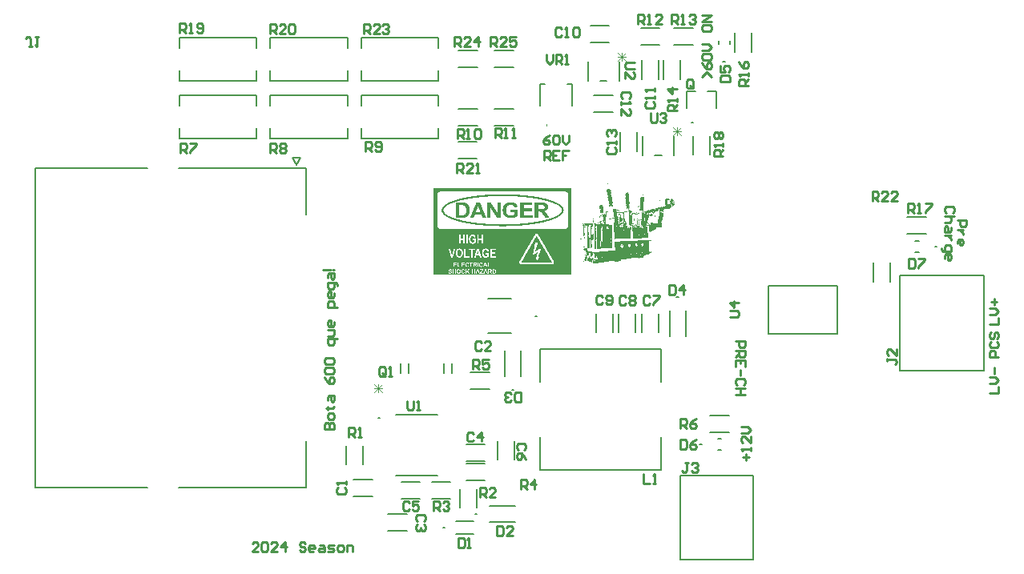
<source format=gto>
G04*
G04 #@! TF.GenerationSoftware,Altium Limited,Altium Designer,23.8.1 (32)*
G04*
G04 Layer_Color=65535*
%FSLAX25Y25*%
%MOIN*%
G70*
G04*
G04 #@! TF.SameCoordinates,22D07956-A4C6-4432-BF09-06FBB0FDB0D1*
G04*
G04*
G04 #@! TF.FilePolarity,Positive*
G04*
G01*
G75*
%ADD10C,0.00394*%
%ADD11C,0.00787*%
%ADD12C,0.00600*%
%ADD13C,0.00500*%
%ADD14C,0.01000*%
%ADD15C,0.00300*%
G36*
X238994Y157037D02*
X238941D01*
Y157091D01*
X238994D01*
Y157037D01*
D02*
G37*
G36*
X238941Y156825D02*
X238834D01*
Y156878D01*
X238941D01*
Y156825D01*
D02*
G37*
G36*
X239206Y156666D02*
X239100D01*
Y156559D01*
Y156506D01*
Y156347D01*
X239206D01*
Y156294D01*
Y156028D01*
X239153D01*
Y156134D01*
X239100D01*
Y156347D01*
X239047D01*
Y156613D01*
X238994D01*
Y156666D01*
X238941D01*
Y156719D01*
X239206D01*
Y156666D01*
D02*
G37*
G36*
X239419Y155975D02*
X239472D01*
Y155869D01*
X239313D01*
Y155922D01*
X239259D01*
Y155975D01*
X239313D01*
Y156028D01*
X239419D01*
Y155975D01*
D02*
G37*
G36*
X239791Y155763D02*
X239738D01*
Y155816D01*
X239791D01*
Y155763D01*
D02*
G37*
G36*
X247228Y155072D02*
X247175D01*
Y155125D01*
X247228D01*
Y155072D01*
D02*
G37*
G36*
X238888D02*
X238728D01*
Y155125D01*
X238675D01*
Y155231D01*
X238728D01*
Y155284D01*
X238888D01*
Y155072D01*
D02*
G37*
G36*
X246962Y154966D02*
X246856D01*
Y155019D01*
X246962D01*
Y154966D01*
D02*
G37*
G36*
X247069Y154859D02*
X247175D01*
Y154806D01*
X247122D01*
Y154700D01*
X247016D01*
Y154806D01*
X246962D01*
Y154859D01*
X247016D01*
Y154912D01*
X247069D01*
Y154859D01*
D02*
G37*
G36*
Y154594D02*
X247016D01*
Y154647D01*
X247069D01*
Y154594D01*
D02*
G37*
G36*
Y154488D02*
X247122D01*
Y154328D01*
X247016D01*
Y154381D01*
X247069D01*
Y154434D01*
X247016D01*
Y154488D01*
Y154541D01*
X247069D01*
Y154488D01*
D02*
G37*
G36*
X239100Y155125D02*
X239153D01*
Y155019D01*
X239100D01*
Y154912D01*
X239047D01*
Y154806D01*
X239313D01*
Y154859D01*
X239366D01*
Y154912D01*
X239578D01*
Y154966D01*
X239791D01*
Y154912D01*
X239950D01*
Y154859D01*
Y154647D01*
X240162D01*
Y154594D01*
X240269D01*
Y154381D01*
X240216D01*
Y154328D01*
X240162D01*
Y154169D01*
X240322D01*
Y154062D01*
X240375D01*
Y154009D01*
X240322D01*
Y153903D01*
X240269D01*
Y153797D01*
X240162D01*
Y153850D01*
X240056D01*
Y153797D01*
X240162D01*
Y153691D01*
X240375D01*
Y153638D01*
X240428D01*
Y153425D01*
X240322D01*
Y153266D01*
X240428D01*
Y153212D01*
X240481D01*
Y153000D01*
X240428D01*
Y152947D01*
X240375D01*
Y152894D01*
X240322D01*
Y152841D01*
X240428D01*
Y152787D01*
X240481D01*
Y152734D01*
X240534D01*
Y152681D01*
X240587D01*
Y152522D01*
X240481D01*
Y152469D01*
X240534D01*
Y152416D01*
X240375D01*
Y152469D01*
X240322D01*
Y152363D01*
X240481D01*
Y152309D01*
X240534D01*
Y152256D01*
X240641D01*
Y152044D01*
X240587D01*
Y151991D01*
X240534D01*
Y151937D01*
X240428D01*
Y151991D01*
X240375D01*
Y151937D01*
X240428D01*
Y151884D01*
X240587D01*
Y151831D01*
X240641D01*
Y151778D01*
X240747D01*
Y151619D01*
X240694D01*
Y151566D01*
X240641D01*
Y151406D01*
X240694D01*
Y151353D01*
X240800D01*
Y151300D01*
X240481D01*
Y151247D01*
X240587D01*
Y151194D01*
X240641D01*
Y151247D01*
X240800D01*
Y151141D01*
X240747D01*
Y151087D01*
X240694D01*
Y151034D01*
X240534D01*
Y150928D01*
X240587D01*
Y150981D01*
X240747D01*
Y150875D01*
X240800D01*
Y150822D01*
X240587D01*
Y150716D01*
X240641D01*
Y150769D01*
X240694D01*
Y150716D01*
X240800D01*
Y150769D01*
X240853D01*
Y150822D01*
X240906D01*
Y150716D01*
X240853D01*
Y150663D01*
X240800D01*
Y150556D01*
X240641D01*
Y150503D01*
X240800D01*
Y150450D01*
X240906D01*
Y150397D01*
X240959D01*
Y150344D01*
X240906D01*
Y150291D01*
X241013D01*
Y150238D01*
X240906D01*
Y150131D01*
X240694D01*
Y150078D01*
X240906D01*
Y150025D01*
X240959D01*
Y149972D01*
X241066D01*
Y149919D01*
X240747D01*
Y149812D01*
X240800D01*
Y149866D01*
X241013D01*
Y149812D01*
X241066D01*
Y149759D01*
X240959D01*
Y149547D01*
X241119D01*
Y149441D01*
X241013D01*
Y149388D01*
X241119D01*
Y149334D01*
X241013D01*
Y149069D01*
X241066D01*
Y149016D01*
X240853D01*
Y148909D01*
X240906D01*
Y148962D01*
X240959D01*
Y148909D01*
X241119D01*
Y148962D01*
X241225D01*
Y148803D01*
X241119D01*
Y148644D01*
X241066D01*
Y148591D01*
X241225D01*
Y148538D01*
X241278D01*
Y148378D01*
X241225D01*
Y148272D01*
X241013D01*
Y148219D01*
X241225D01*
Y148112D01*
X241331D01*
Y148059D01*
X241013D01*
Y147953D01*
X241119D01*
Y148006D01*
X241384D01*
Y147953D01*
X241331D01*
Y147900D01*
X241013D01*
Y147847D01*
X240959D01*
Y147741D01*
X241013D01*
Y147634D01*
X241066D01*
Y147581D01*
X240587D01*
Y147528D01*
X240534D01*
Y147687D01*
X240481D01*
Y147634D01*
X240375D01*
Y147581D01*
X240481D01*
Y147528D01*
X240322D01*
Y147634D01*
X240269D01*
Y147581D01*
X240109D01*
Y147528D01*
X240003D01*
Y147581D01*
X239950D01*
Y147634D01*
X239897D01*
Y147741D01*
X239844D01*
Y147687D01*
X239578D01*
Y147794D01*
X239631D01*
Y147741D01*
X239738D01*
Y147794D01*
X239631D01*
Y147847D01*
X239684D01*
Y147900D01*
X239738D01*
Y148059D01*
X239684D01*
Y148006D01*
X239631D01*
Y148112D01*
X239525D01*
Y148166D01*
X239472D01*
Y148272D01*
X239525D01*
Y148325D01*
X239631D01*
Y148272D01*
X239578D01*
Y148219D01*
X239791D01*
Y148166D01*
X239844D01*
Y148219D01*
X239791D01*
Y148325D01*
X239631D01*
Y148378D01*
X239684D01*
Y148484D01*
X239578D01*
Y148591D01*
X239525D01*
Y148644D01*
X239578D01*
Y148750D01*
X239525D01*
Y148697D01*
X239472D01*
Y148644D01*
X239419D01*
Y148697D01*
X239366D01*
Y148750D01*
X239472D01*
Y148803D01*
X239525D01*
Y148856D01*
X239578D01*
Y148962D01*
X239525D01*
Y148909D01*
X239472D01*
Y149016D01*
X239419D01*
Y149175D01*
X239366D01*
Y149122D01*
X239313D01*
Y149281D01*
X239419D01*
Y149334D01*
X239472D01*
Y149388D01*
X239419D01*
Y149441D01*
X239366D01*
Y149494D01*
X239313D01*
Y149547D01*
X239366D01*
Y149600D01*
X239419D01*
Y149547D01*
X239472D01*
Y149600D01*
X239419D01*
Y149653D01*
X239313D01*
Y149600D01*
X239206D01*
Y149653D01*
X239259D01*
Y149706D01*
X239366D01*
Y149759D01*
X239419D01*
Y149866D01*
X239313D01*
Y149972D01*
X239259D01*
Y150025D01*
X239313D01*
Y150078D01*
X239206D01*
Y150131D01*
X239259D01*
Y150184D01*
X239313D01*
Y150238D01*
X239366D01*
Y150291D01*
X239259D01*
Y150344D01*
X239313D01*
Y150397D01*
X239206D01*
Y150503D01*
X239259D01*
Y150556D01*
X239153D01*
Y150609D01*
X239259D01*
Y150769D01*
X239206D01*
Y150928D01*
X239153D01*
Y150875D01*
X239100D01*
Y150928D01*
X239047D01*
Y150981D01*
X238994D01*
Y151034D01*
X239100D01*
Y150981D01*
X239259D01*
Y151034D01*
X239313D01*
Y151087D01*
X239206D01*
Y151034D01*
X239100D01*
Y151087D01*
X239153D01*
Y151141D01*
X239206D01*
Y151194D01*
X239259D01*
Y151247D01*
X239153D01*
Y151194D01*
X239100D01*
Y151300D01*
X239047D01*
Y151353D01*
X238941D01*
Y151406D01*
X239100D01*
Y151459D01*
X239206D01*
Y151513D01*
X239047D01*
Y151566D01*
X239100D01*
Y151672D01*
X239153D01*
Y151725D01*
X239047D01*
Y151778D01*
X238994D01*
Y151831D01*
X238888D01*
Y151937D01*
X238834D01*
Y151991D01*
X238941D01*
Y152044D01*
X238994D01*
Y152150D01*
X239100D01*
Y152203D01*
X238941D01*
Y152256D01*
X238888D01*
Y152309D01*
X238781D01*
Y152469D01*
X238888D01*
Y152522D01*
X238941D01*
Y152575D01*
X238888D01*
Y152628D01*
X239047D01*
Y152575D01*
X239100D01*
Y152628D01*
X239047D01*
Y152734D01*
X238994D01*
Y152681D01*
X238834D01*
Y152787D01*
X238781D01*
Y152734D01*
X238728D01*
Y152787D01*
X238675D01*
Y152894D01*
X238728D01*
Y152947D01*
X238781D01*
Y153000D01*
X238834D01*
Y153053D01*
X238781D01*
Y153159D01*
X238675D01*
Y153212D01*
X238622D01*
Y153372D01*
X238675D01*
Y153266D01*
X238728D01*
Y153319D01*
X238888D01*
Y153425D01*
X238834D01*
Y153372D01*
X238675D01*
Y153425D01*
X238728D01*
Y153638D01*
X238622D01*
Y153744D01*
X238516D01*
Y153850D01*
X238569D01*
Y153903D01*
X238675D01*
Y153956D01*
X238728D01*
Y154062D01*
X238675D01*
Y154009D01*
X238622D01*
Y154116D01*
X238516D01*
Y154169D01*
X238462D01*
Y154328D01*
X238569D01*
Y154275D01*
X238728D01*
Y154328D01*
X238569D01*
Y154381D01*
X238622D01*
Y154434D01*
X238728D01*
Y154647D01*
X238888D01*
Y154700D01*
X238941D01*
Y154806D01*
X238888D01*
Y154859D01*
X238834D01*
Y154912D01*
X238941D01*
Y155019D01*
X238994D01*
Y155072D01*
X239047D01*
Y155178D01*
X239100D01*
Y155125D01*
D02*
G37*
G36*
X247441Y154116D02*
X247388D01*
Y154169D01*
X247441D01*
Y154116D01*
D02*
G37*
G36*
X247228Y154222D02*
X247281D01*
Y154116D01*
X247228D01*
Y154169D01*
X247122D01*
Y154222D01*
X247175D01*
Y154275D01*
X247228D01*
Y154222D01*
D02*
G37*
G36*
X247600Y154009D02*
X247547D01*
Y154062D01*
X247600D01*
Y154009D01*
D02*
G37*
G36*
X247494Y153956D02*
X247441D01*
Y154009D01*
X247494D01*
Y153956D01*
D02*
G37*
G36*
X247547Y153797D02*
X247600D01*
Y153744D01*
X247547D01*
Y153797D01*
X247494D01*
Y153903D01*
X247547D01*
Y153797D01*
D02*
G37*
G36*
X253603Y153425D02*
X253550D01*
Y153478D01*
X253603D01*
Y153425D01*
D02*
G37*
G36*
X247441Y153797D02*
X247494D01*
Y153744D01*
X247547D01*
Y153691D01*
X247600D01*
Y153638D01*
X247547D01*
Y153584D01*
X247600D01*
Y153531D01*
X247653D01*
Y153425D01*
X247600D01*
Y153478D01*
X247388D01*
Y153425D01*
X247547D01*
Y153372D01*
X247600D01*
Y153053D01*
X247653D01*
Y152947D01*
X247759D01*
Y152894D01*
X247813D01*
Y152841D01*
X247866D01*
Y152681D01*
X247813D01*
Y152628D01*
X247759D01*
Y152522D01*
X247813D01*
Y152469D01*
X247866D01*
Y152256D01*
X247813D01*
Y152097D01*
X247866D01*
Y151991D01*
X247919D01*
Y151831D01*
X247813D01*
Y151672D01*
X247919D01*
Y151406D01*
X247866D01*
Y151353D01*
X247813D01*
Y151247D01*
X247866D01*
Y151141D01*
X247972D01*
Y151034D01*
X247919D01*
Y150981D01*
X247866D01*
Y150875D01*
X247919D01*
Y150822D01*
X247972D01*
Y150609D01*
X247866D01*
Y150450D01*
X247919D01*
Y150397D01*
X247706D01*
Y150291D01*
X247759D01*
Y150344D01*
X247919D01*
Y150291D01*
X247972D01*
Y150184D01*
X247919D01*
Y150078D01*
X247866D01*
Y150025D01*
X247919D01*
Y149972D01*
X247972D01*
Y149919D01*
X247919D01*
Y149972D01*
X247706D01*
Y149866D01*
X247759D01*
Y149919D01*
X247813D01*
Y149866D01*
X248025D01*
Y149812D01*
X247972D01*
Y149706D01*
X247919D01*
Y149600D01*
X247972D01*
Y149547D01*
X248025D01*
Y149494D01*
X247972D01*
Y149547D01*
X247813D01*
Y149600D01*
X247706D01*
Y149547D01*
X247759D01*
Y149494D01*
X247813D01*
Y149441D01*
X248025D01*
Y149388D01*
X247972D01*
Y149334D01*
X247919D01*
Y149175D01*
X247972D01*
Y149122D01*
X247813D01*
Y149175D01*
X247759D01*
Y149069D01*
X247919D01*
Y149016D01*
X247972D01*
Y149069D01*
X248078D01*
Y149016D01*
X248025D01*
Y148962D01*
X247972D01*
Y148909D01*
X247919D01*
Y148750D01*
X248025D01*
Y148697D01*
X248078D01*
Y148538D01*
X248025D01*
Y148484D01*
X247972D01*
Y148378D01*
X248025D01*
Y148325D01*
X248078D01*
Y148112D01*
X248025D01*
Y148059D01*
X247972D01*
Y147953D01*
X248025D01*
Y147900D01*
X248078D01*
Y147847D01*
X248131D01*
Y147794D01*
X248078D01*
Y147847D01*
X247919D01*
Y147900D01*
X247813D01*
Y147741D01*
X247866D01*
Y147794D01*
X248025D01*
Y147741D01*
X248078D01*
Y147634D01*
X248025D01*
Y147581D01*
X247972D01*
Y147528D01*
X248025D01*
Y147475D01*
X248078D01*
Y147422D01*
X248131D01*
Y147263D01*
X248078D01*
Y147209D01*
X248025D01*
Y147156D01*
X247972D01*
Y147103D01*
X248025D01*
Y146997D01*
X247919D01*
Y147050D01*
X247866D01*
Y146944D01*
X248078D01*
Y146997D01*
X248131D01*
Y146837D01*
X248078D01*
Y146784D01*
X247919D01*
Y146731D01*
X247866D01*
Y146572D01*
X247919D01*
Y146466D01*
X247972D01*
Y146147D01*
X248025D01*
Y145934D01*
X247919D01*
Y145775D01*
X247972D01*
Y145881D01*
X248078D01*
Y145828D01*
X248556D01*
Y145775D01*
X248875D01*
Y145722D01*
X249088D01*
Y145669D01*
X249194D01*
Y145616D01*
X249247D01*
Y145563D01*
X249300D01*
Y145297D01*
X249247D01*
Y145191D01*
X249194D01*
Y145138D01*
X249034D01*
Y145084D01*
X248981D01*
Y144925D01*
X248875D01*
Y144872D01*
X248769D01*
Y144819D01*
X248556D01*
Y144766D01*
X248503D01*
Y144712D01*
X248450D01*
Y144659D01*
X248397D01*
Y144606D01*
X248344D01*
Y144553D01*
X248184D01*
Y144500D01*
X248131D01*
Y144394D01*
X248078D01*
Y144128D01*
X248131D01*
Y144022D01*
X248184D01*
Y144075D01*
X248291D01*
Y144128D01*
X248397D01*
Y144022D01*
X248556D01*
Y143969D01*
X248662D01*
Y144022D01*
X248928D01*
Y144075D01*
X248875D01*
Y144181D01*
X248822D01*
Y144288D01*
X248928D01*
Y144341D01*
X248769D01*
Y144553D01*
X248822D01*
Y144500D01*
X248928D01*
Y144606D01*
X248822D01*
Y144712D01*
X248875D01*
Y144659D01*
X249034D01*
Y144712D01*
X249088D01*
Y144766D01*
X248981D01*
Y144712D01*
X248875D01*
Y144819D01*
X249034D01*
Y144872D01*
X249088D01*
Y144819D01*
X249141D01*
Y144766D01*
X249194D01*
Y144872D01*
X249459D01*
Y144925D01*
X249938D01*
Y144872D01*
X249672D01*
Y144766D01*
X249725D01*
Y144819D01*
X249831D01*
Y144766D01*
X250575D01*
Y144712D01*
X251319D01*
Y144659D01*
X251531D01*
Y144712D01*
X251584D01*
Y144766D01*
X251531D01*
Y144819D01*
X251638D01*
Y144925D01*
X251691D01*
Y145031D01*
X251744D01*
Y145084D01*
X251638D01*
Y145191D01*
X251584D01*
Y145244D01*
X251478D01*
Y145191D01*
X251425D01*
Y145244D01*
X251372D01*
Y145138D01*
X251319D01*
Y145244D01*
X251266D01*
Y145350D01*
X251319D01*
Y145297D01*
X251372D01*
Y145403D01*
X251319D01*
Y145563D01*
X251266D01*
Y145509D01*
X251213D01*
Y145616D01*
X251319D01*
Y145669D01*
X251478D01*
Y145616D01*
X251531D01*
Y145403D01*
X251584D01*
Y145350D01*
X251638D01*
Y145244D01*
X251744D01*
Y145138D01*
X251797D01*
Y144978D01*
X251744D01*
Y144925D01*
X251850D01*
Y144872D01*
X251956D01*
Y144925D01*
X252063D01*
Y144819D01*
X252116D01*
Y144606D01*
X251956D01*
Y144500D01*
X251903D01*
Y144553D01*
X251850D01*
Y144712D01*
X251797D01*
Y144606D01*
X251744D01*
Y144553D01*
X251797D01*
Y144500D01*
X251744D01*
Y144447D01*
X251691D01*
Y144394D01*
X251638D01*
Y144341D01*
X251584D01*
Y144288D01*
X251531D01*
Y144181D01*
X251478D01*
Y144128D01*
X251425D01*
Y144288D01*
X251000D01*
Y144341D01*
X250203D01*
Y143809D01*
X250150D01*
Y143331D01*
X250097D01*
Y142853D01*
X250044D01*
Y142269D01*
X249991D01*
Y141684D01*
X249938D01*
Y141206D01*
X249884D01*
Y140834D01*
X249831D01*
Y140728D01*
X249778D01*
Y140622D01*
X249725D01*
Y140569D01*
X249672D01*
Y140463D01*
X249725D01*
Y140409D01*
X249672D01*
Y140250D01*
X249619D01*
Y140197D01*
X249247D01*
Y140038D01*
X249300D01*
Y139984D01*
X249247D01*
Y139931D01*
X249300D01*
Y139878D01*
X249141D01*
Y139772D01*
X249247D01*
Y139825D01*
X249300D01*
Y139772D01*
X249459D01*
Y139719D01*
X249513D01*
Y139666D01*
X249566D01*
Y139559D01*
X249991D01*
Y139400D01*
X250044D01*
Y139347D01*
X249991D01*
Y139134D01*
X250044D01*
Y138975D01*
X250097D01*
Y138869D01*
X250150D01*
Y138762D01*
X250203D01*
Y138709D01*
X250256D01*
Y138656D01*
X250309D01*
Y138603D01*
X250787D01*
Y138656D01*
X250894D01*
Y138762D01*
X251000D01*
Y138816D01*
X251159D01*
Y138922D01*
X251053D01*
Y138975D01*
X251106D01*
Y139241D01*
X251053D01*
Y139294D01*
X251000D01*
Y139347D01*
X250894D01*
Y139453D01*
X251053D01*
Y139506D01*
X251159D01*
Y139559D01*
X250894D01*
Y139666D01*
X250787D01*
Y139719D01*
X250681D01*
Y139772D01*
X250628D01*
Y139825D01*
X250575D01*
Y139878D01*
X250681D01*
Y139931D01*
X250734D01*
Y139878D01*
X250841D01*
Y139931D01*
X250787D01*
Y139984D01*
X250734D01*
Y140038D01*
X250469D01*
Y140091D01*
X250787D01*
Y140038D01*
X250947D01*
Y139984D01*
X251106D01*
Y140038D01*
X251053D01*
Y140091D01*
X251106D01*
Y140622D01*
X251159D01*
Y141153D01*
X251213D01*
Y141631D01*
X251053D01*
Y141737D01*
X251000D01*
Y141791D01*
X250947D01*
Y141950D01*
X251000D01*
Y142109D01*
X251053D01*
Y142163D01*
X251159D01*
Y142216D01*
X251266D01*
Y142163D01*
X251213D01*
Y142056D01*
X251266D01*
Y142003D01*
X251372D01*
Y142056D01*
X251266D01*
Y142109D01*
X251584D01*
Y142056D01*
X251638D01*
Y142003D01*
X251691D01*
Y142109D01*
X251584D01*
Y142163D01*
X251478D01*
Y142216D01*
X251584D01*
Y142163D01*
X251744D01*
Y142216D01*
X251584D01*
Y142269D01*
X251744D01*
Y142216D01*
X251797D01*
Y142163D01*
X251956D01*
Y142216D01*
X251797D01*
Y142322D01*
X251850D01*
Y142269D01*
X251903D01*
Y142322D01*
X252009D01*
Y142269D01*
X251956D01*
Y142216D01*
X252116D01*
Y142163D01*
X252434D01*
Y142109D01*
X252381D01*
Y142056D01*
X252487D01*
Y142163D01*
X253072D01*
Y142109D01*
X253284D01*
Y142163D01*
X253072D01*
Y142216D01*
X253231D01*
Y142269D01*
X253178D01*
Y142322D01*
X253125D01*
Y142269D01*
X253072D01*
Y142375D01*
X253125D01*
Y142747D01*
X253072D01*
Y142906D01*
X253125D01*
Y143331D01*
X253178D01*
Y143650D01*
X253125D01*
Y143703D01*
X253178D01*
Y143862D01*
X253231D01*
Y144712D01*
X253284D01*
Y144819D01*
X253231D01*
Y144925D01*
X253391D01*
Y144978D01*
X253444D01*
Y145031D01*
X253231D01*
Y145191D01*
X253125D01*
Y145244D01*
X252912D01*
Y145191D01*
X252966D01*
Y145084D01*
X252859D01*
Y145138D01*
X252753D01*
Y145297D01*
X252806D01*
Y145403D01*
X252859D01*
Y145350D01*
X253550D01*
Y145403D01*
X253497D01*
Y145456D01*
X253550D01*
Y145509D01*
X253497D01*
Y145616D01*
X253656D01*
Y145563D01*
X253603D01*
Y145509D01*
X253656D01*
Y145456D01*
X253709D01*
Y145403D01*
X253763D01*
Y145563D01*
X253869D01*
Y145509D01*
X253816D01*
Y145403D01*
X253869D01*
Y145456D01*
X253975D01*
Y145509D01*
X254081D01*
Y145456D01*
X254187D01*
Y145509D01*
X254081D01*
Y145563D01*
X254241D01*
Y145616D01*
X254400D01*
Y145563D01*
X254453D01*
Y145616D01*
X254506D01*
Y145669D01*
X254612D01*
Y145616D01*
X254719D01*
Y145669D01*
X254772D01*
Y145722D01*
X254825D01*
Y145669D01*
X254931D01*
Y145722D01*
X254984D01*
Y145775D01*
X255144D01*
Y145828D01*
X255250D01*
Y145775D01*
X255303D01*
Y145828D01*
X255356D01*
Y145881D01*
X255463D01*
Y145934D01*
X255569D01*
Y145987D01*
X255622D01*
Y146041D01*
X255675D01*
Y145987D01*
X255728D01*
Y146041D01*
X255834D01*
Y146094D01*
X255994D01*
Y146147D01*
X256100D01*
Y146200D01*
X256525D01*
Y146147D01*
X256684D01*
Y146200D01*
X256791D01*
Y146253D01*
X257003D01*
Y146306D01*
X257109D01*
Y146359D01*
X257269D01*
Y146413D01*
X257322D01*
Y146466D01*
X257481D01*
Y146519D01*
X257641D01*
Y146413D01*
X257747D01*
Y146466D01*
X257800D01*
Y146413D01*
X258066D01*
Y146466D01*
X257800D01*
Y146519D01*
X258119D01*
Y146466D01*
X258331D01*
Y146572D01*
X258544D01*
Y146625D01*
X258650D01*
Y146678D01*
X258809D01*
Y146731D01*
X258969D01*
Y146784D01*
X259075D01*
Y146837D01*
X259341D01*
Y146891D01*
X259500D01*
Y146837D01*
X259553D01*
Y146891D01*
X259500D01*
Y146944D01*
X259659D01*
Y146997D01*
X259872D01*
Y147050D01*
X259925D01*
Y147103D01*
X260191D01*
Y147156D01*
X260509D01*
Y147209D01*
X260775D01*
Y147263D01*
X260828D01*
Y147316D01*
X261094D01*
Y147369D01*
X261147D01*
Y147422D01*
X261200D01*
Y147369D01*
X261253D01*
Y147422D01*
X261519D01*
Y147369D01*
X261731D01*
Y147422D01*
X262050D01*
Y147475D01*
X262475D01*
Y147528D01*
X262581D01*
Y147581D01*
X262741D01*
Y147634D01*
X262794D01*
Y147687D01*
X262953D01*
Y147741D01*
X263006D01*
Y147900D01*
X263059D01*
Y148006D01*
X263006D01*
Y148166D01*
X262953D01*
Y148325D01*
X262900D01*
Y148484D01*
X262847D01*
Y148856D01*
X262794D01*
Y149388D01*
X262741D01*
Y149706D01*
X262794D01*
Y150078D01*
X262847D01*
Y150291D01*
X262900D01*
Y150450D01*
X262953D01*
Y150556D01*
X263006D01*
Y150609D01*
X263059D01*
Y150716D01*
X263112D01*
Y150769D01*
X263166D01*
Y150822D01*
X263219D01*
Y150875D01*
X263272D01*
Y150928D01*
X263378D01*
Y150981D01*
X263484D01*
Y151034D01*
X264016D01*
Y150981D01*
X264122D01*
Y150928D01*
X264228D01*
Y150875D01*
X264334D01*
Y150822D01*
X264387D01*
Y150716D01*
X264494D01*
Y150663D01*
X264547D01*
Y150609D01*
X264600D01*
Y150556D01*
X264653D01*
Y150450D01*
X264759D01*
Y150344D01*
X264494D01*
Y150291D01*
X264441D01*
Y150238D01*
X264281D01*
Y150184D01*
X264228D01*
Y150131D01*
X264175D01*
Y150184D01*
X264122D01*
Y150131D01*
X264016D01*
Y150078D01*
X263963D01*
Y150025D01*
X263909D01*
Y149919D01*
X263856D01*
Y149866D01*
X263803D01*
Y149812D01*
X263750D01*
Y149866D01*
X263697D01*
Y149812D01*
X263750D01*
Y149706D01*
X263803D01*
Y149441D01*
X263750D01*
Y149547D01*
X263697D01*
Y148909D01*
X263803D01*
Y148803D01*
X263856D01*
Y148644D01*
X263909D01*
Y148591D01*
X263963D01*
Y148644D01*
X264016D01*
Y148697D01*
X264069D01*
Y148644D01*
X264122D01*
Y148591D01*
X264175D01*
Y148644D01*
X264653D01*
Y148750D01*
X264759D01*
Y148697D01*
X264866D01*
Y148750D01*
X264812D01*
Y148856D01*
X264759D01*
Y148909D01*
Y148962D01*
X264812D01*
Y148856D01*
X264866D01*
Y148803D01*
X264972D01*
Y148750D01*
X265025D01*
Y148697D01*
X265078D01*
Y148591D01*
X265131D01*
Y148697D01*
X265078D01*
Y148750D01*
X265025D01*
Y148803D01*
X265078D01*
Y148909D01*
X265184D01*
Y148962D01*
X265131D01*
Y149016D01*
X265078D01*
Y148962D01*
X265025D01*
Y149175D01*
X264972D01*
Y149494D01*
X265078D01*
Y149600D01*
X264972D01*
Y150025D01*
X265131D01*
Y150131D01*
X264972D01*
Y150184D01*
X265025D01*
Y150344D01*
X265078D01*
Y150503D01*
X265131D01*
Y150450D01*
X265237D01*
Y150609D01*
X265184D01*
Y150663D01*
X265291D01*
Y150716D01*
X265344D01*
Y150769D01*
X265450D01*
Y150716D01*
X265503D01*
Y150822D01*
X265769D01*
Y150716D01*
X265981D01*
Y150663D01*
X266034D01*
Y150609D01*
X266088D01*
Y150503D01*
X266194D01*
Y150450D01*
X266247D01*
Y150397D01*
X266300D01*
Y150291D01*
X266353D01*
Y150184D01*
X266406D01*
Y150131D01*
X266459D01*
Y150025D01*
X266512D01*
Y149919D01*
X266566D01*
Y149706D01*
X266619D01*
Y149653D01*
X266725D01*
Y149600D01*
X266778D01*
Y149228D01*
X266725D01*
Y149494D01*
X266672D01*
Y149600D01*
X266566D01*
Y149653D01*
X266512D01*
Y149600D01*
X266459D01*
Y149706D01*
X266406D01*
Y149653D01*
X266353D01*
Y149759D01*
X266247D01*
Y149706D01*
X266194D01*
Y149653D01*
X266034D01*
Y149494D01*
X265981D01*
Y149547D01*
X265928D01*
Y149441D01*
X265875D01*
Y149600D01*
X265716D01*
Y149441D01*
X265663D01*
Y149228D01*
X265716D01*
Y149281D01*
X265769D01*
Y149228D01*
X265822D01*
Y149175D01*
X265875D01*
Y149228D01*
X266141D01*
Y149122D01*
X266194D01*
Y149069D01*
X266247D01*
Y148962D01*
X266353D01*
Y148909D01*
X266300D01*
Y148856D01*
X266353D01*
Y148803D01*
X266406D01*
Y148750D01*
X266459D01*
Y148803D01*
X266512D01*
Y148750D01*
X266566D01*
Y148803D01*
X266619D01*
Y148962D01*
X266672D01*
Y148909D01*
X266725D01*
Y149016D01*
X266778D01*
Y148484D01*
X266725D01*
Y148219D01*
X266672D01*
Y148112D01*
X266566D01*
Y147953D01*
X266512D01*
Y147900D01*
X266459D01*
Y147847D01*
X266353D01*
Y147900D01*
X266300D01*
Y147847D01*
X266247D01*
Y147794D01*
X266353D01*
Y147741D01*
X266247D01*
Y147687D01*
X265769D01*
Y147581D01*
X265716D01*
Y147687D01*
X265663D01*
Y147741D01*
X265609D01*
Y147794D01*
X265556D01*
Y147847D01*
X265503D01*
Y147794D01*
X265397D01*
Y147634D01*
X265344D01*
Y147156D01*
X265291D01*
Y147687D01*
X265237D01*
Y147741D01*
X265184D01*
Y147050D01*
X265131D01*
Y146997D01*
X265078D01*
Y146891D01*
X265397D01*
Y146837D01*
X264919D01*
Y146784D01*
X264812D01*
Y146731D01*
X264706D01*
Y146678D01*
X263963D01*
Y146625D01*
X263750D01*
Y146572D01*
X263538D01*
Y146519D01*
X263378D01*
Y146466D01*
X263166D01*
Y146413D01*
X262900D01*
Y146466D01*
X262847D01*
Y146413D01*
X262900D01*
Y146359D01*
X262741D01*
Y146306D01*
X262528D01*
Y146253D01*
X262316D01*
Y146200D01*
X262156D01*
Y145084D01*
X262209D01*
Y145031D01*
X262103D01*
Y145084D01*
X262050D01*
Y145138D01*
X261944D01*
Y145191D01*
X261891D01*
Y145297D01*
X261838D01*
Y145350D01*
X261678D01*
Y145456D01*
X261625D01*
Y145509D01*
X261519D01*
Y145616D01*
X261466D01*
Y145669D01*
X261413D01*
Y145722D01*
X261200D01*
Y145775D01*
X261147D01*
Y145828D01*
X261200D01*
Y145775D01*
X261253D01*
Y145881D01*
X261094D01*
Y145934D01*
X261041D01*
Y145881D01*
X260987D01*
Y145828D01*
X260934D01*
Y145775D01*
X260987D01*
Y145722D01*
X260934D01*
Y145669D01*
X260881D01*
Y145616D01*
X260775D01*
Y145775D01*
X260722D01*
Y145828D01*
X260669D01*
Y145616D01*
X260722D01*
Y145244D01*
X260775D01*
Y145297D01*
X260987D01*
Y145244D01*
X260881D01*
Y145191D01*
X260669D01*
Y145138D01*
X260987D01*
Y145191D01*
X261200D01*
Y145138D01*
X261041D01*
Y145084D01*
X261413D01*
Y145031D01*
X261838D01*
Y144978D01*
X261944D01*
Y144925D01*
X262050D01*
Y145031D01*
X262103D01*
Y144925D01*
X262209D01*
Y144819D01*
X262263D01*
Y144872D01*
X262316D01*
Y144766D01*
X262263D01*
Y144553D01*
X262209D01*
Y144181D01*
X262156D01*
Y144128D01*
X262103D01*
Y144075D01*
X262156D01*
Y143969D01*
X262103D01*
Y143703D01*
X262050D01*
Y143491D01*
X261997D01*
Y143225D01*
X261944D01*
Y143066D01*
X261891D01*
Y142694D01*
X261838D01*
Y142428D01*
X261784D01*
Y142375D01*
X261731D01*
Y142322D01*
X261784D01*
Y142216D01*
X261731D01*
Y141950D01*
X261678D01*
Y141737D01*
X261625D01*
Y141472D01*
X261572D01*
Y141259D01*
X261519D01*
Y140941D01*
X261466D01*
Y140887D01*
X261413D01*
Y140834D01*
X261466D01*
Y140781D01*
X261413D01*
Y140569D01*
X261359D01*
Y140516D01*
X261413D01*
Y139931D01*
X261466D01*
Y139028D01*
X261413D01*
Y138975D01*
X260297D01*
Y139028D01*
X259553D01*
Y138975D01*
X259128D01*
Y138444D01*
X259075D01*
Y138231D01*
X259022D01*
Y138178D01*
X258969D01*
Y138125D01*
X258862D01*
Y138072D01*
X258809D01*
Y138019D01*
X258703D01*
Y137966D01*
X258544D01*
Y137912D01*
X258491D01*
Y137859D01*
X258384D01*
Y137806D01*
X258225D01*
Y137753D01*
X258119D01*
Y137700D01*
X258013D01*
Y137647D01*
X257906D01*
Y137594D01*
X257800D01*
Y137541D01*
X257694D01*
Y137487D01*
X257588D01*
Y137434D01*
X257481D01*
Y137381D01*
X257375D01*
Y137328D01*
X257269D01*
Y137275D01*
X257162D01*
Y137222D01*
X257056D01*
Y137169D01*
X256950D01*
Y137116D01*
X256844D01*
Y137063D01*
X256737D01*
Y137009D01*
X256631D01*
Y136956D01*
X256525D01*
Y136903D01*
X256419D01*
Y136850D01*
X256366D01*
Y137381D01*
X256312D01*
Y138444D01*
X256259D01*
Y139241D01*
X256206D01*
Y139294D01*
X256153D01*
Y139241D01*
X256100D01*
Y139294D01*
X256047D01*
Y139347D01*
X255994D01*
Y139400D01*
X255941D01*
Y139453D01*
X255888D01*
Y139506D01*
X255834D01*
Y139559D01*
X255781D01*
Y139612D01*
X254984D01*
Y139559D01*
X254772D01*
Y139347D01*
X254825D01*
Y139294D01*
X255569D01*
Y139241D01*
X255516D01*
Y138656D01*
X255569D01*
Y137594D01*
X255622D01*
Y136531D01*
X255675D01*
Y135256D01*
X255728D01*
Y134459D01*
X255197D01*
Y134406D01*
X255144D01*
Y134459D01*
X255037D01*
Y134406D01*
X254453D01*
Y134459D01*
X254400D01*
Y134406D01*
X253231D01*
Y134353D01*
X251425D01*
Y134300D01*
X249619D01*
Y134247D01*
X249459D01*
Y134300D01*
X249406D01*
Y134353D01*
X249459D01*
Y134566D01*
X249406D01*
Y135894D01*
X249353D01*
Y137063D01*
X249300D01*
Y138444D01*
X249247D01*
Y138816D01*
Y138869D01*
Y139612D01*
X248450D01*
Y139559D01*
X248397D01*
Y139453D01*
X248450D01*
Y138869D01*
X248609D01*
Y138922D01*
X248662D01*
Y138975D01*
X248716D01*
Y138338D01*
X248769D01*
Y137912D01*
X248716D01*
Y137859D01*
X248662D01*
Y137966D01*
X248609D01*
Y137806D01*
X248503D01*
Y137541D01*
X248609D01*
Y137434D01*
X248556D01*
Y137222D01*
X248503D01*
Y137116D01*
X248556D01*
Y135575D01*
X248609D01*
Y134247D01*
X247759D01*
Y134194D01*
X247653D01*
Y134247D01*
X247494D01*
Y134194D01*
X245688D01*
Y134141D01*
X243509D01*
Y134088D01*
X242181D01*
Y134034D01*
X241703D01*
Y134088D01*
X241650D01*
Y136956D01*
X241597D01*
Y139984D01*
X241491D01*
Y140038D01*
X241438D01*
Y140463D01*
X241544D01*
Y140728D01*
X241597D01*
Y140834D01*
X241703D01*
Y141100D01*
X241756D01*
Y141313D01*
X241809D01*
Y141525D01*
X241756D01*
Y141684D01*
X241650D01*
Y141737D01*
X241703D01*
Y141791D01*
X241756D01*
Y142056D01*
X241703D01*
Y142269D01*
X241650D01*
Y142428D01*
X241438D01*
Y142375D01*
X241331D01*
Y142428D01*
X241225D01*
Y142375D01*
X241278D01*
Y142322D01*
X241225D01*
Y142375D01*
X241066D01*
Y142481D01*
X240906D01*
Y142428D01*
X240853D01*
Y142375D01*
X240747D01*
Y142428D01*
X240694D01*
Y142481D01*
X240641D01*
Y142428D01*
X240534D01*
Y142375D01*
X240428D01*
Y142322D01*
X240109D01*
Y142269D01*
X240003D01*
Y142216D01*
X239897D01*
Y142269D01*
X239738D01*
Y142216D01*
X239684D01*
Y142163D01*
X239525D01*
Y142216D01*
X239419D01*
Y142269D01*
X239366D01*
Y142322D01*
X239313D01*
Y142375D01*
X239419D01*
Y142428D01*
X239631D01*
Y142481D01*
X239738D01*
Y142375D01*
X239844D01*
Y142481D01*
X239791D01*
Y142534D01*
X240056D01*
Y142587D01*
X240269D01*
Y142641D01*
X240587D01*
Y142587D01*
X240747D01*
Y142641D01*
X240587D01*
Y142694D01*
X240800D01*
Y142747D01*
X241066D01*
Y142800D01*
X241438D01*
Y142853D01*
X241703D01*
Y142906D01*
X241650D01*
Y142959D01*
X241597D01*
Y143012D01*
X241650D01*
Y142959D01*
X241756D01*
Y143012D01*
X241703D01*
Y143066D01*
X241756D01*
Y143172D01*
X241650D01*
Y143225D01*
X241597D01*
Y143438D01*
X241544D01*
Y143756D01*
X241491D01*
Y144181D01*
X241438D01*
Y144341D01*
X241384D01*
Y144712D01*
X241331D01*
Y145084D01*
X241278D01*
Y145456D01*
X241225D01*
Y145881D01*
X241172D01*
Y146147D01*
X241119D01*
Y146306D01*
X241066D01*
Y146359D01*
X241119D01*
Y146413D01*
X241172D01*
Y146466D01*
X241438D01*
Y146519D01*
X241225D01*
Y146572D01*
X241809D01*
Y146519D01*
X242075D01*
Y146572D01*
X242394D01*
Y146519D01*
X242447D01*
Y146466D01*
X242500D01*
Y146413D01*
X242553D01*
Y146359D01*
X242500D01*
Y146094D01*
X242553D01*
Y146306D01*
X242606D01*
Y146200D01*
X242659D01*
Y146147D01*
X242712D01*
Y146306D01*
X242766D01*
Y146253D01*
X242819D01*
Y146306D01*
X242872D01*
Y146200D01*
X242925D01*
Y146147D01*
X243297D01*
Y146094D01*
X243403D01*
Y146041D01*
X243456D01*
Y145987D01*
X243509D01*
Y145934D01*
X243563D01*
Y145881D01*
X243616D01*
Y145828D01*
X243722D01*
Y145775D01*
X243775D01*
Y145722D01*
X243828D01*
Y145669D01*
X243881D01*
Y145616D01*
X243987D01*
Y145563D01*
X244041D01*
Y145509D01*
X244094D01*
Y145456D01*
X244147D01*
Y145403D01*
X244200D01*
Y145350D01*
X244306D01*
Y145297D01*
X244359D01*
Y145244D01*
X244412D01*
Y145191D01*
X245103D01*
Y145138D01*
X245475D01*
Y145244D01*
X245528D01*
Y145297D01*
X245581D01*
Y145350D01*
X245475D01*
Y145403D01*
X245528D01*
Y145456D01*
X245634D01*
Y145403D01*
X245581D01*
Y145350D01*
X245741D01*
Y145403D01*
X245953D01*
Y145456D01*
X246112D01*
Y145509D01*
X246378D01*
Y145563D01*
X246803D01*
Y145616D01*
X247441D01*
Y145669D01*
X247919D01*
Y145722D01*
X247441D01*
Y145775D01*
X247866D01*
Y145934D01*
X247813D01*
Y146041D01*
X247866D01*
Y145987D01*
X247919D01*
Y146094D01*
X247866D01*
Y146147D01*
X247653D01*
Y146306D01*
X247547D01*
Y146359D01*
X247494D01*
Y146625D01*
X247600D01*
Y146678D01*
X247441D01*
Y146731D01*
X247069D01*
Y146784D01*
X247281D01*
Y146891D01*
X247069D01*
Y146837D01*
X246909D01*
Y146731D01*
X247016D01*
Y146678D01*
X246697D01*
Y146731D01*
X246537D01*
Y146837D01*
X246697D01*
Y146891D01*
X246750D01*
Y146997D01*
X246697D01*
Y146944D01*
X246537D01*
Y146997D01*
X246591D01*
Y147050D01*
X246697D01*
Y147103D01*
X246750D01*
Y147156D01*
X246644D01*
Y147103D01*
X246591D01*
Y147156D01*
X246484D01*
Y147209D01*
X246537D01*
Y147263D01*
X246697D01*
Y147316D01*
X246750D01*
Y147422D01*
X246644D01*
Y147369D01*
X246537D01*
Y147422D01*
X246591D01*
Y147475D01*
X246697D01*
Y147528D01*
X246750D01*
Y147581D01*
X246591D01*
Y147528D01*
X246537D01*
Y147581D01*
X246484D01*
Y147687D01*
X246697D01*
Y147847D01*
X246644D01*
Y147794D01*
X246537D01*
Y147847D01*
X246591D01*
Y147900D01*
X246697D01*
Y148006D01*
X246591D01*
Y147953D01*
X246537D01*
Y148006D01*
X246484D01*
Y148059D01*
X246431D01*
Y148112D01*
X246644D01*
Y148166D01*
X246697D01*
Y148272D01*
X246591D01*
Y148219D01*
X246484D01*
Y148272D01*
X246537D01*
Y148325D01*
X246644D01*
Y148378D01*
X246697D01*
Y148431D01*
X246591D01*
Y148378D01*
X246484D01*
Y148431D01*
X246431D01*
Y148538D01*
X246644D01*
Y148591D01*
X246697D01*
Y148697D01*
X246591D01*
Y148644D01*
X246484D01*
Y148697D01*
X246537D01*
Y148750D01*
X246644D01*
Y148856D01*
X246537D01*
Y148803D01*
X246484D01*
Y148856D01*
X246431D01*
Y148962D01*
X246644D01*
Y149122D01*
X246537D01*
Y149069D01*
X246484D01*
Y149016D01*
X246378D01*
Y149069D01*
X246431D01*
Y149122D01*
X246484D01*
Y149175D01*
X246591D01*
Y149228D01*
X246431D01*
Y149281D01*
X246378D01*
Y149334D01*
X246537D01*
Y149388D01*
X246644D01*
Y149547D01*
X246591D01*
Y149494D01*
X246484D01*
Y149441D01*
X246378D01*
Y149494D01*
X246431D01*
Y149547D01*
X246484D01*
Y149600D01*
X246431D01*
Y149653D01*
X246378D01*
Y149759D01*
X246325D01*
Y149866D01*
X246378D01*
Y149759D01*
X246484D01*
Y149812D01*
X246537D01*
Y149759D01*
X246591D01*
Y149866D01*
X246644D01*
Y149972D01*
X246591D01*
Y149919D01*
X246484D01*
Y149866D01*
X246378D01*
Y149919D01*
X246431D01*
Y149972D01*
X246537D01*
Y150078D01*
X246484D01*
Y150025D01*
X246431D01*
Y150078D01*
X246378D01*
Y150131D01*
X246325D01*
Y150184D01*
X246431D01*
Y150238D01*
X246537D01*
Y150184D01*
X246591D01*
Y150397D01*
X246537D01*
Y150344D01*
X246431D01*
Y150503D01*
X246325D01*
Y150609D01*
X246484D01*
Y150663D01*
X246591D01*
Y150769D01*
X246484D01*
Y150716D01*
X246325D01*
Y150769D01*
X246378D01*
Y150822D01*
X246484D01*
Y150875D01*
X246378D01*
Y150928D01*
X246325D01*
Y150981D01*
X246272D01*
Y151034D01*
Y151087D01*
X246378D01*
Y151034D01*
X246431D01*
Y151087D01*
X246484D01*
Y151034D01*
X246537D01*
Y151141D01*
X246378D01*
Y151194D01*
X246431D01*
Y151300D01*
X246378D01*
Y151353D01*
X246325D01*
Y151406D01*
X246272D01*
Y151513D01*
X246325D01*
Y151459D01*
X246378D01*
Y151406D01*
X246431D01*
Y151459D01*
X246537D01*
Y151566D01*
X246325D01*
Y151619D01*
X246378D01*
Y151778D01*
X246325D01*
Y151831D01*
X246272D01*
Y151937D01*
X246378D01*
Y151884D01*
X246431D01*
Y151937D01*
X246537D01*
Y152044D01*
X246484D01*
Y151991D01*
X246325D01*
Y152044D01*
X246378D01*
Y152150D01*
X246325D01*
Y152203D01*
X246272D01*
Y152256D01*
X246325D01*
Y152309D01*
X246484D01*
Y152363D01*
X246537D01*
Y152469D01*
X246431D01*
Y152416D01*
X246325D01*
Y152575D01*
X246272D01*
Y152681D01*
X246219D01*
Y152734D01*
X246272D01*
Y152681D01*
X246325D01*
Y152787D01*
X246272D01*
Y152841D01*
X246325D01*
Y152894D01*
X246484D01*
Y152947D01*
X246537D01*
Y153000D01*
X246484D01*
Y153053D01*
X246537D01*
Y153106D01*
X246803D01*
Y153159D01*
X247016D01*
Y153212D01*
X247122D01*
Y153266D01*
X247281D01*
Y153478D01*
X247334D01*
Y153584D01*
X247388D01*
Y153638D01*
X247334D01*
Y153691D01*
X247388D01*
Y153744D01*
X247441D01*
Y153797D01*
X247388D01*
Y153850D01*
X247441D01*
Y153797D01*
D02*
G37*
G36*
X253816Y153319D02*
X253763D01*
Y153372D01*
X253816D01*
Y153319D01*
D02*
G37*
G36*
X253656Y153212D02*
X253603D01*
Y153266D01*
X253656D01*
Y153212D01*
D02*
G37*
G36*
X253550Y153106D02*
X253497D01*
Y153159D01*
X253550D01*
Y153106D01*
D02*
G37*
G36*
X253497Y153053D02*
X253444D01*
Y153106D01*
X253497D01*
Y153053D01*
D02*
G37*
G36*
X253709Y152947D02*
X253763D01*
Y152894D01*
X253603D01*
Y152681D01*
X253656D01*
Y152628D01*
X253709D01*
Y152469D01*
X253550D01*
Y152841D01*
Y152894D01*
Y153000D01*
X253709D01*
Y152947D01*
D02*
G37*
G36*
X246325Y152363D02*
X246272D01*
Y152416D01*
X246325D01*
Y152363D01*
D02*
G37*
G36*
X253763D02*
X253869D01*
Y152309D01*
X253763D01*
Y152363D01*
X253603D01*
Y152416D01*
X253763D01*
Y152363D01*
D02*
G37*
G36*
X253975Y152203D02*
X253922D01*
Y152256D01*
X253975D01*
Y152203D01*
D02*
G37*
G36*
X239047Y151459D02*
X238941D01*
Y151513D01*
X239047D01*
Y151459D01*
D02*
G37*
G36*
X239153Y150503D02*
X239100D01*
Y150556D01*
X239153D01*
Y150503D01*
D02*
G37*
G36*
X246431Y150291D02*
X246378D01*
Y150238D01*
X246325D01*
Y150291D01*
Y150344D01*
X246431D01*
Y150291D01*
D02*
G37*
G36*
X260722Y150131D02*
X260669D01*
Y150238D01*
X260562D01*
Y150078D01*
X260456D01*
Y150238D01*
X260509D01*
Y150291D01*
X260722D01*
Y150131D01*
D02*
G37*
G36*
X260669Y150025D02*
X260616D01*
Y150078D01*
X260669D01*
Y150025D01*
D02*
G37*
G36*
X239206D02*
X239153D01*
Y150078D01*
X239206D01*
Y150025D01*
D02*
G37*
G36*
X266353Y149388D02*
X266300D01*
Y149441D01*
X266353D01*
Y149388D01*
D02*
G37*
G36*
X246378D02*
X246325D01*
Y149441D01*
X246378D01*
Y149388D01*
D02*
G37*
G36*
X266672D02*
Y149334D01*
X266619D01*
Y149441D01*
X266672D01*
Y149388D01*
D02*
G37*
G36*
X266566Y149334D02*
X266512D01*
Y149388D01*
Y149441D01*
X266566D01*
Y149334D01*
D02*
G37*
G36*
X265928Y149281D02*
X265875D01*
Y149334D01*
Y149388D01*
X265928D01*
Y149281D01*
D02*
G37*
G36*
X266566Y149228D02*
X266512D01*
Y149281D01*
X266566D01*
Y149228D01*
D02*
G37*
G36*
X266300Y149175D02*
X266247D01*
Y149228D01*
X266300D01*
Y149175D01*
D02*
G37*
G36*
Y149069D02*
X266247D01*
Y149122D01*
X266300D01*
Y149069D01*
D02*
G37*
G36*
X236178Y149334D02*
X236125D01*
Y149228D01*
X236178D01*
Y149122D01*
Y149069D01*
X236125D01*
Y149122D01*
X236072D01*
Y149281D01*
X236019D01*
Y149441D01*
X236178D01*
Y149334D01*
D02*
G37*
G36*
X266566Y149016D02*
X266512D01*
Y149069D01*
X266566D01*
Y149016D01*
D02*
G37*
G36*
X246378Y148962D02*
X246325D01*
Y149016D01*
X246378D01*
Y148962D01*
D02*
G37*
G36*
X236284Y149016D02*
X236337D01*
Y148962D01*
X236178D01*
Y149016D01*
X236231D01*
Y149175D01*
X236284D01*
Y149016D01*
D02*
G37*
G36*
X236656Y148856D02*
X236603D01*
Y148909D01*
X236656D01*
Y148856D01*
D02*
G37*
G36*
X241225Y148644D02*
X241172D01*
Y148697D01*
X241225D01*
Y148644D01*
D02*
G37*
G36*
X246431Y148591D02*
X246378D01*
Y148644D01*
X246431D01*
Y148591D01*
D02*
G37*
G36*
X236709Y148272D02*
X236656D01*
Y148484D01*
Y148538D01*
Y148591D01*
X236709D01*
Y148272D01*
D02*
G37*
G36*
X254506Y148325D02*
X254400D01*
Y148219D01*
X254294D01*
Y148325D01*
X254347D01*
Y148431D01*
X254506D01*
Y148325D01*
D02*
G37*
G36*
X252434Y148059D02*
X252381D01*
Y148112D01*
X252434D01*
Y148059D01*
D02*
G37*
G36*
X254028Y151725D02*
X253975D01*
Y151566D01*
X254028D01*
Y151513D01*
X254081D01*
Y151566D01*
X254134D01*
Y151459D01*
X254081D01*
Y151353D01*
X254028D01*
Y151247D01*
X254081D01*
Y151194D01*
X254134D01*
Y150981D01*
X254081D01*
Y150822D01*
X254134D01*
Y150609D01*
X254081D01*
Y150556D01*
X254028D01*
Y150503D01*
X254081D01*
Y150450D01*
X254134D01*
Y150291D01*
X254081D01*
Y150238D01*
X254028D01*
Y150131D01*
X254081D01*
Y149866D01*
X254028D01*
Y149759D01*
X254081D01*
Y149547D01*
X254028D01*
Y149494D01*
X253975D01*
Y149388D01*
X254028D01*
Y149175D01*
X253975D01*
Y149122D01*
X253922D01*
Y149016D01*
X253975D01*
Y148962D01*
X254028D01*
Y148803D01*
X253975D01*
Y148750D01*
X253922D01*
Y148644D01*
X253975D01*
Y148591D01*
X254028D01*
Y148484D01*
X253975D01*
Y148431D01*
X253922D01*
Y148378D01*
X253869D01*
Y148325D01*
X253922D01*
Y148272D01*
X253975D01*
Y148006D01*
X253869D01*
Y147953D01*
X253922D01*
Y147900D01*
X253975D01*
Y147687D01*
X253922D01*
Y147634D01*
X253869D01*
Y147528D01*
X253922D01*
Y147475D01*
X253975D01*
Y147369D01*
X253922D01*
Y147316D01*
X253869D01*
Y147263D01*
X253816D01*
Y147209D01*
X253869D01*
Y147156D01*
X253922D01*
Y146944D01*
X253816D01*
Y146837D01*
X253869D01*
Y146731D01*
X253922D01*
Y146678D01*
X253869D01*
Y146572D01*
X253816D01*
Y146519D01*
X253763D01*
Y146466D01*
X253816D01*
Y146413D01*
X253869D01*
Y146200D01*
X253763D01*
Y146094D01*
X253816D01*
Y145987D01*
X253869D01*
Y145881D01*
X253816D01*
Y145828D01*
X253763D01*
Y145775D01*
X253656D01*
Y145722D01*
X253550D01*
Y145669D01*
X253391D01*
Y145722D01*
X253338D01*
Y145775D01*
X253072D01*
Y145828D01*
X252806D01*
Y145987D01*
X252700D01*
Y145934D01*
X252753D01*
Y145881D01*
X252647D01*
Y145828D01*
X252434D01*
Y145881D01*
X252328D01*
Y145934D01*
X252275D01*
Y146147D01*
X252328D01*
Y146200D01*
X252381D01*
Y146306D01*
X252328D01*
Y146359D01*
X252275D01*
Y146466D01*
X252328D01*
Y146519D01*
X252381D01*
Y146572D01*
X252434D01*
Y146625D01*
X252381D01*
Y146678D01*
X252328D01*
Y146891D01*
X252434D01*
Y147050D01*
X252381D01*
Y147156D01*
X252328D01*
Y147209D01*
X252381D01*
Y147263D01*
X252487D01*
Y147369D01*
X252434D01*
Y147422D01*
X252381D01*
Y147634D01*
X252275D01*
Y147687D01*
X252328D01*
Y147741D01*
X252275D01*
Y147794D01*
X252169D01*
Y147900D01*
X252275D01*
Y147847D01*
X252328D01*
Y147794D01*
X252381D01*
Y147900D01*
X252434D01*
Y148006D01*
X252541D01*
Y148059D01*
X252487D01*
Y148112D01*
X252434D01*
Y148272D01*
X252487D01*
Y148325D01*
X252541D01*
Y148484D01*
X252487D01*
Y148697D01*
X252541D01*
Y148750D01*
X252594D01*
Y148856D01*
X252541D01*
Y148909D01*
X252487D01*
Y149016D01*
X252541D01*
Y149122D01*
X252594D01*
Y149228D01*
X252541D01*
Y149441D01*
X252594D01*
Y149494D01*
X252647D01*
Y149547D01*
X252594D01*
Y149600D01*
X252541D01*
Y149759D01*
X252594D01*
Y149812D01*
X252647D01*
Y149972D01*
X252594D01*
Y150184D01*
X252647D01*
Y150344D01*
X252594D01*
Y150450D01*
X252647D01*
Y150556D01*
X252700D01*
Y150663D01*
X252647D01*
Y150875D01*
X252700D01*
Y151034D01*
X252647D01*
Y151247D01*
X252700D01*
Y151300D01*
X252806D01*
Y151353D01*
X252912D01*
Y151406D01*
X253019D01*
Y151459D01*
X253125D01*
Y151513D01*
X253444D01*
Y151566D01*
X253656D01*
Y151619D01*
X253816D01*
Y151672D01*
X253869D01*
Y151725D01*
X253922D01*
Y151778D01*
X254028D01*
Y151725D01*
D02*
G37*
G36*
X246484Y147741D02*
X246431D01*
Y147794D01*
X246484D01*
Y147741D01*
D02*
G37*
G36*
X252116D02*
X252222D01*
Y147634D01*
X252169D01*
Y147687D01*
X252116D01*
Y147741D01*
X252063D01*
Y147687D01*
X251797D01*
Y147741D01*
X252009D01*
Y147794D01*
X252063D01*
Y147847D01*
X252116D01*
Y147741D01*
D02*
G37*
G36*
Y147528D02*
X252063D01*
Y147634D01*
X252116D01*
Y147528D01*
D02*
G37*
G36*
X251744Y147581D02*
X251638D01*
Y147528D01*
X251584D01*
Y147634D01*
X251691D01*
Y147687D01*
X251744D01*
Y147581D01*
D02*
G37*
G36*
X265875Y147475D02*
X265822D01*
Y147528D01*
X265875D01*
Y147475D01*
D02*
G37*
G36*
X251584D02*
X251531D01*
Y147528D01*
X251584D01*
Y147475D01*
D02*
G37*
G36*
X240003D02*
X239950D01*
Y147528D01*
X240003D01*
Y147475D01*
D02*
G37*
G36*
X265769Y147422D02*
X265450D01*
Y147475D01*
X265716D01*
Y147528D01*
X265769D01*
Y147422D01*
D02*
G37*
G36*
X241225Y147369D02*
X241172D01*
Y147422D01*
Y147475D01*
X241225D01*
Y147369D01*
D02*
G37*
G36*
X246537Y147316D02*
X246484D01*
Y147369D01*
X246537D01*
Y147316D01*
D02*
G37*
G36*
X251691Y147209D02*
X251638D01*
Y147263D01*
X251691D01*
Y147209D01*
D02*
G37*
G36*
X240269D02*
Y147156D01*
Y147103D01*
X240216D01*
Y147263D01*
X240269D01*
Y147209D01*
D02*
G37*
G36*
X251744Y147369D02*
X251638D01*
Y147316D01*
X251584D01*
Y147263D01*
X251531D01*
Y147209D01*
X251425D01*
Y147103D01*
X251372D01*
Y147050D01*
X251319D01*
Y147156D01*
X251372D01*
Y147263D01*
X251478D01*
Y147316D01*
X251531D01*
Y147369D01*
X251584D01*
Y147422D01*
X251744D01*
Y147369D01*
D02*
G37*
G36*
X240109Y147103D02*
Y147050D01*
X240056D01*
Y147209D01*
X240109D01*
Y147103D01*
D02*
G37*
G36*
X241278D02*
Y147050D01*
X241331D01*
Y146997D01*
X241225D01*
Y147050D01*
X241172D01*
Y147156D01*
X241278D01*
Y147103D01*
D02*
G37*
G36*
X246537Y146891D02*
X246484D01*
Y146944D01*
X246537D01*
Y146891D01*
D02*
G37*
G36*
X265503Y146837D02*
X265450D01*
Y146891D01*
X265503D01*
Y146837D01*
D02*
G37*
G36*
X240109Y146784D02*
X240003D01*
Y146837D01*
X240109D01*
Y146784D01*
D02*
G37*
G36*
X251213Y146678D02*
Y146625D01*
X251159D01*
Y146731D01*
X251213D01*
Y146678D01*
D02*
G37*
G36*
X240906Y146891D02*
X240587D01*
Y146837D01*
Y146731D01*
X240534D01*
Y146625D01*
X240481D01*
Y146784D01*
X240428D01*
Y146997D01*
X240800D01*
Y147050D01*
X240906D01*
Y146891D01*
D02*
G37*
G36*
X240269Y146625D02*
X240216D01*
Y146678D01*
X240269D01*
Y146625D01*
D02*
G37*
G36*
X240375Y146572D02*
X240322D01*
Y146625D01*
X240375D01*
Y146572D01*
D02*
G37*
G36*
X241172Y146519D02*
X241119D01*
Y146572D01*
X241172D01*
Y146519D01*
D02*
G37*
G36*
X242819Y146359D02*
X242766D01*
Y146413D01*
X242819D01*
Y146359D01*
D02*
G37*
G36*
X255728Y146094D02*
X255675D01*
Y146147D01*
X255728D01*
Y146094D01*
D02*
G37*
G36*
X247547Y146147D02*
X247441D01*
Y146094D01*
X247228D01*
Y146147D01*
X247175D01*
Y146094D01*
X247016D01*
Y146147D01*
X247069D01*
Y146200D01*
X247441D01*
Y146253D01*
X247547D01*
Y146147D01*
D02*
G37*
G36*
X246962Y146041D02*
X246909D01*
Y145934D01*
X246856D01*
Y145987D01*
X246803D01*
Y146041D01*
X246750D01*
Y146094D01*
X246909D01*
Y146147D01*
X246962D01*
Y146041D01*
D02*
G37*
G36*
X253975Y145828D02*
X253922D01*
Y145881D01*
X253975D01*
Y145828D01*
D02*
G37*
G36*
X251213D02*
X251159D01*
Y145881D01*
X251213D01*
Y145828D01*
D02*
G37*
G36*
X247813D02*
X247706D01*
Y145881D01*
X247813D01*
Y145828D01*
D02*
G37*
G36*
X246803Y145669D02*
X246750D01*
Y145722D01*
X246803D01*
Y145669D01*
D02*
G37*
G36*
X246378Y145616D02*
X246325D01*
Y145669D01*
X246378D01*
Y145616D01*
D02*
G37*
G36*
X260828Y145350D02*
X260775D01*
Y145403D01*
X260828D01*
Y145350D01*
D02*
G37*
G36*
X252700Y145297D02*
X252647D01*
Y145244D01*
X252541D01*
Y145297D01*
X252594D01*
Y145350D01*
X252700D01*
Y145297D01*
D02*
G37*
G36*
X252063Y145084D02*
X251956D01*
Y145138D01*
X252063D01*
Y145084D01*
D02*
G37*
G36*
X251903Y145031D02*
X251850D01*
Y145084D01*
X251903D01*
Y145031D01*
D02*
G37*
G36*
X251053D02*
X251319D01*
Y144978D01*
X251372D01*
Y145031D01*
X251425D01*
Y144978D01*
X251478D01*
Y144819D01*
X251372D01*
Y144872D01*
X251266D01*
Y144925D01*
X251106D01*
Y144978D01*
X250469D01*
Y144925D01*
X249991D01*
Y144978D01*
X250416D01*
Y145031D01*
X250947D01*
Y145084D01*
X251053D01*
Y145031D01*
D02*
G37*
G36*
X236762Y148166D02*
X236709D01*
Y148112D01*
X236762D01*
Y147953D01*
X236816D01*
Y147900D01*
X236922D01*
Y147847D01*
X236975D01*
Y147634D01*
Y147581D01*
Y147422D01*
X237028D01*
Y147209D01*
X236975D01*
Y147156D01*
X237028D01*
Y147103D01*
X237081D01*
Y146891D01*
X237028D01*
Y146784D01*
X237081D01*
Y146731D01*
X237134D01*
Y146519D01*
X237081D01*
Y146413D01*
X237134D01*
Y146306D01*
X237188D01*
Y146147D01*
X237134D01*
Y146041D01*
X237188D01*
Y145987D01*
X237241D01*
Y145775D01*
X237188D01*
Y145669D01*
X237241D01*
Y145563D01*
X237294D01*
Y145456D01*
X237241D01*
Y145297D01*
X237294D01*
Y145191D01*
X237347D01*
Y145084D01*
X237294D01*
Y144978D01*
X237241D01*
Y144872D01*
X237188D01*
Y144766D01*
X237081D01*
Y144659D01*
X237028D01*
Y144766D01*
X236762D01*
Y144819D01*
X236709D01*
Y144766D01*
X236603D01*
Y144925D01*
X236497D01*
Y144766D01*
X236444D01*
Y144872D01*
X236337D01*
Y144819D01*
X236284D01*
Y144766D01*
X236231D01*
Y144659D01*
X236072D01*
Y144712D01*
X236019D01*
Y144819D01*
X235966D01*
Y144872D01*
X235859D01*
Y145084D01*
X235912D01*
Y145191D01*
X235859D01*
Y145244D01*
X235806D01*
Y145456D01*
X235859D01*
Y145563D01*
X235806D01*
Y145669D01*
X235753D01*
Y145775D01*
X235806D01*
Y145934D01*
X235753D01*
Y146041D01*
X235700D01*
Y146147D01*
X235753D01*
Y146253D01*
X235806D01*
Y146306D01*
X235700D01*
Y146413D01*
X235647D01*
Y146519D01*
X235700D01*
Y146678D01*
X235647D01*
Y146784D01*
X235594D01*
Y146891D01*
X235647D01*
Y147050D01*
X235594D01*
Y147316D01*
X235647D01*
Y147422D01*
X235541D01*
Y147528D01*
X235488D01*
Y147634D01*
X235541D01*
Y147741D01*
X235647D01*
Y147847D01*
X235753D01*
Y147953D01*
X235806D01*
Y148006D01*
X235966D01*
Y148059D01*
X236125D01*
Y148112D01*
X236178D01*
Y148166D01*
X236656D01*
Y148219D01*
X236762D01*
Y148166D01*
D02*
G37*
G36*
X237028Y144606D02*
X236975D01*
Y144659D01*
X237028D01*
Y144606D01*
D02*
G37*
G36*
X236762Y144341D02*
X236709D01*
Y144288D01*
X236550D01*
Y144234D01*
X236444D01*
Y144181D01*
X236284D01*
Y144128D01*
X236178D01*
Y144181D01*
X236231D01*
Y144234D01*
X236284D01*
Y144288D01*
X236391D01*
Y144341D01*
X236603D01*
Y144394D01*
X236762D01*
Y144341D01*
D02*
G37*
G36*
X251584Y144022D02*
X251531D01*
Y143969D01*
X251478D01*
Y143916D01*
Y143862D01*
Y143809D01*
X251425D01*
Y144075D01*
X251584D01*
Y144022D01*
D02*
G37*
G36*
X240269Y142853D02*
X240216D01*
Y142906D01*
X240269D01*
Y142853D01*
D02*
G37*
G36*
X232406Y143278D02*
X232459D01*
Y143225D01*
X232512D01*
Y143172D01*
X232566D01*
Y143066D01*
X232619D01*
Y142906D01*
X232672D01*
Y142853D01*
X232619D01*
Y142906D01*
X232566D01*
Y143012D01*
X232512D01*
Y143066D01*
X232459D01*
Y143172D01*
X232406D01*
Y143225D01*
X232353D01*
Y143278D01*
X232300D01*
Y143331D01*
X232406D01*
Y143278D01*
D02*
G37*
G36*
X239897Y142747D02*
X239844D01*
Y142800D01*
X239897D01*
Y142747D01*
D02*
G37*
G36*
X239631Y142694D02*
X239578D01*
Y142747D01*
X239631D01*
Y142694D01*
D02*
G37*
G36*
X241597Y142322D02*
X241544D01*
Y142375D01*
X241597D01*
Y142322D01*
D02*
G37*
G36*
X251478Y143438D02*
X251425D01*
Y143384D01*
X251531D01*
Y142800D01*
X251478D01*
Y142747D01*
Y142375D01*
X251425D01*
Y142269D01*
X251372D01*
Y142322D01*
X251319D01*
Y142269D01*
X251266D01*
Y142534D01*
X251319D01*
Y143225D01*
X251372D01*
Y143331D01*
X251425D01*
Y143384D01*
X251372D01*
Y143544D01*
X251478D01*
Y143438D01*
D02*
G37*
G36*
X233097Y141844D02*
Y141791D01*
X233044D01*
Y142056D01*
X233097D01*
Y141844D01*
D02*
G37*
G36*
X235647Y141578D02*
X235806D01*
Y141525D01*
X235647D01*
Y141472D01*
X235594D01*
Y140994D01*
X235381D01*
Y141047D01*
X235488D01*
Y141100D01*
X235541D01*
Y141366D01*
X235488D01*
Y141525D01*
X235434D01*
Y141578D01*
X235381D01*
Y141631D01*
X235434D01*
Y141684D01*
X235647D01*
Y141578D01*
D02*
G37*
G36*
X235275Y140834D02*
X235222D01*
Y140887D01*
X235275D01*
Y140834D01*
D02*
G37*
G36*
X235700Y140728D02*
X235647D01*
Y140781D01*
X235700D01*
Y140728D01*
D02*
G37*
G36*
X233787Y140781D02*
X233628D01*
Y140728D01*
X233575D01*
Y140781D01*
X233469D01*
Y140834D01*
X233787D01*
Y140781D01*
D02*
G37*
G36*
X235116Y140728D02*
X235169D01*
Y140622D01*
X235222D01*
Y140675D01*
X235275D01*
Y140569D01*
X235222D01*
Y140516D01*
X235275D01*
Y140463D01*
X235009D01*
Y140516D01*
X234850D01*
Y140463D01*
X234744D01*
Y140569D01*
Y140622D01*
Y140728D01*
X235009D01*
Y140675D01*
X235063D01*
Y140781D01*
X235116D01*
Y140728D01*
D02*
G37*
G36*
X228953Y140622D02*
X228900D01*
Y140675D01*
X228953D01*
Y140622D01*
D02*
G37*
G36*
X241438Y140569D02*
X241384D01*
Y140622D01*
X241438D01*
Y140569D01*
D02*
G37*
G36*
X234106Y140356D02*
X234053D01*
Y140409D01*
X234106D01*
Y140356D01*
D02*
G37*
G36*
X228794Y140303D02*
X228847D01*
Y140197D01*
X228794D01*
Y140091D01*
X228688D01*
Y140144D01*
X228528D01*
Y140197D01*
X228581D01*
Y140250D01*
X228634D01*
Y140409D01*
X228688D01*
Y140356D01*
X228741D01*
Y140409D01*
X228794D01*
Y140303D01*
D02*
G37*
G36*
X238622Y145509D02*
X238994D01*
Y145456D01*
X239047D01*
Y145297D01*
X239100D01*
Y145138D01*
X238675D01*
Y145084D01*
X238622D01*
Y145031D01*
X238569D01*
Y144978D01*
X238516D01*
Y142641D01*
X238569D01*
Y140303D01*
X238622D01*
Y140250D01*
X238781D01*
Y140303D01*
X238834D01*
Y140250D01*
X238888D01*
Y140197D01*
X238675D01*
Y140144D01*
X238516D01*
Y140091D01*
X239525D01*
Y140038D01*
X240800D01*
Y139984D01*
X240853D01*
Y139931D01*
X240694D01*
Y138338D01*
X240747D01*
Y138231D01*
X240694D01*
Y137966D01*
X240587D01*
Y137912D01*
X240747D01*
Y134406D01*
X240800D01*
Y131113D01*
X240853D01*
Y130369D01*
X240322D01*
Y130316D01*
X239791D01*
Y130262D01*
X239047D01*
Y130209D01*
X238409D01*
Y130156D01*
X237666D01*
Y130103D01*
X236975D01*
Y130050D01*
X236922D01*
Y130103D01*
X236816D01*
Y130050D01*
X236762D01*
Y130103D01*
X236656D01*
Y130156D01*
X236709D01*
Y130209D01*
X236656D01*
Y130316D01*
X236444D01*
Y130209D01*
X236337D01*
Y130316D01*
X236125D01*
Y130262D01*
X236231D01*
Y130209D01*
X236178D01*
Y130103D01*
X236231D01*
Y130050D01*
X236125D01*
Y129997D01*
X235434D01*
Y129944D01*
X234744D01*
Y129891D01*
X234584D01*
Y129997D01*
X234531D01*
Y130050D01*
X234584D01*
Y130900D01*
X234531D01*
Y134406D01*
X234372D01*
Y134353D01*
X234212D01*
Y134300D01*
X234159D01*
Y134459D01*
X234053D01*
Y134512D01*
X234319D01*
Y134566D01*
Y134619D01*
Y134831D01*
X234478D01*
Y134778D01*
X234531D01*
Y137912D01*
X234478D01*
Y137859D01*
X234425D01*
Y137806D01*
X234319D01*
Y137859D01*
X234159D01*
Y137912D01*
X234106D01*
Y137966D01*
X234319D01*
Y138284D01*
X234478D01*
Y138231D01*
X234531D01*
Y139612D01*
X234478D01*
Y139559D01*
X234212D01*
Y139612D01*
X234159D01*
Y139878D01*
X234106D01*
Y139612D01*
X234053D01*
Y139241D01*
X233894D01*
Y138975D01*
X233947D01*
Y138444D01*
X234000D01*
Y137912D01*
X234053D01*
Y137806D01*
X234000D01*
Y137859D01*
X233947D01*
Y137700D01*
X234000D01*
Y137275D01*
X233947D01*
Y137222D01*
X234000D01*
Y133556D01*
X233947D01*
Y133344D01*
X234000D01*
Y130687D01*
X234053D01*
Y130581D01*
X234106D01*
Y130475D01*
X234053D01*
Y130050D01*
X234000D01*
Y129944D01*
X234106D01*
Y129891D01*
X233575D01*
Y129944D01*
X233469D01*
Y132175D01*
X233522D01*
Y133450D01*
X233469D01*
Y133609D01*
X233522D01*
Y133822D01*
X233469D01*
Y133875D01*
X233522D01*
Y138762D01*
X233575D01*
Y138869D01*
X233522D01*
Y138975D01*
X233575D01*
Y139559D01*
X233522D01*
Y139719D01*
X233469D01*
Y139931D01*
X233044D01*
Y139878D01*
X232938D01*
Y139825D01*
X232884D01*
Y139772D01*
X232831D01*
Y139188D01*
X232725D01*
Y139134D01*
X232672D01*
Y139188D01*
X232512D01*
Y139347D01*
X232459D01*
Y139400D01*
X232512D01*
Y139506D01*
X232406D01*
Y139188D01*
X232353D01*
Y138816D01*
X232300D01*
Y138869D01*
X232247D01*
Y138391D01*
X232353D01*
Y138284D01*
X232300D01*
Y136053D01*
X232353D01*
Y136000D01*
X232406D01*
Y136053D01*
X232566D01*
Y133875D01*
X232619D01*
Y135734D01*
X232672D01*
Y135469D01*
X232725D01*
Y133822D01*
X232778D01*
Y133716D01*
X232725D01*
Y133556D01*
X232672D01*
Y133609D01*
X232619D01*
Y133769D01*
X232566D01*
Y133716D01*
X232512D01*
Y133450D01*
X232459D01*
Y133503D01*
X232406D01*
Y133556D01*
X232353D01*
Y133503D01*
X232300D01*
Y133291D01*
X232353D01*
Y133184D01*
X232300D01*
Y132866D01*
X232353D01*
Y132812D01*
X232300D01*
Y132653D01*
X232353D01*
Y132494D01*
X232300D01*
Y131856D01*
X232353D01*
Y131325D01*
X232406D01*
Y130422D01*
X232300D01*
Y130369D01*
X232353D01*
Y130316D01*
X232300D01*
Y130209D01*
X232247D01*
Y130156D01*
X232300D01*
Y130103D01*
X231875D01*
Y130156D01*
X231769D01*
Y133238D01*
X231822D01*
Y133344D01*
X231769D01*
Y133503D01*
X231822D01*
Y133556D01*
X231769D01*
Y133769D01*
X231663D01*
Y133822D01*
X231609D01*
Y133875D01*
X231663D01*
Y133928D01*
X231609D01*
Y134406D01*
X231663D01*
Y136053D01*
X231822D01*
Y137647D01*
X231875D01*
Y139347D01*
X231822D01*
Y139506D01*
X231344D01*
Y139453D01*
X231291D01*
Y139347D01*
X231238D01*
Y138391D01*
X231184D01*
Y138497D01*
X231131D01*
Y138603D01*
X231078D01*
Y138338D01*
X231025D01*
Y139134D01*
X230972D01*
Y138603D01*
X230919D01*
Y137275D01*
X230972D01*
Y137222D01*
X230919D01*
Y137009D01*
X230972D01*
Y136956D01*
X231078D01*
Y136425D01*
X231025D01*
Y136266D01*
X231078D01*
Y136159D01*
X231025D01*
Y135894D01*
X231078D01*
Y135681D01*
X231025D01*
Y135522D01*
X230972D01*
Y135469D01*
X230919D01*
Y135416D01*
X230866D01*
Y135256D01*
X230919D01*
Y135309D01*
X230972D01*
Y135363D01*
X231025D01*
Y135256D01*
X231078D01*
Y134991D01*
X231184D01*
Y134938D01*
X231131D01*
Y134884D01*
X231078D01*
Y134831D01*
X231238D01*
Y134778D01*
X231291D01*
Y134566D01*
X231344D01*
Y134512D01*
X231397D01*
Y134088D01*
X231344D01*
Y133928D01*
X231397D01*
Y133769D01*
X231450D01*
Y133662D01*
X231503D01*
Y133609D01*
X231450D01*
Y133344D01*
X231503D01*
Y133291D01*
X231450D01*
Y133184D01*
X231503D01*
Y133131D01*
X231556D01*
Y133078D01*
X231503D01*
Y132972D01*
X231450D01*
Y132812D01*
X231397D01*
Y132706D01*
X231450D01*
Y132441D01*
X231397D01*
Y132175D01*
X231450D01*
Y131750D01*
X231397D01*
Y131697D01*
X231450D01*
Y131325D01*
X231397D01*
Y131378D01*
X231344D01*
Y131272D01*
X231450D01*
Y131166D01*
X231397D01*
Y131113D01*
X231450D01*
Y131006D01*
X231397D01*
Y130900D01*
X231450D01*
Y130794D01*
X231397D01*
Y130741D01*
X231344D01*
Y130687D01*
X231450D01*
Y130316D01*
X231503D01*
Y130262D01*
X231556D01*
Y130209D01*
X230441D01*
Y134778D01*
X230175D01*
Y134831D01*
X230228D01*
Y134884D01*
X230334D01*
Y134938D01*
X230387D01*
Y135044D01*
X230441D01*
Y135256D01*
X230228D01*
Y135309D01*
X230281D01*
Y135363D01*
X230334D01*
Y135575D01*
X230281D01*
Y135628D01*
X230334D01*
Y137912D01*
X230387D01*
Y139134D01*
X230334D01*
Y139188D01*
X230069D01*
Y139134D01*
X229909D01*
Y139028D01*
X229856D01*
Y138975D01*
X229272D01*
Y136425D01*
X229325D01*
Y136319D01*
X229272D01*
Y136266D01*
X229325D01*
Y135575D01*
X229272D01*
Y135416D01*
X229219D01*
Y135256D01*
X229113D01*
Y135363D01*
X228741D01*
Y135416D01*
X228794D01*
Y135522D01*
X228741D01*
Y139719D01*
X228528D01*
Y139772D01*
X228634D01*
Y139825D01*
X228794D01*
Y139878D01*
X228741D01*
Y139931D01*
X228847D01*
Y139984D01*
X228953D01*
Y140197D01*
X228900D01*
Y140250D01*
X229006D01*
Y140303D01*
X229113D01*
Y140356D01*
X229059D01*
Y140409D01*
X228900D01*
Y140569D01*
X228953D01*
Y140516D01*
X229059D01*
Y140463D01*
X229272D01*
Y140516D01*
X229325D01*
Y140569D01*
X229378D01*
Y140622D01*
X229325D01*
Y140675D01*
X229431D01*
Y140569D01*
X229962D01*
Y140516D01*
X231238D01*
Y140463D01*
X232778D01*
Y140728D01*
X232831D01*
Y141313D01*
X232884D01*
Y142481D01*
X232938D01*
Y142428D01*
X232991D01*
Y142216D01*
X233044D01*
Y142109D01*
X232991D01*
Y142163D01*
X232938D01*
Y141844D01*
X232991D01*
Y141791D01*
X232938D01*
Y141737D01*
X232991D01*
Y141684D01*
X233044D01*
Y141737D01*
X233309D01*
Y141684D01*
X233363D01*
Y141578D01*
X233309D01*
Y141525D01*
X233203D01*
Y141578D01*
X233150D01*
Y141525D01*
X233097D01*
Y141153D01*
X233203D01*
Y141100D01*
X233309D01*
Y140941D01*
X233256D01*
Y140834D01*
X233203D01*
Y140887D01*
X233150D01*
Y140781D01*
X233097D01*
Y140728D01*
X233044D01*
Y140887D01*
X232938D01*
Y140728D01*
X232884D01*
Y140569D01*
X232938D01*
Y140516D01*
X233150D01*
Y140463D01*
X233256D01*
Y140409D01*
X233416D01*
Y140356D01*
X233097D01*
Y140409D01*
X232831D01*
Y140038D01*
X232619D01*
Y139984D01*
X232406D01*
Y139931D01*
X231450D01*
Y139984D01*
X230494D01*
Y140038D01*
X229538D01*
Y140091D01*
X229484D01*
Y139931D01*
X230441D01*
Y139878D01*
X231291D01*
Y139666D01*
X231131D01*
Y139612D01*
X230972D01*
Y139559D01*
X230759D01*
Y139612D01*
X230706D01*
Y139559D01*
X230653D01*
Y139506D01*
X230547D01*
Y139453D01*
X230600D01*
Y139400D01*
X230759D01*
Y139453D01*
X230972D01*
Y139506D01*
X231184D01*
Y139559D01*
X231450D01*
Y139612D01*
X231609D01*
Y139666D01*
X231822D01*
Y139719D01*
X232034D01*
Y139772D01*
X232300D01*
Y139825D01*
X232512D01*
Y139878D01*
X232725D01*
Y139931D01*
X232938D01*
Y139984D01*
X233150D01*
Y140038D01*
X233363D01*
Y140091D01*
X233575D01*
Y140144D01*
X233787D01*
Y140197D01*
X234106D01*
Y140250D01*
X234212D01*
Y140303D01*
X235275D01*
Y140250D01*
X235381D01*
Y140303D01*
X235700D01*
Y140250D01*
X235806D01*
Y140463D01*
X235753D01*
Y140516D01*
X235806D01*
Y140569D01*
X235700D01*
Y140675D01*
X235753D01*
Y140622D01*
X235806D01*
Y140675D01*
X235753D01*
Y140834D01*
X235328D01*
Y140887D01*
X235859D01*
Y140941D01*
X235912D01*
Y141047D01*
X235806D01*
Y140994D01*
X235753D01*
Y140941D01*
X235700D01*
Y140994D01*
X235647D01*
Y141153D01*
X235700D01*
Y141259D01*
X235753D01*
Y141313D01*
X235806D01*
Y141366D01*
X235912D01*
Y141419D01*
X236019D01*
Y141472D01*
X236125D01*
Y141525D01*
X236231D01*
Y141578D01*
X236391D01*
Y141631D01*
X236550D01*
Y141684D01*
X236762D01*
Y141737D01*
X237028D01*
Y141791D01*
X237294D01*
Y141844D01*
X237081D01*
Y141897D01*
X237241D01*
Y141950D01*
X237294D01*
Y142216D01*
X237188D01*
Y142056D01*
X237134D01*
Y142269D01*
X237294D01*
Y142375D01*
X237241D01*
Y142534D01*
X237188D01*
Y142694D01*
X237134D01*
Y142906D01*
X237081D01*
Y143278D01*
X236975D01*
Y143650D01*
X236922D01*
Y143544D01*
X236869D01*
Y143703D01*
X236762D01*
Y143756D01*
X236550D01*
Y143703D01*
X236284D01*
Y143650D01*
X236231D01*
Y143597D01*
X236019D01*
Y143544D01*
X235912D01*
Y143438D01*
X235806D01*
Y143384D01*
X235753D01*
Y143278D01*
X235700D01*
Y142959D01*
X235647D01*
Y143012D01*
X235541D01*
Y143066D01*
X235488D01*
Y143119D01*
X235434D01*
Y143172D01*
X235381D01*
Y143278D01*
X235328D01*
Y143331D01*
X235381D01*
Y143438D01*
X235434D01*
Y143491D01*
X235488D01*
Y143544D01*
X235541D01*
Y143597D01*
X235647D01*
Y143650D01*
X235700D01*
Y143703D01*
X235806D01*
Y143756D01*
X235912D01*
Y143809D01*
X236072D01*
Y143862D01*
X236178D01*
Y143916D01*
X236444D01*
Y143969D01*
X236656D01*
Y144022D01*
X236922D01*
Y144075D01*
X236603D01*
Y144128D01*
X236816D01*
Y144181D01*
X236869D01*
Y144234D01*
X236922D01*
Y144181D01*
X237028D01*
Y144234D01*
X237134D01*
Y144500D01*
X237081D01*
Y144553D01*
X237134D01*
Y144606D01*
X237188D01*
Y144500D01*
X237241D01*
Y144341D01*
X237294D01*
Y144181D01*
X237347D01*
Y144022D01*
X237506D01*
Y144075D01*
X237559D01*
Y144128D01*
X237453D01*
Y144234D01*
X237400D01*
Y144341D01*
X237559D01*
Y144394D01*
X237666D01*
Y144341D01*
X237613D01*
Y144288D01*
X237559D01*
Y144234D01*
X237506D01*
Y144181D01*
X237613D01*
Y144234D01*
X237719D01*
Y144288D01*
X237772D01*
Y144341D01*
X237825D01*
Y144394D01*
X237878D01*
Y144447D01*
X237931D01*
Y144500D01*
X237984D01*
Y144394D01*
X237931D01*
Y144341D01*
X237878D01*
Y144234D01*
X237931D01*
Y144128D01*
X237984D01*
Y144022D01*
X238037D01*
Y141737D01*
X238091D01*
Y140781D01*
X237984D01*
Y140675D01*
X238091D01*
Y140728D01*
X238197D01*
Y140622D01*
X238091D01*
Y140303D01*
X237825D01*
Y140622D01*
X237772D01*
Y140250D01*
X237825D01*
Y140144D01*
X237984D01*
Y140197D01*
X238409D01*
Y141206D01*
X238356D01*
Y143331D01*
X238303D01*
Y145297D01*
X238250D01*
Y145350D01*
X238303D01*
Y145509D01*
X238250D01*
Y145563D01*
X238622D01*
Y145509D01*
D02*
G37*
G36*
X233469Y140728D02*
X233522D01*
Y140675D01*
X233575D01*
Y140516D01*
X233681D01*
Y140675D01*
X233894D01*
Y140622D01*
X233947D01*
Y140516D01*
X234000D01*
Y140356D01*
X233894D01*
Y140303D01*
X233681D01*
Y140250D01*
X233469D01*
Y140409D01*
X233522D01*
Y140622D01*
X233469D01*
Y140728D01*
X233363D01*
Y140781D01*
X233469D01*
Y140728D01*
D02*
G37*
G36*
X228528Y140250D02*
X228475D01*
Y140409D01*
Y140463D01*
X228528D01*
Y140250D01*
D02*
G37*
G36*
X232938Y140091D02*
X232884D01*
Y140144D01*
X232938D01*
Y140091D01*
D02*
G37*
G36*
X228900D02*
X228847D01*
Y140144D01*
X228900D01*
Y140091D01*
D02*
G37*
G36*
X240906Y139984D02*
X240853D01*
Y140038D01*
X240906D01*
Y139984D01*
D02*
G37*
G36*
X228634D02*
X228581D01*
Y140038D01*
X228634D01*
Y139984D01*
D02*
G37*
G36*
X250628Y139931D02*
X250575D01*
Y139984D01*
X250628D01*
Y139931D01*
D02*
G37*
G36*
X240853Y139719D02*
Y139666D01*
X240800D01*
Y139825D01*
X240853D01*
Y139719D01*
D02*
G37*
G36*
X250469Y139984D02*
X250416D01*
Y139931D01*
X250362D01*
Y139878D01*
X250416D01*
Y139719D01*
X250309D01*
Y139666D01*
X250203D01*
Y139612D01*
X250097D01*
Y139666D01*
X250150D01*
Y139772D01*
X250203D01*
Y139825D01*
X250150D01*
Y139878D01*
X250309D01*
Y139984D01*
X250362D01*
Y140038D01*
X250469D01*
Y139984D01*
D02*
G37*
G36*
X250681Y139453D02*
X250628D01*
Y139506D01*
X250681D01*
Y139453D01*
D02*
G37*
G36*
X240853Y139347D02*
X240800D01*
Y139453D01*
Y139506D01*
Y139559D01*
X240853D01*
Y139347D01*
D02*
G37*
G36*
X250575Y139453D02*
X250628D01*
Y139400D01*
X250681D01*
Y139294D01*
X250628D01*
Y139347D01*
X250575D01*
Y139294D01*
X250522D01*
Y139347D01*
Y139400D01*
X250416D01*
Y139453D01*
X250522D01*
Y139506D01*
X250575D01*
Y139453D01*
D02*
G37*
G36*
X250628Y138762D02*
X250681D01*
Y138709D01*
X250734D01*
Y138656D01*
X250522D01*
Y138709D01*
X250469D01*
Y138762D01*
X250416D01*
Y138816D01*
X250628D01*
Y138762D01*
D02*
G37*
G36*
X250362D02*
X250416D01*
Y138709D01*
X250469D01*
Y138656D01*
X250416D01*
Y138709D01*
X250309D01*
Y138762D01*
X250203D01*
Y138816D01*
X250362D01*
Y138762D01*
D02*
G37*
G36*
X230281Y135416D02*
X230228D01*
Y135469D01*
X230281D01*
Y135416D01*
D02*
G37*
G36*
X228422Y134831D02*
X228369D01*
Y134884D01*
X228422D01*
Y134831D01*
D02*
G37*
G36*
Y134725D02*
X228475D01*
Y134672D01*
X228422D01*
Y134725D01*
X228369D01*
Y134778D01*
X228422D01*
Y134725D01*
D02*
G37*
G36*
X229166Y135150D02*
X229219D01*
Y135044D01*
X229166D01*
Y134991D01*
X229219D01*
Y134938D01*
X229166D01*
Y134831D01*
X229219D01*
Y134725D01*
X229325D01*
Y134619D01*
X229431D01*
Y134300D01*
X229219D01*
Y134194D01*
X229166D01*
Y133875D01*
X229219D01*
Y133609D01*
X229166D01*
Y133556D01*
Y133503D01*
Y132919D01*
X229219D01*
Y132812D01*
X229166D01*
Y131113D01*
X229113D01*
Y131006D01*
X229166D01*
Y130953D01*
X229272D01*
Y130900D01*
X229325D01*
Y130794D01*
X229378D01*
Y130581D01*
X229219D01*
Y130475D01*
X229113D01*
Y130156D01*
X229059D01*
Y130634D01*
X229006D01*
Y130687D01*
X228953D01*
Y130581D01*
X228900D01*
Y130634D01*
X228847D01*
Y130687D01*
X228794D01*
Y130794D01*
X228847D01*
Y130741D01*
X228953D01*
Y130794D01*
X229059D01*
Y130687D01*
X229113D01*
Y130794D01*
X229059D01*
Y130847D01*
X229113D01*
Y130900D01*
X229059D01*
Y133716D01*
X229113D01*
Y134353D01*
X229059D01*
Y134459D01*
X228953D01*
Y134406D01*
X228900D01*
Y134459D01*
X228847D01*
Y134566D01*
X228900D01*
Y134512D01*
X228953D01*
Y134566D01*
X229006D01*
Y134619D01*
X229113D01*
Y135203D01*
X229166D01*
Y135150D01*
D02*
G37*
G36*
X228262Y134512D02*
X228209D01*
Y134566D01*
X228262D01*
Y134512D01*
D02*
G37*
G36*
X227678D02*
X227625D01*
Y134566D01*
X227678D01*
Y134512D01*
D02*
G37*
G36*
X228316Y134725D02*
X228369D01*
Y134619D01*
X228422D01*
Y134459D01*
X228369D01*
Y134619D01*
X228316D01*
Y134725D01*
X228262D01*
Y134884D01*
X228316D01*
Y134725D01*
D02*
G37*
G36*
X228050Y134884D02*
X228103D01*
Y134725D01*
X227944D01*
Y134619D01*
X227997D01*
Y134512D01*
X228050D01*
Y134459D01*
X227997D01*
Y134512D01*
X227784D01*
Y134566D01*
X227678D01*
Y134619D01*
X227625D01*
Y134672D01*
X227678D01*
Y134725D01*
X227625D01*
Y134991D01*
X228050D01*
Y134884D01*
D02*
G37*
G36*
X228369Y134406D02*
X228316D01*
Y134459D01*
X228369D01*
Y134406D01*
D02*
G37*
G36*
X255197Y134300D02*
X255144D01*
Y134353D01*
X255197D01*
Y134300D01*
D02*
G37*
G36*
X227891Y134353D02*
Y134300D01*
Y134247D01*
X227837D01*
Y134459D01*
X227891D01*
Y134353D01*
D02*
G37*
G36*
X228050Y134300D02*
X228103D01*
Y134141D01*
X228050D01*
Y133981D01*
X227891D01*
Y133928D01*
X227837D01*
Y133981D01*
X227784D01*
Y133928D01*
X227625D01*
Y134034D01*
X227572D01*
Y134088D01*
X227625D01*
Y134141D01*
X227784D01*
Y134194D01*
X227837D01*
Y134141D01*
X227891D01*
Y134194D01*
X227944D01*
Y134300D01*
X227997D01*
Y134194D01*
X228050D01*
Y134300D01*
X227997D01*
Y134353D01*
X228050D01*
Y134300D01*
D02*
G37*
G36*
X228475Y134141D02*
X228422D01*
Y134194D01*
X228369D01*
Y134300D01*
X228422D01*
Y134353D01*
X228475D01*
Y134141D01*
D02*
G37*
G36*
X233044Y135309D02*
Y135256D01*
Y133716D01*
X232991D01*
Y133769D01*
X232938D01*
Y133822D01*
X232831D01*
Y136159D01*
X233044D01*
Y135309D01*
D02*
G37*
G36*
X232778Y133450D02*
X232725D01*
Y133503D01*
X232778D01*
Y133450D01*
D02*
G37*
G36*
X232459Y133397D02*
X232406D01*
Y133450D01*
X232459D01*
Y133397D01*
D02*
G37*
G36*
X257216Y133291D02*
X257056D01*
Y133238D01*
X257003D01*
Y133291D01*
X256950D01*
Y133238D01*
X256100D01*
Y133184D01*
X256047D01*
Y132387D01*
X256100D01*
Y131272D01*
X256153D01*
Y130369D01*
X256206D01*
Y129359D01*
X256259D01*
Y128934D01*
X256578D01*
Y128775D01*
X256525D01*
Y128722D01*
X256578D01*
Y128669D01*
X256631D01*
Y128722D01*
X256684D01*
Y128775D01*
X256631D01*
Y128881D01*
X256897D01*
Y128828D01*
X256844D01*
Y128775D01*
X256897D01*
Y128722D01*
X256950D01*
Y128775D01*
X257003D01*
Y128828D01*
X257162D01*
Y128775D01*
X257216D01*
Y128509D01*
X257162D01*
Y128456D01*
X257056D01*
Y128350D01*
X257003D01*
Y128297D01*
X256950D01*
Y128403D01*
X256737D01*
Y128297D01*
X256684D01*
Y128244D01*
X256631D01*
Y128138D01*
X256578D01*
Y127978D01*
X256631D01*
Y127766D01*
X256259D01*
Y127713D01*
X255781D01*
Y127659D01*
X255409D01*
Y127606D01*
X255250D01*
Y127553D01*
X255144D01*
Y127500D01*
X255037D01*
Y127447D01*
X254878D01*
Y127394D01*
X254772D01*
Y127341D01*
X254612D01*
Y127287D01*
X254506D01*
Y127234D01*
X254347D01*
Y127181D01*
X254241D01*
Y127128D01*
X254134D01*
Y127022D01*
X254294D01*
Y126916D01*
X254241D01*
Y126863D01*
X254081D01*
Y126809D01*
X253975D01*
Y126756D01*
X253656D01*
Y126703D01*
X253603D01*
Y126544D01*
X253656D01*
Y126491D01*
X253763D01*
Y126544D01*
X253816D01*
Y126491D01*
X253869D01*
Y126437D01*
X253816D01*
Y126384D01*
X253709D01*
Y126331D01*
X253603D01*
Y126278D01*
X253444D01*
Y126225D01*
X253178D01*
Y126172D01*
X252859D01*
Y126119D01*
X252434D01*
Y126066D01*
X252169D01*
Y126013D01*
X251956D01*
Y126066D01*
X251638D01*
Y126119D01*
X251266D01*
Y126172D01*
X250894D01*
Y126225D01*
X250522D01*
Y126278D01*
X250309D01*
Y126225D01*
X249991D01*
Y126172D01*
X249566D01*
Y126119D01*
X249247D01*
Y126066D01*
X248875D01*
Y126013D01*
X248556D01*
Y125959D01*
X248184D01*
Y125906D01*
X247813D01*
Y125853D01*
X247441D01*
Y125800D01*
X247069D01*
Y125747D01*
X246750D01*
Y125694D01*
X246378D01*
Y125641D01*
X246059D01*
Y125587D01*
X245688D01*
Y125534D01*
X245316D01*
Y125481D01*
X244997D01*
Y125428D01*
X244625D01*
Y125375D01*
X244359D01*
Y125269D01*
X244306D01*
Y125216D01*
X244359D01*
Y125109D01*
X244466D01*
Y125056D01*
X244519D01*
Y125109D01*
X244625D01*
Y124950D01*
X244519D01*
Y124897D01*
X244412D01*
Y124844D01*
X244306D01*
Y124791D01*
X243934D01*
Y124738D01*
X243563D01*
Y124684D01*
X243138D01*
Y124631D01*
X242766D01*
Y124578D01*
X242128D01*
Y124631D01*
X241916D01*
Y124684D01*
X241650D01*
Y124738D01*
X241491D01*
Y124791D01*
X241225D01*
Y124844D01*
X241013D01*
Y124897D01*
X240800D01*
Y124844D01*
X240375D01*
Y124791D01*
X239950D01*
Y124738D01*
X239631D01*
Y124684D01*
X239259D01*
Y124631D01*
X238888D01*
Y124578D01*
X238462D01*
Y124525D01*
X238091D01*
Y124472D01*
X237719D01*
Y124419D01*
X237347D01*
Y124366D01*
X236975D01*
Y124312D01*
X236550D01*
Y124259D01*
X236231D01*
Y124206D01*
X235806D01*
Y124153D01*
X235434D01*
Y124100D01*
X235063D01*
Y124047D01*
X234691D01*
Y123994D01*
X234266D01*
Y123941D01*
X233841D01*
Y123888D01*
X233469D01*
Y123834D01*
X233363D01*
Y123888D01*
X233203D01*
Y123941D01*
X233097D01*
Y123994D01*
X232938D01*
Y124047D01*
X232778D01*
Y124100D01*
X232619D01*
Y124153D01*
X232512D01*
Y124259D01*
X232406D01*
Y124312D01*
X232353D01*
Y124366D01*
X232300D01*
Y124419D01*
X232034D01*
Y124472D01*
X231875D01*
Y124525D01*
X231716D01*
Y124578D01*
X231503D01*
Y124631D01*
X231397D01*
Y124684D01*
X231291D01*
Y124738D01*
X230813D01*
Y124791D01*
X230759D01*
Y124844D01*
X230706D01*
Y124897D01*
X230653D01*
Y124950D01*
X230547D01*
Y124897D01*
X230494D01*
Y124844D01*
X230441D01*
Y124791D01*
X230387D01*
Y124738D01*
X230122D01*
Y124791D01*
X230016D01*
Y124897D01*
X230122D01*
Y125003D01*
X230069D01*
Y124950D01*
X230016D01*
Y125003D01*
X229962D01*
Y124950D01*
X229856D01*
Y124897D01*
X229750D01*
Y124844D01*
X229591D01*
Y124897D01*
X229484D01*
Y124950D01*
X229378D01*
Y125003D01*
X229325D01*
Y125056D01*
X229219D01*
Y124897D01*
X229325D01*
Y124791D01*
X229219D01*
Y124738D01*
X229113D01*
Y124631D01*
X229059D01*
Y124578D01*
X229006D01*
Y124684D01*
X228900D01*
Y124738D01*
X228953D01*
Y124791D01*
X229006D01*
Y124738D01*
X229059D01*
Y124897D01*
X229113D01*
Y125322D01*
X229166D01*
Y125587D01*
X229113D01*
Y125694D01*
X229219D01*
Y125641D01*
X229378D01*
Y125587D01*
X229431D01*
Y125534D01*
X229484D01*
Y125481D01*
X229538D01*
Y125375D01*
X229484D01*
Y125269D01*
X229644D01*
Y125534D01*
X229750D01*
Y125587D01*
X229697D01*
Y125641D01*
X229644D01*
Y125747D01*
X229591D01*
Y125800D01*
X229644D01*
Y125959D01*
X229697D01*
Y126013D01*
X229644D01*
Y126066D01*
X229591D01*
Y126384D01*
X229538D01*
Y126437D01*
X229591D01*
Y126491D01*
X229538D01*
Y126597D01*
X229484D01*
Y126650D01*
X229856D01*
Y126597D01*
X229909D01*
Y126437D01*
X229962D01*
Y126544D01*
X230175D01*
Y126491D01*
X230387D01*
Y126437D01*
X230600D01*
Y126384D01*
X230813D01*
Y126331D01*
X230972D01*
Y126278D01*
X231131D01*
Y126225D01*
X231344D01*
Y126172D01*
X231503D01*
Y126119D01*
X231716D01*
Y126066D01*
X231928D01*
Y126013D01*
X232087D01*
Y125853D01*
X232141D01*
Y125959D01*
X232300D01*
Y125906D01*
X232406D01*
Y125853D01*
X232353D01*
Y125800D01*
X232459D01*
Y125906D01*
X232512D01*
Y125853D01*
X232672D01*
Y125694D01*
X232725D01*
Y125800D01*
X232884D01*
Y125747D01*
X232991D01*
Y125694D01*
X232938D01*
Y125641D01*
X233044D01*
Y125694D01*
X233363D01*
Y125641D01*
X234319D01*
Y125694D01*
X234425D01*
Y125641D01*
X234531D01*
Y125694D01*
X234691D01*
Y125747D01*
X234212D01*
Y125800D01*
X233575D01*
Y125853D01*
X233256D01*
Y125906D01*
X232991D01*
Y125959D01*
X232778D01*
Y126013D01*
X232619D01*
Y126066D01*
X232353D01*
Y126119D01*
X232194D01*
Y126172D01*
X231981D01*
Y126225D01*
X231769D01*
Y126278D01*
X231556D01*
Y126331D01*
X231397D01*
Y126384D01*
X231184D01*
Y126437D01*
X231025D01*
Y126491D01*
X230759D01*
Y126544D01*
X230600D01*
Y126597D01*
X230387D01*
Y126650D01*
X230175D01*
Y126703D01*
X230122D01*
Y126756D01*
X230175D01*
Y126703D01*
X230441D01*
Y126650D01*
X230653D01*
Y126597D01*
X230813D01*
Y126544D01*
X231025D01*
Y126491D01*
X231238D01*
Y126437D01*
X231450D01*
Y126384D01*
X231609D01*
Y126331D01*
X231769D01*
Y126278D01*
X232034D01*
Y126225D01*
X232247D01*
Y126172D01*
X232459D01*
Y126119D01*
X232619D01*
Y126066D01*
X232831D01*
Y126013D01*
X233044D01*
Y125959D01*
X233256D01*
Y125906D01*
X234266D01*
Y126013D01*
X234372D01*
Y125959D01*
X234319D01*
Y125906D01*
X234425D01*
Y125959D01*
X234478D01*
Y126013D01*
X234691D01*
Y126066D01*
X234744D01*
Y126172D01*
X234691D01*
Y126119D01*
X234637D01*
Y126225D01*
X234691D01*
Y126278D01*
X234637D01*
Y126331D01*
X234584D01*
Y127075D01*
X234531D01*
Y126969D01*
X234478D01*
Y127022D01*
X234425D01*
Y126969D01*
X234319D01*
Y126916D01*
X234159D01*
Y126597D01*
X234106D01*
Y126437D01*
X234000D01*
Y126331D01*
X233947D01*
Y126278D01*
X233575D01*
Y126331D01*
X233522D01*
Y126384D01*
X233469D01*
Y127713D01*
X233416D01*
Y127766D01*
X233363D01*
Y127819D01*
X233309D01*
Y127872D01*
X233256D01*
Y127925D01*
X233363D01*
Y127978D01*
X233256D01*
Y128031D01*
X233150D01*
Y128138D01*
X233097D01*
Y128244D01*
X232938D01*
Y127925D01*
X232884D01*
Y128297D01*
X232831D01*
Y127925D01*
X232778D01*
Y127287D01*
X232725D01*
Y127341D01*
X232566D01*
Y127287D01*
X232512D01*
Y127181D01*
X232459D01*
Y126969D01*
X232353D01*
Y126916D01*
X232459D01*
Y126863D01*
X232353D01*
Y126809D01*
X232247D01*
Y126703D01*
X232141D01*
Y126650D01*
X232034D01*
Y126597D01*
X232087D01*
Y126544D01*
X231928D01*
Y126703D01*
X231875D01*
Y126756D01*
X231822D01*
Y126809D01*
X231716D01*
Y126863D01*
X231769D01*
Y126969D01*
X231716D01*
Y127022D01*
X231769D01*
Y127925D01*
X231716D01*
Y128084D01*
X231609D01*
Y128138D01*
X231556D01*
Y128191D01*
X231503D01*
Y128244D01*
X231450D01*
Y128350D01*
X231344D01*
Y128244D01*
X231291D01*
Y128350D01*
X231238D01*
Y128616D01*
X231184D01*
Y127287D01*
X231131D01*
Y127181D01*
X231078D01*
Y127234D01*
X231025D01*
Y127181D01*
X230919D01*
Y127128D01*
X230813D01*
Y127075D01*
X230759D01*
Y127022D01*
X230706D01*
Y127075D01*
X230547D01*
Y126969D01*
X230600D01*
Y127022D01*
X230653D01*
Y126863D01*
X230547D01*
Y126916D01*
X230494D01*
Y127075D01*
X230387D01*
Y126916D01*
X230281D01*
Y127075D01*
X230334D01*
Y127128D01*
X230281D01*
Y127181D01*
X230228D01*
Y127234D01*
X230281D01*
Y127341D01*
X230228D01*
Y127394D01*
X230281D01*
Y127713D01*
X230228D01*
Y128669D01*
X230069D01*
Y128828D01*
X230016D01*
Y128722D01*
X229962D01*
Y128775D01*
X229909D01*
Y128934D01*
X229856D01*
Y129572D01*
X229803D01*
Y129041D01*
X229750D01*
Y129094D01*
X229538D01*
Y129147D01*
X229431D01*
Y129200D01*
X229325D01*
Y129253D01*
X229272D01*
Y129306D01*
X229166D01*
Y129359D01*
X229113D01*
Y129412D01*
X229006D01*
Y129466D01*
X228900D01*
Y129944D01*
X228953D01*
Y129891D01*
X229006D01*
Y129784D01*
X229059D01*
Y129731D01*
X229113D01*
Y129625D01*
X229219D01*
Y129678D01*
X229272D01*
Y129891D01*
X229219D01*
Y129997D01*
X229272D01*
Y130156D01*
X229325D01*
Y130209D01*
X229431D01*
Y129625D01*
X229484D01*
Y129678D01*
X229538D01*
Y129838D01*
X229484D01*
Y130209D01*
X230175D01*
Y130262D01*
X230334D01*
Y129094D01*
X230706D01*
Y129041D01*
X230972D01*
Y128988D01*
X231238D01*
Y128934D01*
X231556D01*
Y128881D01*
X231875D01*
Y128828D01*
X232194D01*
Y128775D01*
X232459D01*
Y128722D01*
X232778D01*
Y128669D01*
X233044D01*
Y128616D01*
X233416D01*
Y128562D01*
X233894D01*
Y128616D01*
X234425D01*
Y128669D01*
X235063D01*
Y128722D01*
X235647D01*
Y128775D01*
X236284D01*
Y128828D01*
X236816D01*
Y128881D01*
X237506D01*
Y128934D01*
X238037D01*
Y128988D01*
X238675D01*
Y129041D01*
X239206D01*
Y129094D01*
X239791D01*
Y129147D01*
X240375D01*
Y129200D01*
X240959D01*
Y129253D01*
X241597D01*
Y129306D01*
X242022D01*
Y130422D01*
X241703D01*
Y132972D01*
X241756D01*
Y132919D01*
X241809D01*
Y132972D01*
X243084D01*
Y133025D01*
X244253D01*
Y133078D01*
X245475D01*
Y133131D01*
X246856D01*
Y133184D01*
X247972D01*
Y133238D01*
X249194D01*
Y133291D01*
X250309D01*
Y133344D01*
X251584D01*
Y133397D01*
X252700D01*
Y133450D01*
X253975D01*
Y133503D01*
X255250D01*
Y133556D01*
X256472D01*
Y133609D01*
X257216D01*
Y133291D01*
D02*
G37*
G36*
X232778Y133238D02*
X232831D01*
Y132812D01*
Y132759D01*
Y132600D01*
X232619D01*
Y132706D01*
X232672D01*
Y133131D01*
X232619D01*
Y133238D01*
X232672D01*
Y133291D01*
X232778D01*
Y133238D01*
D02*
G37*
G36*
X228103Y130209D02*
X227891D01*
Y130262D01*
X228103D01*
Y130209D01*
D02*
G37*
G36*
X236444Y130103D02*
X236391D01*
Y130156D01*
X236444D01*
Y130103D01*
D02*
G37*
G36*
X228900D02*
X228475D01*
Y130156D01*
X228156D01*
Y130209D01*
X228900D01*
Y130103D01*
D02*
G37*
G36*
X230122Y128350D02*
X230069D01*
Y128403D01*
Y128456D01*
X230122D01*
Y128350D01*
D02*
G37*
G36*
X233150Y127978D02*
X233044D01*
Y128031D01*
X233150D01*
Y127978D01*
D02*
G37*
G36*
X233203Y127872D02*
X233150D01*
Y127925D01*
X233203D01*
Y127872D01*
D02*
G37*
G36*
X229697Y127394D02*
X229803D01*
Y127287D01*
X229697D01*
Y127341D01*
X229591D01*
Y127447D01*
X229697D01*
Y127394D01*
D02*
G37*
G36*
X229431Y127181D02*
X229325D01*
Y127234D01*
Y127341D01*
X229431D01*
Y127181D01*
D02*
G37*
G36*
X229538Y127287D02*
X229697D01*
Y127234D01*
Y127181D01*
X229644D01*
Y127128D01*
X229591D01*
Y127181D01*
X229538D01*
Y127287D01*
X229484D01*
Y127341D01*
X229538D01*
Y127287D01*
D02*
G37*
G36*
X229856Y127128D02*
X229909D01*
Y127075D01*
X229750D01*
Y127128D01*
X229803D01*
Y127181D01*
X229856D01*
Y127128D01*
D02*
G37*
G36*
X230919Y127022D02*
X230866D01*
Y127075D01*
X230919D01*
Y127022D01*
D02*
G37*
G36*
X230122Y126969D02*
X230069D01*
Y127022D01*
X229962D01*
Y127075D01*
X230069D01*
Y127128D01*
X230122D01*
Y126969D01*
D02*
G37*
G36*
X229272D02*
X229166D01*
Y127022D01*
X229272D01*
Y126969D01*
D02*
G37*
G36*
X231184Y126916D02*
X231131D01*
Y126969D01*
X231184D01*
Y126916D01*
D02*
G37*
G36*
X229538D02*
X229484D01*
Y126969D01*
X229538D01*
Y126916D01*
D02*
G37*
G36*
X229431D02*
X229378D01*
Y126969D01*
X229431D01*
Y126916D01*
D02*
G37*
G36*
X230228Y126863D02*
X230175D01*
Y126916D01*
X230228D01*
Y126863D01*
D02*
G37*
G36*
X231663Y126809D02*
X231609D01*
Y126863D01*
X231663D01*
Y126809D01*
D02*
G37*
G36*
X230919Y126863D02*
X230866D01*
Y126809D01*
X230759D01*
Y126916D01*
X230919D01*
Y126863D01*
D02*
G37*
G36*
X229697Y126756D02*
X229644D01*
Y126809D01*
X229591D01*
Y126916D01*
X229697D01*
Y126756D01*
D02*
G37*
G36*
X229272D02*
X229166D01*
Y126809D01*
X229272D01*
Y126756D01*
D02*
G37*
G36*
X231131Y126809D02*
X231184D01*
Y126756D01*
X231131D01*
Y126703D01*
X231078D01*
Y126809D01*
Y126863D01*
X231131D01*
Y126809D01*
D02*
G37*
G36*
X231875Y126650D02*
X231822D01*
Y126703D01*
X231875D01*
Y126650D01*
D02*
G37*
G36*
X231450D02*
X231344D01*
Y126703D01*
X231291D01*
Y126756D01*
X231450D01*
Y126650D01*
D02*
G37*
G36*
X230069Y126703D02*
X230016D01*
Y126650D01*
X229856D01*
Y126756D01*
X230016D01*
Y126809D01*
X230069D01*
Y126703D01*
D02*
G37*
G36*
X232512Y126597D02*
X232459D01*
Y126650D01*
X232512D01*
Y126597D01*
D02*
G37*
G36*
X231716D02*
X231663D01*
Y126650D01*
Y126703D01*
X231716D01*
Y126597D01*
D02*
G37*
G36*
X232672Y126544D02*
X232619D01*
Y126597D01*
X232672D01*
Y126544D01*
D02*
G37*
G36*
X232778Y126491D02*
X232725D01*
Y126544D01*
X232778D01*
Y126491D01*
D02*
G37*
G36*
X232300Y126544D02*
X232353D01*
Y126491D01*
X232300D01*
Y126437D01*
X232247D01*
Y126491D01*
X232194D01*
Y126597D01*
X232300D01*
Y126544D01*
D02*
G37*
G36*
X231981Y126437D02*
X231928D01*
Y126491D01*
X231981D01*
Y126437D01*
D02*
G37*
G36*
X230653D02*
X230600D01*
Y126491D01*
X230653D01*
Y126437D01*
D02*
G37*
G36*
X232619Y126384D02*
X232512D01*
Y126437D01*
X232459D01*
Y126491D01*
X232619D01*
Y126384D01*
D02*
G37*
G36*
X232141D02*
X232087D01*
Y126437D01*
X232141D01*
Y126384D01*
D02*
G37*
G36*
X232831D02*
X232938D01*
Y126331D01*
X232831D01*
Y126278D01*
X232778D01*
Y126437D01*
X232831D01*
Y126384D01*
D02*
G37*
G36*
X233203Y126225D02*
X233097D01*
Y126278D01*
Y126331D01*
X233203D01*
Y126225D01*
D02*
G37*
G36*
X229431Y126278D02*
X229272D01*
Y126225D01*
X228953D01*
Y126278D01*
X229166D01*
Y126331D01*
X229431D01*
Y126278D01*
D02*
G37*
G36*
X233522Y126172D02*
X233416D01*
Y126225D01*
X233522D01*
Y126172D01*
D02*
G37*
G36*
X234000Y126119D02*
X234106D01*
Y126066D01*
X233894D01*
Y126119D01*
Y126172D01*
X234000D01*
Y126119D01*
D02*
G37*
G36*
X233841Y125959D02*
X233787D01*
Y126013D01*
X233841D01*
Y125959D01*
D02*
G37*
G36*
X229484Y125747D02*
X229378D01*
Y125800D01*
X229484D01*
Y125747D01*
D02*
G37*
G36*
X228741Y125587D02*
X228688D01*
Y125641D01*
X228741D01*
Y125587D01*
D02*
G37*
G36*
X229006Y125534D02*
Y125481D01*
X228953D01*
Y125587D01*
X229006D01*
Y125534D01*
D02*
G37*
G36*
X228741Y124844D02*
Y124791D01*
X228688D01*
Y124897D01*
X228741D01*
Y124844D01*
D02*
G37*
G36*
X223879Y119213D02*
X166379D01*
Y155174D01*
X223879D01*
Y119213D01*
D02*
G37*
%LPC*%
G36*
X239047Y154806D02*
X238994D01*
Y154700D01*
X239047D01*
Y154806D01*
D02*
G37*
G36*
X239259Y154700D02*
X239153D01*
Y154647D01*
X239259D01*
Y154700D01*
D02*
G37*
G36*
X239047Y154647D02*
X238994D01*
Y154594D01*
X239047D01*
Y154647D01*
D02*
G37*
G36*
X240056Y154328D02*
X240003D01*
Y154275D01*
X240056D01*
Y154328D01*
D02*
G37*
G36*
X240162Y154116D02*
X240109D01*
Y154062D01*
X240162D01*
Y154116D01*
D02*
G37*
G36*
X238834D02*
X238728D01*
Y154062D01*
X238834D01*
Y154116D01*
D02*
G37*
G36*
Y153903D02*
X238728D01*
Y153850D01*
X238622D01*
Y153797D01*
X238781D01*
Y153850D01*
X238834D01*
Y153903D01*
D02*
G37*
G36*
X240322Y153638D02*
X240216D01*
Y153584D01*
X240269D01*
Y153531D01*
X240322D01*
Y153638D01*
D02*
G37*
G36*
X238994Y153584D02*
X238941D01*
Y153531D01*
X238994D01*
Y153584D01*
D02*
G37*
G36*
X238888Y153638D02*
X238781D01*
Y153531D01*
X238834D01*
Y153584D01*
X238888D01*
Y153638D01*
D02*
G37*
G36*
X240269Y153372D02*
X240162D01*
Y153319D01*
X240269D01*
Y153372D01*
D02*
G37*
G36*
Y153212D02*
X240162D01*
Y153106D01*
X240216D01*
Y153159D01*
X240269D01*
Y153106D01*
X240375D01*
Y153159D01*
X240322D01*
X240269Y153212D01*
D02*
G37*
G36*
X238941Y153159D02*
X238834D01*
Y153053D01*
X238888D01*
Y153106D01*
X238941D01*
Y153159D01*
D02*
G37*
G36*
Y152947D02*
X238888D01*
Y152894D01*
X238941D01*
Y152947D01*
D02*
G37*
G36*
X240269Y152894D02*
X240216D01*
Y152841D01*
X240269D01*
Y152894D01*
D02*
G37*
G36*
X238888D02*
X238781D01*
Y152841D01*
X238888D01*
Y152894D01*
D02*
G37*
G36*
X239047Y152841D02*
X238994D01*
Y152787D01*
X239047D01*
Y152841D01*
D02*
G37*
G36*
X240375Y152734D02*
X240269D01*
Y152681D01*
X240322D01*
X240375Y152628D01*
X240481D01*
Y152681D01*
X240375D01*
Y152734D01*
D02*
G37*
G36*
X239100Y152522D02*
X239047D01*
Y152469D01*
X239100D01*
Y152522D01*
D02*
G37*
G36*
X238994Y152469D02*
X238941D01*
Y152416D01*
X238994D01*
Y152469D01*
D02*
G37*
G36*
X238888Y152416D02*
X238834D01*
Y152363D01*
X238888D01*
Y152416D01*
D02*
G37*
G36*
X240428Y152256D02*
X240375D01*
Y152203D01*
X240428D01*
Y152256D01*
D02*
G37*
G36*
X239153D02*
X239100D01*
Y152203D01*
X239153D01*
Y152256D01*
D02*
G37*
G36*
X238994Y151937D02*
X238941D01*
Y151884D01*
X238994D01*
Y151937D01*
D02*
G37*
G36*
X239206Y151778D02*
X239153D01*
Y151725D01*
X239206D01*
Y151778D01*
D02*
G37*
G36*
X240641D02*
X240428D01*
Y151725D01*
X240534D01*
Y151672D01*
X240694D01*
Y151725D01*
X240641D01*
Y151778D01*
D02*
G37*
G36*
X240481Y151672D02*
X240428D01*
Y151619D01*
X240481D01*
Y151672D01*
D02*
G37*
G36*
X240534Y151513D02*
X240481D01*
Y151459D01*
X240534D01*
Y151513D01*
D02*
G37*
G36*
X239738D02*
X239684D01*
Y151459D01*
X239738D01*
Y151513D01*
D02*
G37*
G36*
X239525Y150981D02*
X239472D01*
Y150928D01*
X239525D01*
Y150981D01*
D02*
G37*
G36*
X239366Y150822D02*
X239259D01*
Y150769D01*
X239366D01*
Y150716D01*
X239472D01*
Y150769D01*
X239366D01*
Y150822D01*
D02*
G37*
G36*
X239419Y150663D02*
X239366D01*
Y150609D01*
X239419D01*
Y150663D01*
D02*
G37*
G36*
X239472Y150397D02*
X239419D01*
Y150344D01*
X239472D01*
Y150397D01*
D02*
G37*
G36*
X240853Y150344D02*
X240747D01*
Y150291D01*
X240853D01*
Y150344D01*
D02*
G37*
G36*
X240694D02*
X240641D01*
Y150291D01*
Y150238D01*
X240694D01*
Y150344D01*
D02*
G37*
G36*
X239419D02*
X239366D01*
Y150291D01*
X239419D01*
Y150238D01*
X239525D01*
Y150291D01*
X239419D01*
Y150344D01*
D02*
G37*
G36*
X239525Y150184D02*
X239472D01*
Y150131D01*
X239525D01*
Y150184D01*
D02*
G37*
G36*
X239472Y150131D02*
X239366D01*
Y150078D01*
X239472D01*
Y150025D01*
X239525D01*
Y150078D01*
X239472D01*
Y150131D01*
D02*
G37*
G36*
Y149919D02*
X239419D01*
Y149866D01*
X239472D01*
Y149919D01*
D02*
G37*
G36*
X239578Y149866D02*
X239525D01*
Y149812D01*
X239578D01*
Y149866D01*
D02*
G37*
G36*
X239525Y149812D02*
X239472D01*
Y149759D01*
X239525D01*
Y149706D01*
X239578D01*
Y149759D01*
X239525D01*
Y149812D01*
D02*
G37*
G36*
X240906Y149706D02*
X240800D01*
Y149653D01*
X240747D01*
Y149600D01*
X240800D01*
X240853Y149653D01*
X240906D01*
Y149706D01*
D02*
G37*
G36*
X239525D02*
X239419D01*
Y149653D01*
X239525D01*
Y149600D01*
X239578D01*
Y149653D01*
X239525D01*
Y149706D01*
D02*
G37*
G36*
X240906Y149494D02*
X240800D01*
Y149441D01*
X240853D01*
Y149388D01*
X240959D01*
Y149441D01*
X240906D01*
Y149494D01*
D02*
G37*
G36*
X239897Y149441D02*
X239844D01*
Y149388D01*
X239897D01*
Y149441D01*
D02*
G37*
G36*
X239525D02*
X239472D01*
Y149388D01*
X239525D01*
Y149441D01*
D02*
G37*
G36*
X240853Y149388D02*
X240800D01*
Y149334D01*
X240853D01*
Y149388D01*
D02*
G37*
G36*
X239578Y149494D02*
X239525D01*
Y149441D01*
X239578D01*
Y149334D01*
X239631D01*
Y149441D01*
X239578D01*
Y149494D01*
D02*
G37*
G36*
X240959Y149228D02*
X240853D01*
Y149175D01*
X240959D01*
Y149228D01*
D02*
G37*
G36*
X239631Y149281D02*
X239525D01*
Y149228D01*
Y149175D01*
X239578D01*
Y149228D01*
X239631D01*
Y149281D01*
D02*
G37*
G36*
X239684Y149175D02*
X239631D01*
Y149122D01*
X239684D01*
Y149175D01*
D02*
G37*
G36*
Y149016D02*
X239578D01*
Y148962D01*
X239631D01*
Y148909D01*
X239684D01*
Y149016D01*
D02*
G37*
G36*
X241066Y148750D02*
X240906D01*
Y148644D01*
X240959D01*
Y148697D01*
X241066D01*
Y148750D01*
D02*
G37*
G36*
X239738Y148803D02*
X239578D01*
Y148750D01*
X239684D01*
Y148644D01*
X239738D01*
Y148803D01*
D02*
G37*
G36*
Y148538D02*
X239684D01*
Y148484D01*
X239738D01*
Y148538D01*
D02*
G37*
G36*
X241172D02*
X240959D01*
Y148378D01*
X241013D01*
Y148484D01*
X241172D01*
Y148538D01*
D02*
G37*
G36*
X239844Y148059D02*
X239791D01*
Y148006D01*
X239844D01*
Y148059D01*
D02*
G37*
G36*
X239897Y147847D02*
X239738D01*
Y147794D01*
X239897D01*
Y147847D01*
D02*
G37*
G36*
X240375Y147794D02*
X240322D01*
Y147741D01*
X240375D01*
Y147794D01*
D02*
G37*
G36*
X240269Y147847D02*
X240162D01*
Y147794D01*
X240216D01*
Y147741D01*
X240162D01*
Y147634D01*
X240216D01*
Y147687D01*
X240322D01*
Y147741D01*
X240269D01*
Y147847D01*
D02*
G37*
G36*
X240109Y147794D02*
X240056D01*
Y147634D01*
X240109D01*
Y147794D01*
D02*
G37*
G36*
X246909Y153106D02*
X246856D01*
Y153053D01*
X246909D01*
Y153106D01*
D02*
G37*
G36*
X246750Y153053D02*
X246644D01*
Y153000D01*
X246750D01*
Y153053D01*
D02*
G37*
G36*
X247759Y152841D02*
X247706D01*
Y152787D01*
X247759D01*
Y152841D01*
D02*
G37*
G36*
X246484Y152734D02*
X246378D01*
Y152681D01*
X246484D01*
Y152734D01*
D02*
G37*
G36*
X247813Y152469D02*
X247653D01*
Y152416D01*
X247813D01*
Y152469D01*
D02*
G37*
G36*
X246537Y152203D02*
X246431D01*
Y152150D01*
X246537D01*
Y152203D01*
D02*
G37*
G36*
X247813Y152044D02*
X247653D01*
Y151937D01*
X247706D01*
Y151991D01*
X247813D01*
Y151937D01*
X247866D01*
Y151991D01*
X247813D01*
Y152044D01*
D02*
G37*
G36*
X247866Y151619D02*
X247653D01*
Y151513D01*
X247706D01*
Y151566D01*
X247813D01*
Y151513D01*
X247866D01*
Y151619D01*
D02*
G37*
G36*
X246537Y151353D02*
X246484D01*
Y151300D01*
X246537D01*
Y151353D01*
D02*
G37*
G36*
X246591Y151194D02*
X246537D01*
Y151141D01*
X246591D01*
Y151194D01*
D02*
G37*
G36*
X247813D02*
X247653D01*
Y151087D01*
X247706D01*
Y151141D01*
X247813D01*
Y151194D01*
D02*
G37*
G36*
X246378Y151034D02*
X246325D01*
Y150981D01*
X246378D01*
Y151034D01*
D02*
G37*
G36*
X246537Y150928D02*
X246484D01*
Y150875D01*
X246537D01*
Y150928D01*
D02*
G37*
G36*
X247919Y150769D02*
X247866D01*
Y150716D01*
X247919D01*
Y150769D01*
D02*
G37*
G36*
X247813Y150822D02*
X247759D01*
Y150769D01*
X247706D01*
Y150716D01*
X247813D01*
Y150822D01*
D02*
G37*
G36*
X247759Y150184D02*
X247706D01*
Y150131D01*
X247759D01*
Y150184D01*
D02*
G37*
G36*
X246644Y150131D02*
X246537D01*
Y150078D01*
X246644D01*
Y150131D01*
D02*
G37*
G36*
X263697Y149812D02*
X263644D01*
Y149759D01*
X263697D01*
Y149812D01*
D02*
G37*
G36*
X263750Y149706D02*
X263697D01*
Y149653D01*
X263750D01*
Y149706D01*
D02*
G37*
G36*
X247866D02*
X247759D01*
Y149653D01*
X247866D01*
Y149706D01*
D02*
G37*
G36*
X265981D02*
X265928D01*
Y149653D01*
Y149600D01*
X265981D01*
Y149706D01*
D02*
G37*
G36*
X246644D02*
X246537D01*
Y149653D01*
X246484D01*
Y149600D01*
X246591D01*
Y149653D01*
X246644D01*
Y149706D01*
D02*
G37*
G36*
X263538D02*
X263484D01*
Y149494D01*
X263538D01*
Y149600D01*
Y149653D01*
Y149706D01*
D02*
G37*
G36*
X246750Y149388D02*
X246697D01*
Y149334D01*
X246750D01*
Y149388D01*
D02*
G37*
G36*
X247813Y149281D02*
X247759D01*
Y149228D01*
X247813D01*
Y149281D01*
D02*
G37*
G36*
X246644D02*
X246591D01*
Y149228D01*
X246644D01*
Y149281D01*
D02*
G37*
G36*
X247866Y148856D02*
X247813D01*
Y148803D01*
X247866D01*
Y148856D01*
D02*
G37*
G36*
X247919Y148750D02*
X247759D01*
Y148591D01*
X247813D01*
Y148644D01*
X247866D01*
Y148591D01*
X247919D01*
Y148644D01*
X248025D01*
Y148697D01*
X247919D01*
Y148750D01*
D02*
G37*
G36*
X265184Y148538D02*
X265131D01*
Y148484D01*
X265184D01*
Y148538D01*
D02*
G37*
G36*
X264069D02*
X264016D01*
Y148484D01*
X264069D01*
Y148538D01*
D02*
G37*
G36*
X263856Y148644D02*
X263803D01*
Y148484D01*
X263856D01*
Y148644D01*
D02*
G37*
G36*
X247919Y148484D02*
X247813D01*
Y148431D01*
X247919D01*
Y148484D01*
D02*
G37*
G36*
X265344D02*
X265291D01*
Y148378D01*
X265397D01*
Y148431D01*
X265344D01*
Y148484D01*
D02*
G37*
G36*
X265184Y148378D02*
X265131D01*
Y148325D01*
X265184D01*
Y148378D01*
D02*
G37*
G36*
X263644Y148591D02*
X263591D01*
Y148325D01*
X263644D01*
Y148484D01*
Y148538D01*
Y148591D01*
D02*
G37*
G36*
X263803Y148431D02*
X263750D01*
Y148325D01*
X263803D01*
Y148219D01*
X263856D01*
Y148325D01*
X263803D01*
Y148431D01*
D02*
G37*
G36*
X247972Y148325D02*
X247759D01*
Y148219D01*
X247972D01*
Y148166D01*
X248025D01*
Y148219D01*
Y148272D01*
X247972D01*
Y148325D01*
D02*
G37*
G36*
X247919Y148059D02*
X247813D01*
Y148006D01*
X247919D01*
Y148059D01*
D02*
G37*
G36*
X265716D02*
X265609D01*
Y147953D01*
X265716D01*
Y148059D01*
D02*
G37*
G36*
X266034Y147847D02*
X265928D01*
Y147794D01*
X265981D01*
Y147741D01*
X266088D01*
Y147794D01*
X266034D01*
Y147847D01*
D02*
G37*
G36*
X247919Y147634D02*
X247813D01*
Y147581D01*
X247919D01*
Y147634D01*
D02*
G37*
G36*
Y147475D02*
X247813D01*
Y147369D01*
X248025D01*
Y147316D01*
X248078D01*
Y147422D01*
X247919D01*
Y147475D01*
D02*
G37*
G36*
X264866Y147687D02*
X264812D01*
Y147634D01*
X264759D01*
Y147316D01*
X264653D01*
Y147263D01*
X264866D01*
Y147687D01*
D02*
G37*
G36*
X247919Y147209D02*
X247866D01*
Y147103D01*
X247919D01*
Y147209D01*
D02*
G37*
G36*
X261200Y147050D02*
X261094D01*
Y146997D01*
X261200D01*
Y147050D01*
D02*
G37*
G36*
X260828Y146997D02*
X260775D01*
Y146944D01*
X260828D01*
Y146997D01*
D02*
G37*
G36*
X260722Y146944D02*
X260509D01*
Y146891D01*
X260244D01*
Y146837D01*
X260084D01*
Y146784D01*
X259872D01*
Y146731D01*
X259819D01*
Y146678D01*
X259978D01*
Y146731D01*
X260191D01*
Y146784D01*
X260403D01*
Y146837D01*
X260616D01*
Y146891D01*
X260722D01*
Y146944D01*
D02*
G37*
G36*
X259659Y146678D02*
X259500D01*
Y146625D01*
X259659D01*
Y146678D01*
D02*
G37*
G36*
X259447Y146625D02*
X259288D01*
Y146572D01*
X259447D01*
Y146625D01*
D02*
G37*
G36*
X262953Y146519D02*
X262900D01*
Y146466D01*
X262953D01*
Y146519D01*
D02*
G37*
G36*
X259288Y146572D02*
X259022D01*
Y146519D01*
X258862D01*
Y146466D01*
X259075D01*
Y146519D01*
X259288D01*
Y146572D01*
D02*
G37*
G36*
X241756Y146519D02*
X241650D01*
Y146466D01*
X241756D01*
Y146519D01*
D02*
G37*
G36*
X258862Y146466D02*
X258650D01*
Y146413D01*
X258862D01*
Y146466D01*
D02*
G37*
G36*
X247866D02*
X247813D01*
Y146413D01*
X247866D01*
Y146466D01*
D02*
G37*
G36*
X247653Y146572D02*
X247547D01*
Y146519D01*
X247600D01*
Y146413D01*
X247653D01*
Y146466D01*
Y146572D01*
D02*
G37*
G36*
X262687Y146413D02*
X262634D01*
Y146359D01*
X262687D01*
Y146413D01*
D02*
G37*
G36*
X258650D02*
X258331D01*
Y146359D01*
X258225D01*
Y146413D01*
X258172D01*
Y146359D01*
X258225D01*
Y146306D01*
X258384D01*
Y146359D01*
X258650D01*
Y146413D01*
D02*
G37*
G36*
X257641D02*
X257534D01*
Y146359D01*
X257641D01*
Y146413D01*
D02*
G37*
G36*
X258225Y146306D02*
X257959D01*
Y146253D01*
X258225D01*
Y146306D01*
D02*
G37*
G36*
X257906Y146253D02*
X257800D01*
Y146200D01*
X257906D01*
Y146253D01*
D02*
G37*
G36*
X247813D02*
X247759D01*
Y146200D01*
X247813D01*
Y146253D01*
D02*
G37*
G36*
X257747Y146200D02*
X257534D01*
Y146147D01*
X257747D01*
Y146200D01*
D02*
G37*
G36*
X257481Y146147D02*
X257375D01*
Y146094D01*
X257481D01*
Y146147D01*
D02*
G37*
G36*
X257269Y146094D02*
X257056D01*
Y146041D01*
X257269D01*
Y146094D01*
D02*
G37*
G36*
X256366D02*
X256259D01*
Y146041D01*
X256366D01*
Y146094D01*
D02*
G37*
G36*
X256153Y146041D02*
X256100D01*
Y145987D01*
X256153D01*
Y146041D01*
D02*
G37*
G36*
X255994D02*
X255941D01*
Y145987D01*
X255994D01*
Y146041D01*
D02*
G37*
G36*
X257056D02*
X256791D01*
Y145987D01*
X256631D01*
Y145934D01*
X256844D01*
Y145987D01*
X257056D01*
Y146041D01*
D02*
G37*
G36*
X255941Y145987D02*
X255888D01*
Y145934D01*
X255941D01*
Y145987D01*
D02*
G37*
G36*
X242606Y146041D02*
X242553D01*
Y145987D01*
Y145934D01*
X242606D01*
Y146041D01*
D02*
G37*
G36*
X256578Y145934D02*
X256472D01*
Y145881D01*
X256578D01*
Y145934D01*
D02*
G37*
G36*
X260828Y145881D02*
X260775D01*
Y145828D01*
X260828D01*
Y145881D01*
D02*
G37*
G36*
X256366D02*
X256259D01*
Y145828D01*
X256366D01*
Y145881D01*
D02*
G37*
G36*
X256153Y145828D02*
X256100D01*
Y145775D01*
X256153D01*
Y145828D01*
D02*
G37*
G36*
X258650Y145563D02*
X258597D01*
Y145509D01*
X258650D01*
Y145563D01*
D02*
G37*
G36*
X254400D02*
X254294D01*
Y145509D01*
X254400D01*
Y145563D01*
D02*
G37*
G36*
X247334Y145509D02*
X247175D01*
Y145456D01*
X247122D01*
Y145509D01*
X247069D01*
Y145456D01*
X247016D01*
Y145350D01*
X246962D01*
Y145403D01*
X246856D01*
Y145456D01*
X246750D01*
Y145350D01*
X246644D01*
Y145297D01*
X246537D01*
Y145350D01*
X246325D01*
Y145297D01*
X246219D01*
Y145244D01*
X246166D01*
Y145191D01*
X246006D01*
Y145138D01*
X245953D01*
Y145031D01*
X245900D01*
Y144872D01*
X245847D01*
Y144819D01*
X245900D01*
Y144766D01*
X245741D01*
Y144819D01*
X245688D01*
Y144712D01*
X245847D01*
Y144659D01*
X245688D01*
Y144128D01*
X245741D01*
Y144553D01*
X245847D01*
Y144500D01*
X245794D01*
Y143544D01*
X245847D01*
Y143066D01*
X245900D01*
Y143384D01*
X245953D01*
Y142800D01*
X246006D01*
Y142747D01*
X245953D01*
Y142694D01*
X246006D01*
Y141737D01*
X246059D01*
Y140675D01*
X246112D01*
Y139878D01*
X246166D01*
Y139825D01*
X246112D01*
Y139772D01*
X246325D01*
Y139825D01*
X246272D01*
Y140038D01*
X246219D01*
Y140091D01*
X246272D01*
Y141100D01*
X246219D01*
Y141366D01*
X246272D01*
Y141472D01*
X246219D01*
Y141844D01*
Y141897D01*
Y142163D01*
X246272D01*
Y141472D01*
X246325D01*
Y141206D01*
X246272D01*
Y141153D01*
X246325D01*
Y140834D01*
X246378D01*
Y140303D01*
X246431D01*
Y140250D01*
X246378D01*
Y140197D01*
X246431D01*
Y140091D01*
X246484D01*
Y139825D01*
X246591D01*
Y139772D01*
X246644D01*
Y139719D01*
X246697D01*
Y139772D01*
X246750D01*
Y139719D01*
X247228D01*
Y139666D01*
X247175D01*
Y139453D01*
X247069D01*
Y139400D01*
X247016D01*
Y139347D01*
X246962D01*
Y139294D01*
X246856D01*
Y139188D01*
X247122D01*
Y139241D01*
X247175D01*
Y139188D01*
X247228D01*
Y139134D01*
X247175D01*
Y139081D01*
X247281D01*
Y138975D01*
X247334D01*
Y138869D01*
X247388D01*
Y138816D01*
X247441D01*
Y138762D01*
X247547D01*
Y138709D01*
X247600D01*
Y138762D01*
X247547D01*
Y138816D01*
X247441D01*
Y138869D01*
Y138922D01*
X247759D01*
Y138975D01*
X247813D01*
Y138922D01*
X247866D01*
Y138816D01*
X247919D01*
Y138762D01*
X247653D01*
Y138816D01*
X247600D01*
Y138762D01*
X247653D01*
Y138709D01*
X248025D01*
Y138762D01*
X248131D01*
Y138869D01*
X248078D01*
Y138922D01*
X248344D01*
Y139028D01*
X248291D01*
Y139081D01*
X248344D01*
Y139400D01*
X248291D01*
Y139453D01*
X248131D01*
Y139506D01*
X248078D01*
Y139559D01*
X248184D01*
Y139612D01*
X248344D01*
Y139719D01*
X248184D01*
Y139772D01*
X248131D01*
Y139825D01*
X248184D01*
Y139878D01*
X248237D01*
Y139931D01*
X248025D01*
Y139878D01*
X247972D01*
Y139931D01*
X247919D01*
Y139878D01*
X247866D01*
Y139931D01*
X247653D01*
Y139984D01*
X247813D01*
Y140038D01*
X247919D01*
Y139984D01*
X248025D01*
Y140038D01*
X247972D01*
Y140091D01*
X247919D01*
Y140144D01*
X248131D01*
Y140197D01*
X247919D01*
Y142375D01*
X247866D01*
Y143012D01*
X247813D01*
Y143225D01*
X247866D01*
Y143278D01*
X247813D01*
Y143650D01*
X247759D01*
Y144288D01*
X247813D01*
Y144394D01*
X247759D01*
Y144925D01*
X247706D01*
Y145191D01*
X247759D01*
Y145244D01*
X247706D01*
Y145350D01*
X247653D01*
Y145403D01*
X247600D01*
Y145456D01*
X247441D01*
Y145403D01*
X247388D01*
Y145456D01*
X247334D01*
Y145509D01*
D02*
G37*
G36*
X246909Y145563D02*
X246856D01*
Y145456D01*
X246909D01*
Y145563D01*
D02*
G37*
G36*
X246484Y145509D02*
X246431D01*
Y145456D01*
Y145403D01*
X246484D01*
Y145509D01*
D02*
G37*
G36*
X246112Y145403D02*
X246059D01*
Y145350D01*
X246112D01*
Y145403D01*
D02*
G37*
G36*
X254400Y145456D02*
X254241D01*
Y145403D01*
X253922D01*
Y145350D01*
X253816D01*
Y145297D01*
X253763D01*
Y145244D01*
X253922D01*
Y145297D01*
X254134D01*
Y145350D01*
X254294D01*
Y145403D01*
X254400D01*
Y145456D01*
D02*
G37*
G36*
X245847Y145297D02*
X245794D01*
Y145244D01*
X245847D01*
Y145297D01*
D02*
G37*
G36*
X243297Y145987D02*
X242925D01*
Y145881D01*
X242872D01*
Y145828D01*
X242819D01*
Y145775D01*
X242606D01*
Y145669D01*
X242659D01*
Y145244D01*
X242712D01*
Y145297D01*
Y145350D01*
X243084D01*
Y145297D01*
X242978D01*
Y145244D01*
X243350D01*
Y145297D01*
X243934D01*
Y145244D01*
X244094D01*
Y145350D01*
X243987D01*
Y145403D01*
X243934D01*
Y145456D01*
X243881D01*
Y145509D01*
X243828D01*
Y145563D01*
X243775D01*
Y145616D01*
X243722D01*
Y145669D01*
X243616D01*
Y145722D01*
X243563D01*
Y145775D01*
X243509D01*
Y145828D01*
X243456D01*
Y145881D01*
X243403D01*
Y145934D01*
X243297D01*
Y145987D01*
D02*
G37*
G36*
X243881Y145244D02*
X243828D01*
Y145191D01*
X243881D01*
Y145244D01*
D02*
G37*
G36*
X243775D02*
X243722D01*
Y145191D01*
X243775D01*
Y145244D01*
D02*
G37*
G36*
X260562Y146625D02*
X260191D01*
Y145775D01*
X259925D01*
Y145722D01*
X259713D01*
Y145669D01*
X259394D01*
Y145616D01*
X259181D01*
Y145563D01*
X258969D01*
Y145509D01*
X258756D01*
Y145456D01*
X258650D01*
Y145350D01*
X258597D01*
Y145297D01*
X258650D01*
Y145244D01*
X258597D01*
Y145191D01*
X258650D01*
Y145138D01*
X258491D01*
Y145084D01*
X258331D01*
Y145031D01*
X258278D01*
Y145084D01*
X258172D01*
Y145138D01*
X258119D01*
Y145084D01*
X258066D01*
Y145031D01*
X257959D01*
Y144978D01*
X257906D01*
Y144925D01*
X257800D01*
Y145031D01*
X257588D01*
Y144925D01*
X257534D01*
Y144978D01*
X257481D01*
Y144925D01*
X257428D01*
Y144978D01*
X257269D01*
Y145031D01*
X257534D01*
Y145084D01*
X257747D01*
Y145138D01*
X257959D01*
Y145084D01*
X258013D01*
Y145191D01*
X258225D01*
Y145350D01*
X258172D01*
Y145456D01*
X258066D01*
Y145403D01*
X257800D01*
Y145350D01*
X257588D01*
Y145297D01*
X257322D01*
Y145244D01*
X257109D01*
Y145191D01*
X256897D01*
Y145138D01*
X256844D01*
Y145031D01*
X256631D01*
Y145084D01*
X256525D01*
Y145031D01*
X256631D01*
Y144978D01*
X256472D01*
Y145031D01*
X256312D01*
Y144978D01*
X256419D01*
Y144925D01*
X256206D01*
Y144872D01*
X256047D01*
Y144447D01*
X256100D01*
Y144394D01*
X256153D01*
Y144234D01*
X256578D01*
Y144181D01*
X256631D01*
Y144128D01*
X256791D01*
Y144394D01*
X256897D01*
Y144447D01*
X256844D01*
Y144712D01*
X257003D01*
Y144659D01*
X257056D01*
Y144712D01*
X257109D01*
Y144659D01*
X257162D01*
Y144553D01*
X257109D01*
Y144500D01*
X257216D01*
Y144553D01*
X257269D01*
Y144394D01*
X257322D01*
Y144341D01*
X257375D01*
Y144128D01*
X257428D01*
Y144234D01*
X257588D01*
Y144181D01*
X257534D01*
Y144128D01*
X257481D01*
Y144075D01*
X257428D01*
Y144022D01*
X257534D01*
Y144075D01*
X257641D01*
Y144128D01*
X257694D01*
Y144181D01*
X257747D01*
Y144288D01*
X257800D01*
Y144341D01*
X257747D01*
Y144447D01*
X257694D01*
Y144500D01*
X257588D01*
Y144447D01*
X257534D01*
Y144500D01*
X257481D01*
Y144394D01*
X257428D01*
Y144500D01*
X257375D01*
Y144553D01*
X257428D01*
Y144606D01*
X257481D01*
Y144712D01*
X257534D01*
Y144819D01*
X257641D01*
Y144872D01*
X257694D01*
Y144766D01*
X257641D01*
Y144659D01*
X257588D01*
Y144606D01*
X257747D01*
Y144447D01*
X257800D01*
Y144606D01*
X257853D01*
Y144712D01*
X257800D01*
Y144872D01*
X257959D01*
Y144925D01*
X258066D01*
Y144978D01*
X258119D01*
Y144872D01*
X258172D01*
Y144819D01*
X258119D01*
Y144606D01*
X258172D01*
Y144447D01*
X258119D01*
Y144394D01*
X258066D01*
Y144500D01*
X258013D01*
Y144606D01*
X257959D01*
Y144234D01*
X257906D01*
Y144128D01*
X257853D01*
Y144022D01*
X257800D01*
Y143969D01*
X257747D01*
Y143916D01*
X257694D01*
Y143862D01*
X257588D01*
Y143809D01*
X257481D01*
Y143756D01*
X257428D01*
Y143703D01*
X257375D01*
Y143650D01*
X257322D01*
Y143597D01*
X257269D01*
Y143650D01*
X257216D01*
Y143703D01*
X257109D01*
Y143809D01*
X257056D01*
Y143650D01*
X257216D01*
Y143597D01*
X256844D01*
Y143703D01*
X256631D01*
Y143597D01*
X256578D01*
Y143544D01*
X256525D01*
Y143491D01*
X256312D01*
Y143703D01*
X256366D01*
Y143862D01*
X256100D01*
Y143809D01*
X256047D01*
Y143756D01*
X256100D01*
Y143384D01*
X256047D01*
Y143225D01*
X255994D01*
Y143012D01*
X255941D01*
Y142800D01*
X255888D01*
Y142641D01*
X255834D01*
Y142428D01*
X255781D01*
Y142216D01*
X255728D01*
Y142056D01*
X255675D01*
Y141844D01*
X255622D01*
Y141684D01*
X255569D01*
Y141472D01*
X255516D01*
Y141259D01*
X255463D01*
Y141100D01*
X255409D01*
Y141047D01*
X255463D01*
Y140941D01*
X255569D01*
Y140887D01*
X255622D01*
Y140834D01*
X255675D01*
Y140781D01*
X255728D01*
Y140728D01*
X255781D01*
Y140675D01*
X255834D01*
Y140622D01*
X255888D01*
Y140569D01*
X255941D01*
Y140516D01*
X255994D01*
Y140463D01*
X256047D01*
Y140409D01*
X256100D01*
Y140303D01*
X256206D01*
Y140250D01*
X256259D01*
Y140197D01*
X256312D01*
Y140144D01*
X256366D01*
Y140091D01*
X256419D01*
Y140038D01*
X256472D01*
Y139984D01*
X256525D01*
Y139931D01*
X256578D01*
Y139878D01*
X256631D01*
Y139825D01*
X256684D01*
Y139772D01*
X256737D01*
Y140728D01*
X256631D01*
Y140781D01*
X257109D01*
Y140728D01*
X257694D01*
Y140675D01*
X258384D01*
Y140622D01*
X258756D01*
Y140941D01*
X258703D01*
Y141419D01*
X258650D01*
Y142800D01*
X258703D01*
Y142056D01*
X258756D01*
Y141100D01*
X258809D01*
Y140622D01*
X259075D01*
Y140569D01*
X259288D01*
Y140622D01*
X259341D01*
Y140569D01*
X259606D01*
Y140622D01*
X259659D01*
Y140781D01*
X259713D01*
Y140994D01*
X259766D01*
Y141206D01*
X259819D01*
Y141578D01*
X259872D01*
Y141684D01*
X259925D01*
Y142003D01*
X259978D01*
Y142216D01*
X260031D01*
Y142481D01*
X260084D01*
Y142694D01*
X260138D01*
Y142959D01*
X260191D01*
Y143172D01*
X260244D01*
Y143384D01*
X260297D01*
Y143650D01*
X260350D01*
Y143916D01*
X260403D01*
Y144181D01*
X260456D01*
Y144394D01*
X260509D01*
Y144659D01*
X260562D01*
Y144925D01*
X260616D01*
Y145563D01*
X260669D01*
Y145616D01*
X260616D01*
Y145881D01*
X260562D01*
Y146625D01*
D02*
G37*
G36*
X253656Y145084D02*
X253444D01*
Y145031D01*
X253550D01*
Y144978D01*
X253656D01*
Y145084D01*
D02*
G37*
G36*
X242766Y145191D02*
X242712D01*
Y144978D01*
X242766D01*
Y145138D01*
Y145191D01*
D02*
G37*
G36*
X257959Y144819D02*
X257853D01*
Y144766D01*
X257959D01*
Y144819D01*
D02*
G37*
G36*
X252063D02*
X252009D01*
Y144766D01*
X252063D01*
Y144819D01*
D02*
G37*
G36*
X245634Y144766D02*
X245581D01*
Y144712D01*
X245634D01*
Y144766D01*
D02*
G37*
G36*
X258066D02*
X258013D01*
Y144712D01*
Y144659D01*
X258066D01*
Y144766D01*
D02*
G37*
G36*
X254400Y145191D02*
X254187D01*
Y145138D01*
X254134D01*
Y144819D01*
X254241D01*
Y144766D01*
X254294D01*
Y144712D01*
X254347D01*
Y144659D01*
X254400D01*
Y144925D01*
Y144978D01*
Y145191D01*
D02*
G37*
G36*
X254241Y144712D02*
X254134D01*
Y144659D01*
X254241D01*
Y144712D01*
D02*
G37*
G36*
X249300D02*
X249247D01*
Y144659D01*
X249300D01*
Y144712D01*
D02*
G37*
G36*
X251531Y144606D02*
X251478D01*
Y144553D01*
X251531D01*
Y144606D01*
D02*
G37*
G36*
X249141Y144659D02*
X249088D01*
Y144553D01*
X249141D01*
Y144606D01*
Y144659D01*
D02*
G37*
G36*
X249406Y144553D02*
X249353D01*
Y144500D01*
X249406D01*
Y144553D01*
D02*
G37*
G36*
X262103Y144500D02*
X262050D01*
Y144447D01*
X262103D01*
Y144500D01*
D02*
G37*
G36*
X254241Y144553D02*
X254134D01*
Y144500D01*
X254241D01*
Y144447D01*
X254347D01*
Y144500D01*
X254241D01*
Y144553D01*
D02*
G37*
G36*
X249300Y144447D02*
X249247D01*
Y144394D01*
X249300D01*
Y144447D01*
D02*
G37*
G36*
X249141Y144500D02*
X249034D01*
Y144447D01*
X249088D01*
Y144394D01*
X249194D01*
Y144447D01*
X249141D01*
Y144500D01*
D02*
G37*
G36*
X255994D02*
X255888D01*
Y144447D01*
X255941D01*
Y144394D01*
X255994D01*
Y144341D01*
X256047D01*
Y144394D01*
X255994D01*
Y144500D01*
D02*
G37*
G36*
X262156Y144394D02*
X262103D01*
Y144341D01*
Y144288D01*
X262156D01*
Y144394D01*
D02*
G37*
G36*
X257269Y144288D02*
X257216D01*
Y144234D01*
X257269D01*
Y144288D01*
D02*
G37*
G36*
X257056D02*
X257003D01*
Y144234D01*
X257056D01*
Y144288D01*
D02*
G37*
G36*
X255728Y144766D02*
X255622D01*
Y144712D01*
X255516D01*
Y144659D01*
X255569D01*
Y144553D01*
X255516D01*
Y144500D01*
X255409D01*
Y144394D01*
X255303D01*
Y144341D01*
X255675D01*
Y144288D01*
X255728D01*
Y144181D01*
X255781D01*
Y144128D01*
X255834D01*
Y144075D01*
X255888D01*
Y144234D01*
X255781D01*
Y144288D01*
X255888D01*
Y144234D01*
X255941D01*
Y144288D01*
X255888D01*
Y144341D01*
X255675D01*
Y144394D01*
X255728D01*
Y144447D01*
X255781D01*
Y144500D01*
X255728D01*
Y144553D01*
X255781D01*
Y144712D01*
X255728D01*
Y144766D01*
D02*
G37*
G36*
X262103Y144234D02*
X262050D01*
Y144181D01*
X262103D01*
Y144234D01*
D02*
G37*
G36*
X256100D02*
X256047D01*
Y144181D01*
X256100D01*
Y144234D01*
D02*
G37*
G36*
X257269Y144181D02*
X257216D01*
Y144075D01*
X257269D01*
Y144181D01*
D02*
G37*
G36*
X248981Y144447D02*
X248928D01*
Y144341D01*
X248981D01*
Y144234D01*
X249088D01*
Y144075D01*
X249194D01*
Y144181D01*
X249141D01*
Y144234D01*
X249088D01*
Y144288D01*
X249034D01*
Y144341D01*
X248981D01*
Y144447D01*
D02*
G37*
G36*
Y144234D02*
X248928D01*
Y144075D01*
X248981D01*
Y144234D01*
D02*
G37*
G36*
X257216Y144075D02*
X257162D01*
Y144022D01*
X257216D01*
Y144075D01*
D02*
G37*
G36*
X249088D02*
X249034D01*
Y143969D01*
X249088D01*
Y144075D01*
D02*
G37*
G36*
X256844Y144022D02*
X256791D01*
Y143916D01*
X256844D01*
Y143969D01*
Y144022D01*
D02*
G37*
G36*
X255834Y143969D02*
X255675D01*
Y143916D01*
X255834D01*
Y143969D01*
D02*
G37*
G36*
X257428Y143916D02*
X257375D01*
Y143862D01*
X257428D01*
Y143916D01*
D02*
G37*
G36*
X248609D02*
X248291D01*
Y143862D01*
X248609D01*
Y143916D01*
D02*
G37*
G36*
X257269D02*
X257109D01*
Y143862D01*
X257162D01*
Y143809D01*
X257269D01*
Y143916D01*
D02*
G37*
G36*
X255356Y143969D02*
X255303D01*
Y143809D01*
X255409D01*
Y143916D01*
X255356D01*
Y143969D01*
D02*
G37*
G36*
X249566Y144447D02*
X249459D01*
Y144181D01*
X249353D01*
Y144128D01*
X249406D01*
Y144075D01*
X249247D01*
Y144022D01*
X249300D01*
Y143862D01*
X249247D01*
Y143809D01*
X249194D01*
Y143862D01*
X249034D01*
Y143809D01*
X249088D01*
Y143756D01*
X249034D01*
Y143597D01*
X249088D01*
Y142216D01*
X249141D01*
Y141153D01*
X249194D01*
Y140622D01*
X249300D01*
Y140675D01*
X249406D01*
Y140728D01*
X249566D01*
Y140675D01*
X249672D01*
Y140781D01*
X249725D01*
Y140887D01*
X249778D01*
Y141206D01*
X249831D01*
Y141684D01*
X249884D01*
Y142163D01*
X249938D01*
Y142694D01*
X249991D01*
Y143225D01*
X250044D01*
Y143809D01*
X250097D01*
Y144341D01*
X250044D01*
Y144394D01*
X249566D01*
Y144447D01*
D02*
G37*
G36*
X254453Y143809D02*
X254400D01*
Y143756D01*
X254453D01*
Y143809D01*
D02*
G37*
G36*
X255675Y143862D02*
X255622D01*
Y143809D01*
X255516D01*
Y143756D01*
X255409D01*
Y143703D01*
X255622D01*
Y143756D01*
X255728D01*
Y143809D01*
X255675D01*
Y143862D01*
D02*
G37*
G36*
X248928Y143809D02*
X248822D01*
Y143703D01*
X248875D01*
Y143756D01*
X248928D01*
Y143809D01*
D02*
G37*
G36*
X248609D02*
X248556D01*
Y143756D01*
Y143703D01*
X248609D01*
Y143809D01*
D02*
G37*
G36*
X256684D02*
X256419D01*
Y143650D01*
X256472D01*
Y143703D01*
X256578D01*
Y143756D01*
X256684D01*
Y143809D01*
D02*
G37*
G36*
X254187Y143650D02*
X254134D01*
Y143491D01*
X254187D01*
Y143650D01*
D02*
G37*
G36*
X255834Y143491D02*
X255781D01*
Y143438D01*
X255834D01*
Y143491D01*
D02*
G37*
G36*
X242978Y143331D02*
X242819D01*
Y143278D01*
Y143225D01*
X242978D01*
Y143331D01*
D02*
G37*
G36*
X244731Y143225D02*
X244678D01*
Y143172D01*
X244731D01*
Y143225D01*
D02*
G37*
G36*
X243563Y144872D02*
X242766D01*
Y144819D01*
X242819D01*
Y144606D01*
X242872D01*
Y144288D01*
X242925D01*
Y143862D01*
X242978D01*
Y143544D01*
X243031D01*
Y143278D01*
X243084D01*
Y143225D01*
X243138D01*
Y143278D01*
X243244D01*
Y143225D01*
X243350D01*
Y143172D01*
X243403D01*
Y143225D01*
X243456D01*
Y143491D01*
X243509D01*
Y143597D01*
Y143650D01*
Y143809D01*
X243563D01*
Y144181D01*
X243616D01*
Y144606D01*
X243669D01*
Y144766D01*
X243616D01*
Y144819D01*
X243563D01*
Y144872D01*
D02*
G37*
G36*
X242659Y143278D02*
X242500D01*
Y143172D01*
X242659D01*
Y143278D01*
D02*
G37*
G36*
X242128D02*
X242075D01*
Y143172D01*
X242022D01*
Y143119D01*
X242234D01*
Y143225D01*
X242128D01*
Y143278D01*
D02*
G37*
G36*
X244678Y143066D02*
X244625D01*
Y143012D01*
X244678D01*
Y143066D01*
D02*
G37*
G36*
X243403Y143119D02*
X243350D01*
Y143012D01*
X243403D01*
Y143066D01*
Y143119D01*
D02*
G37*
G36*
X241863D02*
X241809D01*
Y143066D01*
Y143012D01*
X241863D01*
Y143119D01*
D02*
G37*
G36*
X243031Y142959D02*
X242978D01*
Y142906D01*
X243031D01*
Y142959D01*
D02*
G37*
G36*
X242659Y142906D02*
X242606D01*
Y142853D01*
X242659D01*
Y142906D01*
D02*
G37*
G36*
X242234Y142853D02*
X242181D01*
Y142800D01*
X242234D01*
Y142853D01*
D02*
G37*
G36*
X241756Y142800D02*
X241650D01*
Y142747D01*
X241756D01*
Y142800D01*
D02*
G37*
G36*
X241225Y142747D02*
X241119D01*
Y142694D01*
Y142641D01*
X241172D01*
Y142694D01*
X241225D01*
Y142747D01*
D02*
G37*
G36*
X244784Y142641D02*
X244731D01*
Y142587D01*
X244784D01*
Y142641D01*
D02*
G37*
G36*
X244412Y144819D02*
X243775D01*
Y144553D01*
X243722D01*
Y144234D01*
X243669D01*
Y143916D01*
X243616D01*
Y143544D01*
X243563D01*
Y143225D01*
X243509D01*
Y142959D01*
X243456D01*
Y142587D01*
X243403D01*
Y142322D01*
X243350D01*
Y142003D01*
X243297D01*
Y141684D01*
X243350D01*
Y141366D01*
X243403D01*
Y141047D01*
X243456D01*
Y140781D01*
X243509D01*
Y140675D01*
X243669D01*
Y140941D01*
X243722D01*
Y141047D01*
X243828D01*
Y141100D01*
X243934D01*
Y141259D01*
X243881D01*
Y141366D01*
X243828D01*
Y141313D01*
X243722D01*
Y141419D01*
X243881D01*
Y141525D01*
X243828D01*
Y141578D01*
X243881D01*
Y141684D01*
X243775D01*
Y141631D01*
X243722D01*
Y141737D01*
X243881D01*
Y141844D01*
X243828D01*
Y141950D01*
X243881D01*
Y142003D01*
X243775D01*
Y141950D01*
X243722D01*
Y142056D01*
X243828D01*
Y142109D01*
X243881D01*
Y142163D01*
X243775D01*
Y142216D01*
X243828D01*
Y142269D01*
X243669D01*
Y142322D01*
X243775D01*
Y142375D01*
X243828D01*
Y142428D01*
X243775D01*
Y142534D01*
X243828D01*
Y142587D01*
X243722D01*
Y142534D01*
X243669D01*
Y142641D01*
X243881D01*
Y142694D01*
X243828D01*
Y142747D01*
X243775D01*
Y142853D01*
X243669D01*
Y142906D01*
X243775D01*
Y142853D01*
X243828D01*
Y142906D01*
X243775D01*
Y142959D01*
X243828D01*
Y143012D01*
X243722D01*
Y143066D01*
X243775D01*
Y143119D01*
X243828D01*
Y143172D01*
X243722D01*
Y143119D01*
X243669D01*
Y143225D01*
X243881D01*
Y143278D01*
X243934D01*
Y143384D01*
X244094D01*
Y143438D01*
X244041D01*
Y143491D01*
X244253D01*
Y143809D01*
X244306D01*
Y143862D01*
X244359D01*
Y143916D01*
X244306D01*
Y144075D01*
X244412D01*
Y143969D01*
X244359D01*
Y143916D01*
X244412D01*
Y143809D01*
X244359D01*
Y143544D01*
X244466D01*
Y143491D01*
X244519D01*
Y143384D01*
X244572D01*
Y143331D01*
X244625D01*
Y143278D01*
X244784D01*
Y143225D01*
X244837D01*
Y143172D01*
X244784D01*
Y143119D01*
X244731D01*
Y142959D01*
X244837D01*
Y142853D01*
X244784D01*
Y142906D01*
X244731D01*
Y142853D01*
X244784D01*
Y142747D01*
X244731D01*
Y142694D01*
X244784D01*
Y142641D01*
X244837D01*
Y142534D01*
X244784D01*
Y142481D01*
X244678D01*
Y142428D01*
X244731D01*
Y142375D01*
X244837D01*
Y142322D01*
X244678D01*
Y142269D01*
X244784D01*
Y142163D01*
X244731D01*
Y142109D01*
X244837D01*
Y142216D01*
X244891D01*
Y142269D01*
X244944D01*
Y142428D01*
X244997D01*
Y142481D01*
X245050D01*
Y142587D01*
X245103D01*
Y142694D01*
X245156D01*
Y142747D01*
X245209D01*
Y142906D01*
X245263D01*
Y142641D01*
X245316D01*
Y142481D01*
X245263D01*
Y142428D01*
X245316D01*
Y142163D01*
X245263D01*
Y142109D01*
X245209D01*
Y142003D01*
X245156D01*
Y141897D01*
X245103D01*
Y141844D01*
X245050D01*
Y141737D01*
X244997D01*
Y141631D01*
X244944D01*
Y141578D01*
X244891D01*
Y141366D01*
X244784D01*
Y141206D01*
X244891D01*
Y141153D01*
X244678D01*
Y141206D01*
X244625D01*
Y141153D01*
X244678D01*
Y141100D01*
X244625D01*
Y141153D01*
X244466D01*
Y141206D01*
X244412D01*
Y141153D01*
X244306D01*
Y141047D01*
X244253D01*
Y140941D01*
X244200D01*
Y140887D01*
X244253D01*
Y140675D01*
X244359D01*
Y140834D01*
X244412D01*
Y140409D01*
X244466D01*
Y140303D01*
X244519D01*
Y140144D01*
X244572D01*
Y139984D01*
X244359D01*
Y139931D01*
X244253D01*
Y139878D01*
X244200D01*
Y139825D01*
X244094D01*
Y139719D01*
X244147D01*
Y139612D01*
X244094D01*
Y139559D01*
X244041D01*
Y139506D01*
X243987D01*
Y139400D01*
X243934D01*
Y139453D01*
X243881D01*
Y139506D01*
X243828D01*
Y139400D01*
X243775D01*
Y139347D01*
X243828D01*
Y139294D01*
X243934D01*
Y139347D01*
X244094D01*
Y139294D01*
X244147D01*
Y139188D01*
X244200D01*
Y139134D01*
X244253D01*
Y139081D01*
X244306D01*
Y138975D01*
X244359D01*
Y138922D01*
X244412D01*
Y138869D01*
X244519D01*
Y138816D01*
X244944D01*
Y138869D01*
X245103D01*
Y139028D01*
X245263D01*
Y139081D01*
X245369D01*
Y139134D01*
X245316D01*
Y139559D01*
X245209D01*
Y139612D01*
X245103D01*
Y139719D01*
X245263D01*
Y139772D01*
X245369D01*
Y139825D01*
X245422D01*
Y139878D01*
X245369D01*
Y140038D01*
X245316D01*
Y140091D01*
X245422D01*
Y140038D01*
X245528D01*
Y140091D01*
X245422D01*
Y140144D01*
X245475D01*
Y140197D01*
X245528D01*
Y140463D01*
X245475D01*
Y140516D01*
X245581D01*
Y140675D01*
X245528D01*
Y140834D01*
X245475D01*
Y140994D01*
X245422D01*
Y141047D01*
X245475D01*
Y141631D01*
X245422D01*
Y141737D01*
X245475D01*
Y141897D01*
X245422D01*
Y142587D01*
X245475D01*
Y142481D01*
X245528D01*
Y143172D01*
X245475D01*
Y144447D01*
X245422D01*
Y144500D01*
X245475D01*
Y144766D01*
X245369D01*
Y144500D01*
X245316D01*
Y144659D01*
X245263D01*
Y144712D01*
X244997D01*
Y144766D01*
X244412D01*
Y144819D01*
D02*
G37*
G36*
X240269Y142534D02*
X240109D01*
Y142481D01*
X240269D01*
Y142534D01*
D02*
G37*
G36*
X239578Y142375D02*
X239472D01*
Y142322D01*
X239578D01*
Y142375D01*
D02*
G37*
G36*
X243350Y142800D02*
X243138D01*
Y142587D01*
X243191D01*
Y142375D01*
Y142322D01*
Y142216D01*
X243244D01*
Y142322D01*
X243297D01*
Y142587D01*
X243350D01*
Y142800D01*
D02*
G37*
G36*
X253816Y142269D02*
X253709D01*
Y142163D01*
X253869D01*
Y142216D01*
X253816D01*
Y142269D01*
D02*
G37*
G36*
X253444Y142322D02*
X253284D01*
Y142269D01*
Y142216D01*
X253338D01*
Y142269D01*
X253391D01*
Y142163D01*
X253444D01*
Y142322D01*
D02*
G37*
G36*
X253656Y142163D02*
X253603D01*
Y142109D01*
X253656D01*
Y142163D01*
D02*
G37*
G36*
X254187D02*
X254028D01*
Y142056D01*
X254187D01*
Y142163D01*
D02*
G37*
G36*
X252063D02*
X252009D01*
Y142109D01*
Y142056D01*
X252116D01*
Y142109D01*
X252063D01*
Y142163D01*
D02*
G37*
G36*
X252966Y142109D02*
X252859D01*
Y142056D01*
X252912D01*
Y142003D01*
X252966D01*
Y142109D01*
D02*
G37*
G36*
X254453Y143703D02*
X254400D01*
Y143650D01*
X254347D01*
Y142959D01*
X254294D01*
Y142534D01*
X254241D01*
Y142322D01*
X254294D01*
Y142269D01*
X254241D01*
Y141950D01*
X254347D01*
Y142003D01*
Y142056D01*
Y142800D01*
X254400D01*
Y143597D01*
X254453D01*
Y143703D01*
D02*
G37*
G36*
X253391Y142056D02*
X253338D01*
Y141950D01*
X253391D01*
Y142003D01*
Y142056D01*
D02*
G37*
G36*
X244731D02*
X244678D01*
Y141950D01*
X244731D01*
Y142056D01*
D02*
G37*
G36*
X251159Y141950D02*
X251106D01*
Y141897D01*
X251159D01*
Y141950D01*
D02*
G37*
G36*
X253816D02*
X253709D01*
Y141897D01*
Y141844D01*
X253816D01*
Y141950D01*
D02*
G37*
G36*
X244731Y141897D02*
X244678D01*
Y141844D01*
X244731D01*
Y141897D01*
D02*
G37*
G36*
X254134Y141844D02*
X254028D01*
Y141791D01*
X254134D01*
Y141844D01*
D02*
G37*
G36*
X251053D02*
X251000D01*
Y141791D01*
X251053D01*
Y141844D01*
D02*
G37*
G36*
X254347Y141737D02*
X254294D01*
Y141684D01*
X254347D01*
Y141737D01*
D02*
G37*
G36*
X254506Y141897D02*
X254453D01*
Y141791D01*
X254506D01*
Y141737D01*
Y141684D01*
X254559D01*
Y141631D01*
X254612D01*
Y141684D01*
X254559D01*
Y141844D01*
X254506D01*
Y141897D01*
D02*
G37*
G36*
X244784Y141737D02*
X244678D01*
Y141631D01*
X244731D01*
Y141684D01*
X244784D01*
Y141737D01*
D02*
G37*
G36*
X254028Y141578D02*
X253975D01*
Y141525D01*
X254028D01*
Y141578D01*
D02*
G37*
G36*
X244784D02*
X244731D01*
Y141525D01*
X244784D01*
Y141578D01*
D02*
G37*
G36*
X244731Y141366D02*
X244678D01*
Y141313D01*
X244731D01*
Y141366D01*
D02*
G37*
G36*
X261359Y141100D02*
X261306D01*
Y141047D01*
X261359D01*
Y141100D01*
D02*
G37*
G36*
X252063D02*
X252009D01*
Y141047D01*
X252063D01*
Y141100D01*
D02*
G37*
G36*
X251956D02*
X251903D01*
Y140994D01*
Y140941D01*
Y140887D01*
X251956D01*
Y141100D01*
D02*
G37*
G36*
X259872Y140728D02*
X259819D01*
Y140675D01*
X259872D01*
Y140728D01*
D02*
G37*
G36*
X252328Y142056D02*
X252275D01*
Y142003D01*
X252222D01*
Y141950D01*
X252169D01*
Y141631D01*
X252275D01*
Y141684D01*
X252328D01*
Y141578D01*
X252275D01*
Y141525D01*
X252063D01*
Y141366D01*
X252275D01*
Y141153D01*
X252169D01*
Y141100D01*
X252116D01*
Y140887D01*
X252009D01*
Y140781D01*
X252063D01*
Y140675D01*
X252009D01*
Y140728D01*
X251956D01*
Y140675D01*
X252009D01*
Y140569D01*
X252063D01*
Y140091D01*
X252009D01*
Y140038D01*
X251956D01*
Y139984D01*
X252009D01*
Y139825D01*
X251903D01*
Y139719D01*
X251797D01*
Y140409D01*
X251850D01*
Y141259D01*
X251903D01*
Y141313D01*
X251956D01*
Y141366D01*
X252009D01*
Y141419D01*
X251956D01*
Y141472D01*
X252009D01*
Y141525D01*
X251850D01*
Y141791D01*
X251797D01*
Y141684D01*
X251744D01*
Y141578D01*
X251638D01*
Y141684D01*
X251584D01*
Y141737D01*
X251638D01*
Y141684D01*
X251691D01*
Y141950D01*
X251638D01*
Y141897D01*
X251584D01*
Y141844D01*
X251478D01*
Y141578D01*
X251584D01*
Y141525D01*
X251638D01*
Y141472D01*
X251584D01*
Y141419D01*
X251531D01*
Y141472D01*
X251478D01*
Y141578D01*
X251425D01*
Y140887D01*
X251372D01*
Y140250D01*
X251319D01*
Y139984D01*
X251266D01*
Y139931D01*
X251319D01*
Y139825D01*
X251372D01*
Y139506D01*
X251425D01*
Y139559D01*
X251478D01*
Y139506D01*
X251850D01*
Y139559D01*
X251744D01*
Y139612D01*
X251850D01*
Y139559D01*
X251903D01*
Y139506D01*
X251956D01*
Y139453D01*
X252594D01*
Y139400D01*
X252541D01*
Y139347D01*
X252594D01*
Y139188D01*
X252541D01*
Y139081D01*
X252594D01*
Y139028D01*
X252647D01*
Y138869D01*
X252700D01*
Y138762D01*
X252753D01*
Y138709D01*
X252859D01*
Y138762D01*
X252912D01*
Y138709D01*
X252966D01*
Y138762D01*
X253019D01*
Y138709D01*
X253125D01*
Y138762D01*
X253231D01*
Y138709D01*
X253178D01*
Y138656D01*
X253284D01*
Y138603D01*
X253072D01*
Y138550D01*
X253019D01*
Y138603D01*
X252912D01*
Y138656D01*
X252806D01*
Y138603D01*
X252859D01*
Y138550D01*
X252966D01*
Y138497D01*
X253125D01*
Y138550D01*
X253391D01*
Y138603D01*
X253444D01*
Y138709D01*
X253656D01*
Y138762D01*
X253709D01*
Y138816D01*
X253603D01*
Y139188D01*
X253550D01*
Y139241D01*
X253444D01*
Y139294D01*
X253391D01*
Y139347D01*
X253603D01*
Y139400D01*
X253709D01*
Y139453D01*
X253497D01*
Y139506D01*
X253444D01*
Y139559D01*
X253391D01*
Y139612D01*
X253338D01*
Y139559D01*
X253284D01*
Y139666D01*
X253072D01*
Y139612D01*
X253019D01*
Y139719D01*
X253284D01*
Y139825D01*
X253178D01*
Y139878D01*
X253125D01*
Y139931D01*
X253019D01*
Y139878D01*
X252966D01*
Y139825D01*
X252912D01*
Y139931D01*
X252966D01*
Y139984D01*
X253072D01*
Y140038D01*
X252912D01*
Y140091D01*
X252966D01*
Y140941D01*
X253019D01*
Y141047D01*
X252966D01*
Y141100D01*
X253019D01*
Y141366D01*
X252966D01*
Y141419D01*
X253019D01*
Y141737D01*
X252966D01*
Y141897D01*
X252912D01*
Y141950D01*
X252806D01*
Y142003D01*
X252594D01*
Y141844D01*
X252487D01*
Y141950D01*
X252434D01*
Y142003D01*
X252328D01*
Y142056D01*
D02*
G37*
G36*
X246006Y140728D02*
X245953D01*
Y140675D01*
X246006D01*
Y140728D01*
D02*
G37*
G36*
X261200Y140622D02*
X261041D01*
Y140569D01*
X261200D01*
Y140622D01*
D02*
G37*
G36*
X245847Y143012D02*
X245741D01*
Y141684D01*
X245794D01*
Y140781D01*
X245847D01*
Y140569D01*
X245900D01*
Y140781D01*
X245953D01*
Y141047D01*
X246006D01*
Y141153D01*
X245953D01*
Y141313D01*
X245900D01*
Y142163D01*
X245953D01*
Y142587D01*
X245900D01*
Y142641D01*
X245953D01*
Y142694D01*
X245847D01*
Y142800D01*
X245900D01*
Y142853D01*
X245847D01*
Y143012D01*
D02*
G37*
G36*
X260881Y140569D02*
X260722D01*
Y140516D01*
X260881D01*
Y140569D01*
D02*
G37*
G36*
X243934Y140516D02*
X243881D01*
Y140463D01*
X243934D01*
Y140516D01*
D02*
G37*
G36*
X241650Y140675D02*
X241597D01*
Y140516D01*
Y140463D01*
X241650D01*
Y140516D01*
X241703D01*
Y140622D01*
X241650D01*
Y140675D01*
D02*
G37*
G36*
X249247Y140516D02*
X249194D01*
Y140409D01*
Y140356D01*
X249247D01*
Y140516D01*
D02*
G37*
G36*
X243934Y140409D02*
X243881D01*
Y140356D01*
X243934D01*
Y140409D01*
D02*
G37*
G36*
X243828Y140356D02*
X243775D01*
Y140303D01*
X243828D01*
Y140356D01*
D02*
G37*
G36*
X241650Y140303D02*
X241597D01*
Y140250D01*
X241650D01*
Y140303D01*
D02*
G37*
G36*
X245900Y140463D02*
X245794D01*
Y140409D01*
X245847D01*
Y140303D01*
Y140250D01*
Y140197D01*
X245900D01*
Y140463D01*
D02*
G37*
G36*
X244253Y140409D02*
X244200D01*
Y140356D01*
X244253D01*
Y140250D01*
X244306D01*
Y140197D01*
X244253D01*
Y140091D01*
X244306D01*
Y140144D01*
X244359D01*
Y140091D01*
X244412D01*
Y140144D01*
X244359D01*
Y140197D01*
X244412D01*
Y140250D01*
X244306D01*
Y140356D01*
X244253Y140409D01*
D02*
G37*
G36*
X249034Y140091D02*
X248981D01*
Y140038D01*
X249034D01*
Y140091D01*
D02*
G37*
G36*
X248131D02*
X248078D01*
Y140038D01*
X248131D01*
Y140091D01*
D02*
G37*
G36*
X245900D02*
X245847D01*
Y140038D01*
X245900D01*
Y140091D01*
D02*
G37*
G36*
X248928Y140038D02*
X248875D01*
Y139984D01*
X248928D01*
Y140038D01*
D02*
G37*
G36*
X248291D02*
X248237D01*
Y139984D01*
X248291D01*
Y140038D01*
D02*
G37*
G36*
X242075D02*
X241969D01*
Y139984D01*
X242075D01*
Y140038D01*
D02*
G37*
G36*
X245953Y139984D02*
X245847D01*
Y139878D01*
X245900D01*
Y139931D01*
X245953D01*
Y139984D01*
D02*
G37*
G36*
X245475D02*
X245422D01*
Y139878D01*
X245581D01*
Y139931D01*
X245475D01*
Y139984D01*
D02*
G37*
G36*
X243669Y140622D02*
X243563D01*
Y140144D01*
X243616D01*
Y140356D01*
X243669D01*
Y139878D01*
X243775D01*
Y139984D01*
X243722D01*
Y140463D01*
X243775D01*
Y140516D01*
X243722D01*
Y140569D01*
X243669D01*
Y140622D01*
D02*
G37*
G36*
X251053Y139931D02*
X250947D01*
Y139825D01*
X251053D01*
Y139931D01*
D02*
G37*
G36*
X248662D02*
X248450D01*
Y139878D01*
X248503D01*
Y139825D01*
X248662D01*
Y139878D01*
Y139931D01*
D02*
G37*
G36*
X249034D02*
X248875D01*
Y139772D01*
X248928D01*
Y139825D01*
X249034D01*
Y139931D01*
D02*
G37*
G36*
X248291Y139825D02*
X248237D01*
Y139772D01*
X248291D01*
Y139825D01*
D02*
G37*
G36*
X242925Y139878D02*
X242128D01*
Y139825D01*
X242766D01*
Y139772D01*
X242819D01*
Y139825D01*
X242925D01*
Y139878D01*
D02*
G37*
G36*
X254772Y139772D02*
X254719D01*
Y139719D01*
X254772D01*
Y139772D01*
D02*
G37*
G36*
X255888Y139719D02*
X255834D01*
Y139666D01*
X255888D01*
Y139719D01*
D02*
G37*
G36*
X254294Y141419D02*
X254187D01*
Y140887D01*
X254134D01*
Y139984D01*
X254081D01*
Y139825D01*
X254134D01*
Y139772D01*
X254081D01*
Y139666D01*
X254187D01*
Y140144D01*
X254241D01*
Y140887D01*
X254294D01*
Y141419D01*
D02*
G37*
G36*
X242766Y139719D02*
X242712D01*
Y139612D01*
X242766D01*
Y139666D01*
Y139719D01*
D02*
G37*
G36*
X251319Y139825D02*
X251266D01*
Y139719D01*
Y139666D01*
Y139559D01*
X251319D01*
Y139825D01*
D02*
G37*
G36*
X256791Y139666D02*
X256737D01*
Y139506D01*
X256791D01*
Y139666D01*
D02*
G37*
G36*
X242075Y139878D02*
X241969D01*
Y139825D01*
X242022D01*
Y139506D01*
X242075D01*
Y139878D01*
D02*
G37*
G36*
X254134Y139612D02*
X254081D01*
Y139453D01*
X254134D01*
Y139612D01*
D02*
G37*
G36*
X256737Y139400D02*
X256684D01*
Y139347D01*
X256737D01*
Y139400D01*
D02*
G37*
G36*
X256419D02*
X256366D01*
Y139347D01*
X256419D01*
Y139400D01*
D02*
G37*
G36*
X242553D02*
X242500D01*
Y139347D01*
Y139294D01*
X242447D01*
Y139347D01*
X242394D01*
Y139294D01*
X242287D01*
Y139081D01*
X242341D01*
Y139134D01*
X242394D01*
Y139188D01*
X242447D01*
Y139241D01*
X242553D01*
Y139400D01*
D02*
G37*
G36*
X255463Y140675D02*
X255356D01*
Y140569D01*
X255303D01*
Y140463D01*
X255250D01*
Y140250D01*
X255197D01*
Y140144D01*
X255144D01*
Y139984D01*
X255091D01*
Y139772D01*
X255569D01*
Y139878D01*
X255622D01*
Y139825D01*
X255675D01*
Y139772D01*
X255728D01*
Y139719D01*
X255781D01*
Y139772D01*
X255941D01*
Y139825D01*
X256047D01*
Y139772D01*
X256259D01*
Y139719D01*
X256312D01*
Y139666D01*
X256366D01*
Y139506D01*
X256472D01*
Y139559D01*
X256525D01*
Y139453D01*
X256472D01*
Y139294D01*
X256525D01*
Y139241D01*
X256578D01*
Y139347D01*
X256525D01*
Y139400D01*
X256578D01*
Y139559D01*
X256525D01*
Y139612D01*
X256472D01*
Y139666D01*
X256419D01*
Y139719D01*
X256312D01*
Y139825D01*
X256206D01*
Y139878D01*
X256153D01*
Y139984D01*
X256100D01*
Y140038D01*
X256047D01*
Y140091D01*
X255994D01*
Y140144D01*
X255941D01*
Y140197D01*
X255888D01*
Y140250D01*
X255834D01*
Y140303D01*
X255781D01*
Y140356D01*
X255728D01*
Y140409D01*
X255675D01*
Y140463D01*
X255622D01*
Y140516D01*
X255569D01*
Y140569D01*
X255516D01*
Y140622D01*
X255463D01*
Y140675D01*
D02*
G37*
G36*
X242712Y139559D02*
X242659D01*
Y139506D01*
X242606D01*
Y139400D01*
Y139347D01*
Y139241D01*
X242659D01*
Y139453D01*
X242712D01*
Y139559D01*
D02*
G37*
G36*
X256737Y139294D02*
X256684D01*
Y139241D01*
Y139188D01*
X256791D01*
Y139241D01*
X256737D01*
Y139294D01*
D02*
G37*
G36*
X246484Y139400D02*
X246431D01*
Y139134D01*
X246484D01*
Y139400D01*
D02*
G37*
G36*
X249938Y139241D02*
X249725D01*
Y139188D01*
X249619D01*
Y139028D01*
X249672D01*
Y139081D01*
X249725D01*
Y139134D01*
X249778D01*
Y139081D01*
X249831D01*
Y139134D01*
X249938D01*
Y139241D01*
D02*
G37*
G36*
X252487Y139188D02*
X252381D01*
Y139134D01*
X252328D01*
Y139081D01*
X252222D01*
Y138975D01*
X252328D01*
Y139028D01*
X252434D01*
Y139134D01*
X252487D01*
Y139188D01*
D02*
G37*
G36*
X246537Y139028D02*
X246484D01*
Y138975D01*
X246537D01*
Y139028D01*
D02*
G37*
G36*
X244200Y139081D02*
X244147D01*
Y138975D01*
X244200D01*
Y139028D01*
Y139081D01*
D02*
G37*
G36*
X247281Y138975D02*
X247175D01*
Y138869D01*
X247281D01*
Y138975D01*
D02*
G37*
G36*
X250044Y138869D02*
X249991D01*
Y138762D01*
X250044D01*
Y138869D01*
D02*
G37*
G36*
X247388Y138816D02*
X247334D01*
Y138762D01*
X247388D01*
Y138816D01*
D02*
G37*
G36*
X247228D02*
X247175D01*
Y138762D01*
X247228D01*
Y138816D01*
D02*
G37*
G36*
X252647D02*
X252594D01*
Y138762D01*
Y138709D01*
X252647D01*
Y138816D01*
D02*
G37*
G36*
X247334Y138762D02*
X247281D01*
Y138709D01*
X247334D01*
Y138762D01*
D02*
G37*
G36*
X244094D02*
X244041D01*
Y138709D01*
X244094D01*
Y138762D01*
D02*
G37*
G36*
X247228Y138709D02*
X247175D01*
Y138656D01*
X247228D01*
Y138709D01*
D02*
G37*
G36*
X252541Y138656D02*
X252487D01*
Y138603D01*
X252541D01*
Y138656D01*
D02*
G37*
G36*
X249831D02*
X249778D01*
Y138603D01*
X249831D01*
Y138656D01*
D02*
G37*
G36*
X251956D02*
X251903D01*
Y138550D01*
X251956D01*
Y138656D01*
D02*
G37*
G36*
X247069Y138816D02*
X247016D01*
Y138709D01*
Y138656D01*
Y138550D01*
X247069D01*
Y138709D01*
X247122D01*
Y138762D01*
X247069D01*
Y138816D01*
D02*
G37*
G36*
X252434Y138656D02*
X252381D01*
Y138391D01*
X252487D01*
Y138444D01*
X252434D01*
Y138497D01*
X252487D01*
Y138550D01*
X252434D01*
Y138656D01*
D02*
G37*
G36*
X249831Y138497D02*
X249778D01*
Y138391D01*
X249831D01*
Y138497D01*
D02*
G37*
G36*
X255091Y138125D02*
X255037D01*
Y137912D01*
X255091D01*
Y138072D01*
Y138125D01*
D02*
G37*
G36*
X245688Y137912D02*
X245581D01*
Y137647D01*
X245688D01*
Y137700D01*
Y137753D01*
Y137912D01*
D02*
G37*
G36*
X253125Y137647D02*
X252859D01*
Y137541D01*
X252912D01*
Y137594D01*
X253125D01*
Y137647D01*
D02*
G37*
G36*
X254347Y136637D02*
X254294D01*
Y136425D01*
X254347D01*
Y136584D01*
Y136637D01*
D02*
G37*
G36*
X246537Y136531D02*
X246484D01*
Y136425D01*
X246537D01*
Y136531D01*
D02*
G37*
G36*
X255197Y136159D02*
X255144D01*
Y136106D01*
X255197D01*
Y136159D01*
D02*
G37*
G36*
X254612Y136106D02*
X254559D01*
Y136053D01*
X254612D01*
Y136106D01*
D02*
G37*
G36*
X251531Y136053D02*
X251478D01*
Y136000D01*
X251531D01*
Y136053D01*
D02*
G37*
G36*
X252009Y135841D02*
X251956D01*
Y135787D01*
Y135575D01*
X252009D01*
Y135841D01*
D02*
G37*
G36*
X254347Y136372D02*
X254294D01*
Y136000D01*
X254347D01*
Y135469D01*
Y135416D01*
Y134831D01*
X254400D01*
Y136000D01*
X254347D01*
Y136372D01*
D02*
G37*
G36*
X246219Y135841D02*
X246166D01*
Y134725D01*
X246219D01*
Y135841D01*
D02*
G37*
G36*
X254453Y134566D02*
X254400D01*
Y134512D01*
X254453D01*
Y134566D01*
D02*
G37*
G36*
X246591Y136159D02*
X246537D01*
Y134512D01*
X246591D01*
Y134300D01*
X246537D01*
Y134247D01*
X246644D01*
Y134725D01*
X246591D01*
Y134831D01*
Y134884D01*
Y136159D01*
D02*
G37*
%LPD*%
G36*
X247547Y143809D02*
X247494D01*
Y143862D01*
Y144341D01*
X247547D01*
Y143809D01*
D02*
G37*
G36*
X247441D02*
X247334D01*
Y143862D01*
X247441D01*
Y143809D01*
D02*
G37*
G36*
X247281Y143756D02*
X247016D01*
Y143809D01*
X247281D01*
Y143756D01*
D02*
G37*
G36*
X247653Y139825D02*
X247600D01*
Y139878D01*
X247653D01*
Y139825D01*
D02*
G37*
G36*
X247281D02*
X247228D01*
Y139878D01*
X247281D01*
Y139825D01*
D02*
G37*
G36*
X246750Y140834D02*
X246697D01*
Y140781D01*
X246750D01*
Y140675D01*
X246856D01*
Y140356D01*
X246909D01*
Y140091D01*
X246856D01*
Y139984D01*
X246909D01*
Y139825D01*
X246856D01*
Y139772D01*
X246750D01*
Y139878D01*
X246697D01*
Y139931D01*
X246644D01*
Y139878D01*
X246537D01*
Y139931D01*
X246591D01*
Y140038D01*
X246537D01*
Y140409D01*
X246591D01*
Y140834D01*
X246644D01*
Y140887D01*
X246697D01*
Y140941D01*
X246750D01*
Y140834D01*
D02*
G37*
G36*
X247813Y139506D02*
X247866D01*
Y139453D01*
X247706D01*
Y139506D01*
X247600D01*
Y139559D01*
X247547D01*
Y139612D01*
X247653D01*
Y139666D01*
X247813D01*
Y139506D01*
D02*
G37*
G36*
X247441Y139028D02*
X247388D01*
Y139081D01*
Y139134D01*
X247441D01*
Y139028D01*
D02*
G37*
%LPC*%
G36*
X246750Y140144D02*
X246697D01*
Y140091D01*
X246750D01*
Y140144D01*
D02*
G37*
G36*
Y140038D02*
X246697D01*
Y139984D01*
X246750D01*
Y140038D01*
D02*
G37*
%LPD*%
G36*
X258544Y144978D02*
Y144925D01*
X258491D01*
Y145031D01*
X258544D01*
Y144978D01*
D02*
G37*
G36*
X257216Y144925D02*
X257056D01*
Y144978D01*
X257216D01*
Y144925D01*
D02*
G37*
G36*
X257428Y144712D02*
X257375D01*
Y144766D01*
X257428D01*
Y144712D01*
D02*
G37*
G36*
X256472Y144341D02*
X256419D01*
Y144394D01*
X256472D01*
Y144341D01*
D02*
G37*
G36*
X256737Y144234D02*
X256684D01*
Y144288D01*
X256737D01*
Y144234D01*
D02*
G37*
G36*
X258597Y143862D02*
X258544D01*
Y144075D01*
Y144128D01*
Y144553D01*
X258597D01*
Y143862D01*
D02*
G37*
G36*
X258650Y143066D02*
X258597D01*
Y143650D01*
Y143703D01*
Y143809D01*
X258650D01*
Y143066D01*
D02*
G37*
G36*
X255675Y144606D02*
X255622D01*
Y144659D01*
X255675D01*
Y144606D01*
D02*
G37*
G36*
X244200Y144500D02*
X244253D01*
Y144447D01*
X244200D01*
Y144394D01*
X244306D01*
Y144234D01*
X244200D01*
Y144288D01*
X244147D01*
Y144341D01*
X244094D01*
Y144288D01*
X244147D01*
Y144234D01*
X244200D01*
Y144181D01*
X244147D01*
Y144128D01*
X244094D01*
Y144075D01*
X244041D01*
Y144128D01*
X243934D01*
Y144181D01*
X244094D01*
Y144234D01*
X243934D01*
Y144553D01*
X243987D01*
Y144394D01*
X244041D01*
Y144447D01*
X244094D01*
Y144500D01*
X244041D01*
Y144553D01*
X244200D01*
Y144500D01*
D02*
G37*
G36*
X244306Y144128D02*
X244253D01*
Y144181D01*
X244306D01*
Y144128D01*
D02*
G37*
G36*
X245475Y143012D02*
X245422D01*
Y143066D01*
X245475D01*
Y143012D01*
D02*
G37*
G36*
Y142641D02*
X245422D01*
Y142906D01*
X245475D01*
Y142641D01*
D02*
G37*
G36*
X245050Y141153D02*
X245103D01*
Y141100D01*
X245050D01*
Y141153D01*
X244997D01*
Y141206D01*
X245050D01*
Y141153D01*
D02*
G37*
G36*
X244997Y141100D02*
X244944D01*
Y141153D01*
X244997D01*
Y141100D01*
D02*
G37*
G36*
X244625Y141047D02*
X244572D01*
Y140994D01*
X244519D01*
Y141100D01*
X244625D01*
Y141047D01*
D02*
G37*
G36*
X245316Y140994D02*
X245369D01*
Y140941D01*
X245263D01*
Y140994D01*
X245209D01*
Y141047D01*
X245316D01*
Y140994D01*
D02*
G37*
G36*
X244519Y140941D02*
X244466D01*
Y140994D01*
X244519D01*
Y140941D01*
D02*
G37*
G36*
X244837Y140994D02*
X245156D01*
Y140941D01*
X245209D01*
Y140887D01*
X245263D01*
Y140834D01*
X245316D01*
Y140781D01*
X245369D01*
Y140728D01*
X245316D01*
Y140675D01*
X245369D01*
Y140622D01*
X245316D01*
Y140409D01*
X245263D01*
Y140250D01*
X245209D01*
Y140197D01*
X245156D01*
Y140144D01*
X244997D01*
Y140091D01*
X244944D01*
Y140038D01*
X244837D01*
Y140091D01*
X244731D01*
Y140144D01*
X244784D01*
Y140197D01*
X244944D01*
Y140250D01*
X244837D01*
Y140303D01*
X244784D01*
Y140356D01*
X244731D01*
Y140409D01*
X244678D01*
Y140356D01*
X244625D01*
Y140463D01*
X244572D01*
Y140516D01*
X244519D01*
Y140463D01*
X244572D01*
Y140356D01*
X244519D01*
Y140463D01*
X244466D01*
Y140569D01*
X244572D01*
Y140728D01*
X244625D01*
Y140834D01*
X244572D01*
Y140887D01*
Y140941D01*
X244625D01*
Y140834D01*
X244678D01*
Y140941D01*
X244784D01*
Y140994D01*
X244678D01*
Y141047D01*
X244784D01*
Y141100D01*
X244837D01*
Y140994D01*
D02*
G37*
G36*
X244466Y140887D02*
Y140834D01*
X244412D01*
Y140941D01*
X244466D01*
Y140887D01*
D02*
G37*
G36*
X244519Y140728D02*
X244466D01*
Y140781D01*
X244519D01*
Y140728D01*
D02*
G37*
G36*
X245209Y139984D02*
X245156D01*
Y140038D01*
X245209D01*
Y139984D01*
D02*
G37*
G36*
X245156Y139931D02*
X245103D01*
Y139984D01*
X245156D01*
Y139931D01*
D02*
G37*
G36*
X244678Y139878D02*
X244625D01*
Y139931D01*
X244678D01*
Y139878D01*
D02*
G37*
G36*
X244784Y139666D02*
X244837D01*
Y139559D01*
X244731D01*
Y139612D01*
X244625D01*
Y139666D01*
X244519D01*
Y139719D01*
X244466D01*
Y139772D01*
X244519D01*
Y139719D01*
X244572D01*
Y139772D01*
X244784D01*
Y139666D01*
D02*
G37*
G36*
X244466Y138975D02*
X244519D01*
Y138922D01*
X244466D01*
Y138975D01*
X244359D01*
Y139028D01*
X244466D01*
Y138975D01*
D02*
G37*
G36*
X244837Y139028D02*
X244784D01*
Y138975D01*
X244891D01*
Y138922D01*
X244837D01*
Y138869D01*
X244731D01*
Y138922D01*
X244572D01*
Y138975D01*
X244519D01*
Y139028D01*
X244572D01*
Y139081D01*
X244837D01*
Y139028D01*
D02*
G37*
G36*
X252594Y141737D02*
Y141684D01*
Y141631D01*
X252541D01*
Y141791D01*
X252594D01*
Y141737D01*
D02*
G37*
G36*
X252541Y141419D02*
X252487D01*
Y141525D01*
X252541D01*
Y141419D01*
D02*
G37*
G36*
Y141259D02*
X252487D01*
Y141366D01*
X252541D01*
Y141259D01*
D02*
G37*
G36*
X251691D02*
X251744D01*
Y141206D01*
X251691D01*
Y141259D01*
X251584D01*
Y141206D01*
X251531D01*
Y141313D01*
X251638D01*
Y141366D01*
X251691D01*
Y141259D01*
D02*
G37*
G36*
Y141100D02*
X251638D01*
Y140781D01*
X251584D01*
Y140834D01*
Y141100D01*
X251531D01*
Y141153D01*
X251638D01*
Y141206D01*
X251691D01*
Y141100D01*
D02*
G37*
G36*
X251531Y140463D02*
X251478D01*
Y141100D01*
X251531D01*
Y140463D01*
D02*
G37*
G36*
X251478Y140303D02*
Y140250D01*
Y140091D01*
X251425D01*
Y140463D01*
X251478D01*
Y140303D01*
D02*
G37*
G36*
X251425Y140038D02*
X251372D01*
Y140091D01*
X251425D01*
Y140038D01*
D02*
G37*
G36*
Y139931D02*
X251372D01*
Y139984D01*
X251425D01*
Y139931D01*
D02*
G37*
G36*
X252966Y139612D02*
X252912D01*
Y139719D01*
X252966D01*
Y139612D01*
D02*
G37*
G36*
X251903D02*
X251850D01*
Y139666D01*
X251903D01*
Y139612D01*
D02*
G37*
G36*
X252859Y139294D02*
X252806D01*
Y139347D01*
X252859D01*
Y139294D01*
D02*
G37*
G36*
X253231Y139241D02*
X253284D01*
Y139188D01*
X253178D01*
Y139241D01*
X253072D01*
Y139294D01*
X252966D01*
Y139400D01*
X253231D01*
Y139241D01*
D02*
G37*
G36*
X252859Y138869D02*
Y138816D01*
X252806D01*
Y138869D01*
X252753D01*
Y138922D01*
X252859D01*
Y138869D01*
D02*
G37*
G36*
X243669Y140463D02*
Y140409D01*
X243616D01*
Y140516D01*
X243669D01*
Y140463D01*
D02*
G37*
G36*
X255463D02*
X255409D01*
Y140516D01*
X255463D01*
Y140463D01*
D02*
G37*
G36*
X255675Y140303D02*
X255622D01*
Y140356D01*
X255675D01*
Y140303D01*
D02*
G37*
G36*
X255781Y140144D02*
X255728D01*
Y140197D01*
X255781D01*
Y140144D01*
D02*
G37*
G36*
X255516Y140091D02*
X255463D01*
Y140144D01*
X255516D01*
Y140091D01*
D02*
G37*
G36*
Y139931D02*
X255463D01*
Y139984D01*
X255516D01*
Y139931D01*
D02*
G37*
G36*
X256100Y139825D02*
X256047D01*
Y139878D01*
X256100D01*
Y139825D01*
D02*
G37*
%LPC*%
G36*
X253869Y149441D02*
X253816D01*
Y149388D01*
X253869D01*
Y149441D01*
D02*
G37*
G36*
X253975Y149388D02*
X253922D01*
Y149334D01*
X253975D01*
Y149388D01*
D02*
G37*
G36*
X253869Y148697D02*
X253763D01*
Y148644D01*
X253869D01*
Y148591D01*
X253922D01*
Y148644D01*
X253869D01*
Y148697D01*
D02*
G37*
G36*
X253816Y148325D02*
X253763D01*
Y148272D01*
X253816D01*
Y148219D01*
X253922D01*
Y148272D01*
X253816D01*
Y148325D01*
D02*
G37*
G36*
Y147953D02*
X253763D01*
Y147900D01*
X253816D01*
Y147953D01*
D02*
G37*
G36*
X252487Y147687D02*
X252381D01*
Y147634D01*
X252487D01*
Y147687D01*
D02*
G37*
G36*
X253763Y147581D02*
X253656D01*
Y147528D01*
X253763D01*
Y147475D01*
X253816D01*
Y147528D01*
X253763D01*
Y147581D01*
D02*
G37*
G36*
X253709Y147369D02*
X253656D01*
Y147316D01*
X253709D01*
Y147369D01*
D02*
G37*
G36*
X252594D02*
X252541D01*
Y147316D01*
X252594D01*
Y147369D01*
D02*
G37*
G36*
X252647Y147263D02*
X252594D01*
Y147209D01*
X252647D01*
Y147263D01*
D02*
G37*
G36*
X253763Y147209D02*
X253656D01*
Y147156D01*
X253763D01*
Y147103D01*
X253816D01*
Y147156D01*
X253763Y147209D01*
D02*
G37*
G36*
X253709Y146997D02*
X253656D01*
Y146944D01*
X253709Y146891D01*
X253763D01*
Y146944D01*
X253709D01*
Y146997D01*
D02*
G37*
G36*
X253763Y146837D02*
X253603D01*
Y146784D01*
X253709D01*
Y146731D01*
X253816D01*
Y146784D01*
X253763D01*
Y146837D01*
D02*
G37*
G36*
X253656Y146625D02*
X253603D01*
Y146572D01*
X253656D01*
Y146625D01*
D02*
G37*
G36*
X253072Y146041D02*
X252912D01*
Y145987D01*
X252859D01*
Y145881D01*
X253019D01*
Y145987D01*
X253072D01*
Y146041D01*
D02*
G37*
G36*
X236019Y146413D02*
X235966D01*
Y146359D01*
X236019D01*
Y146413D01*
D02*
G37*
G36*
X236125Y145828D02*
X236072D01*
Y145775D01*
X236125D01*
Y145828D01*
D02*
G37*
G36*
Y145669D02*
X236072D01*
Y145616D01*
X236125D01*
Y145669D01*
D02*
G37*
G36*
X235594Y141631D02*
X235541D01*
Y141578D01*
X235594D01*
Y141631D01*
D02*
G37*
G36*
X238569Y145191D02*
X238516D01*
Y145138D01*
Y145084D01*
X238569D01*
Y145191D01*
D02*
G37*
G36*
X237081Y144128D02*
X237028D01*
Y144075D01*
X237081D01*
Y144128D01*
D02*
G37*
G36*
X237878Y144075D02*
X237719D01*
Y144022D01*
X237878D01*
Y144075D01*
D02*
G37*
G36*
X236444Y143862D02*
X236391D01*
Y143809D01*
X236444D01*
Y143862D01*
D02*
G37*
G36*
X235541Y143438D02*
X235488D01*
Y143384D01*
X235541D01*
Y143438D01*
D02*
G37*
G36*
X237400D02*
X237347D01*
Y143225D01*
X237400D01*
Y143278D01*
Y143331D01*
Y143438D01*
D02*
G37*
G36*
X235488Y143225D02*
X235434D01*
Y143172D01*
X235488D01*
Y143225D01*
D02*
G37*
G36*
X237719Y142003D02*
X237666D01*
Y141950D01*
X237719D01*
Y142003D01*
D02*
G37*
G36*
X237506Y142587D02*
X237453D01*
Y142322D01*
X237506D01*
Y141950D01*
X237559D01*
Y142056D01*
X237613D01*
Y142163D01*
X237559D01*
Y142322D01*
Y142375D01*
Y142428D01*
X237506D01*
Y142587D01*
D02*
G37*
G36*
X237453Y142003D02*
X237400D01*
Y141950D01*
X237453D01*
Y142003D01*
D02*
G37*
G36*
X237134Y141737D02*
X237081D01*
Y141684D01*
X237134D01*
Y141737D01*
D02*
G37*
G36*
X236709Y141631D02*
X236656D01*
Y141578D01*
X236709D01*
Y141631D01*
D02*
G37*
G36*
X237081Y141578D02*
X236975D01*
Y141525D01*
X236816D01*
Y141472D01*
X236762D01*
Y141525D01*
X236656D01*
Y141472D01*
X236550D01*
Y141419D01*
X236444D01*
Y141366D01*
X236337D01*
Y141313D01*
X236231D01*
Y141259D01*
X236178D01*
Y141206D01*
X236125D01*
Y141153D01*
X236019D01*
Y140994D01*
X235966D01*
Y140941D01*
X236178D01*
Y140887D01*
X236444D01*
Y140834D01*
X236497D01*
Y140728D01*
X236603D01*
Y140516D01*
X236656D01*
Y140463D01*
X236709D01*
Y140409D01*
X236762D01*
Y140356D01*
X236656D01*
Y140250D01*
X236709D01*
Y140303D01*
X236762D01*
Y140197D01*
X237400D01*
Y140569D01*
X237347D01*
Y140728D01*
X237294D01*
Y141100D01*
X237241D01*
Y141153D01*
X237294D01*
Y141100D01*
X237347D01*
Y141206D01*
X237241D01*
Y141472D01*
X237134D01*
Y141525D01*
X237081D01*
Y141578D01*
D02*
G37*
G36*
X236337Y141525D02*
X236284D01*
Y141472D01*
Y141419D01*
X236337D01*
Y141525D01*
D02*
G37*
G36*
X237666D02*
X237613D01*
Y141366D01*
X237666D01*
Y141525D01*
D02*
G37*
G36*
X236019Y141366D02*
X235966D01*
Y141313D01*
X236019D01*
Y141366D01*
D02*
G37*
G36*
X237719Y141313D02*
X237666D01*
Y141153D01*
X237719D01*
Y141206D01*
X237772D01*
Y141259D01*
X237719D01*
Y141313D01*
D02*
G37*
G36*
X235859Y141206D02*
X235753D01*
Y141153D01*
X235859D01*
Y141206D01*
D02*
G37*
G36*
X233203Y141047D02*
X233150D01*
Y140994D01*
X233203D01*
Y141047D01*
D02*
G37*
G36*
X233097Y141100D02*
X232991D01*
Y140994D01*
X233097D01*
Y141100D01*
D02*
G37*
G36*
X236125Y140887D02*
X236072D01*
Y140834D01*
X236125D01*
Y140887D01*
D02*
G37*
G36*
X235966D02*
X235912D01*
Y140834D01*
X235966D01*
Y140887D01*
D02*
G37*
G36*
X235912Y140781D02*
X235859D01*
Y140728D01*
X235912D01*
Y140781D01*
D02*
G37*
G36*
X237772Y140994D02*
X237719D01*
Y140781D01*
Y140728D01*
Y140675D01*
X237772D01*
Y140994D01*
D02*
G37*
G36*
X236444Y140728D02*
X236125D01*
Y140675D01*
X236178D01*
Y140516D01*
X236125D01*
Y140463D01*
X236178D01*
Y140409D01*
X236231D01*
Y140463D01*
X236284D01*
Y140516D01*
X236337D01*
Y140569D01*
X236391D01*
Y140622D01*
X236444D01*
Y140728D01*
D02*
G37*
G36*
X229538Y140463D02*
X229484D01*
Y140409D01*
X229538D01*
Y140463D01*
D02*
G37*
G36*
X229431Y140091D02*
X229272D01*
Y139984D01*
X229325D01*
Y139931D01*
X229378D01*
Y140038D01*
X229431D01*
Y140091D01*
D02*
G37*
G36*
X229113D02*
X229006D01*
Y140038D01*
X229113D01*
Y139984D01*
X229059D01*
Y139931D01*
X229166D01*
Y139984D01*
X229219D01*
Y140038D01*
X229113D01*
Y140091D01*
D02*
G37*
G36*
X230334Y139719D02*
X230281D01*
Y139666D01*
X229909D01*
Y139719D01*
X229803D01*
Y139666D01*
X229272D01*
Y139134D01*
X229325D01*
Y139028D01*
X229378D01*
Y139081D01*
X229538D01*
Y139134D01*
X229750D01*
Y139188D01*
X229909D01*
Y139241D01*
X230175D01*
Y139294D01*
X230334D01*
Y139347D01*
X230547D01*
Y139400D01*
X230494D01*
Y139453D01*
X230441D01*
Y139559D01*
X230494D01*
Y139612D01*
X230387D01*
Y139666D01*
X230334D01*
Y139719D01*
D02*
G37*
G36*
X231131Y138762D02*
X231078D01*
Y138709D01*
X231131D01*
Y138762D01*
D02*
G37*
G36*
X240162Y139612D02*
X240109D01*
Y139506D01*
Y139453D01*
Y138656D01*
X240162D01*
Y139612D01*
D02*
G37*
G36*
X236550Y139772D02*
X236497D01*
Y138816D01*
X236444D01*
Y138656D01*
X236337D01*
Y138603D01*
X236231D01*
Y139666D01*
X236178D01*
Y139081D01*
X236125D01*
Y138922D01*
X236178D01*
Y138869D01*
X236125D01*
Y137647D01*
X236072D01*
Y136159D01*
X236125D01*
Y135894D01*
X236072D01*
Y135787D01*
X236125D01*
Y135681D01*
Y135628D01*
Y134406D01*
X236072D01*
Y133397D01*
X236125D01*
Y133238D01*
X236072D01*
Y133131D01*
X236125D01*
Y133078D01*
X235912D01*
Y133025D01*
X235753D01*
Y133078D01*
X235700D01*
Y131219D01*
X235806D01*
Y131272D01*
X235859D01*
Y131219D01*
X235912D01*
Y131166D01*
X235966D01*
Y131113D01*
X235806D01*
Y131059D01*
X235859D01*
Y130900D01*
X236125D01*
Y130847D01*
X236284D01*
Y132334D01*
X236231D01*
Y133025D01*
X236284D01*
Y133131D01*
X236391D01*
Y133078D01*
X236444D01*
Y132972D01*
X236497D01*
Y133025D01*
X236656D01*
Y133981D01*
X236709D01*
Y134300D01*
X236656D01*
Y135575D01*
X236709D01*
Y136000D01*
X236656D01*
Y136850D01*
X236709D01*
Y137966D01*
X236656D01*
Y139241D01*
X236603D01*
Y139453D01*
X236550D01*
Y139772D01*
D02*
G37*
G36*
X240269Y139400D02*
X240216D01*
Y138338D01*
X240269D01*
Y139400D01*
D02*
G37*
G36*
X238941Y139241D02*
X238834D01*
Y139188D01*
X238728D01*
Y139134D01*
X238834D01*
Y139081D01*
X238516D01*
Y139028D01*
X238462D01*
Y138231D01*
X238781D01*
Y138284D01*
X238675D01*
Y138338D01*
X238834D01*
Y138284D01*
X238888D01*
Y138231D01*
X239259D01*
Y138284D01*
X239206D01*
Y138338D01*
X239366D01*
Y138391D01*
X239313D01*
Y138816D01*
X239259D01*
Y138869D01*
X239206D01*
Y138922D01*
X239366D01*
Y139028D01*
X238994D01*
Y139081D01*
X238888D01*
Y139134D01*
X238941D01*
Y139241D01*
D02*
G37*
G36*
X240587Y138178D02*
X240534D01*
Y138125D01*
X240587D01*
Y138178D01*
D02*
G37*
G36*
X234531D02*
X234478D01*
Y138125D01*
X234531D01*
Y138178D01*
D02*
G37*
G36*
X240162Y137966D02*
X240109D01*
Y137700D01*
X240162D01*
Y137647D01*
X240216D01*
Y137700D01*
X240162D01*
Y137912D01*
Y137966D01*
D02*
G37*
G36*
X239844Y136478D02*
X239791D01*
Y136425D01*
X239844D01*
Y136478D01*
D02*
G37*
G36*
Y136266D02*
X239791D01*
Y135309D01*
Y135256D01*
Y134884D01*
X239844D01*
Y136266D01*
D02*
G37*
G36*
X234531Y134725D02*
X234478D01*
Y134566D01*
X234531D01*
Y134619D01*
Y134672D01*
Y134725D01*
D02*
G37*
G36*
X240216Y137487D02*
X240162D01*
Y137381D01*
X240109D01*
Y137275D01*
X240162D01*
Y137063D01*
X240109D01*
Y136584D01*
X240162D01*
Y136266D01*
X240109D01*
Y135787D01*
X240162D01*
Y134991D01*
X240109D01*
Y134725D01*
X240162D01*
Y133875D01*
X240109D01*
Y133981D01*
X240056D01*
Y133875D01*
X240109D01*
Y133450D01*
X240162D01*
Y133025D01*
X240216D01*
Y132600D01*
X240322D01*
Y132812D01*
X240269D01*
Y133875D01*
X240322D01*
Y134141D01*
X240269D01*
Y135522D01*
Y135575D01*
X240322D01*
Y135681D01*
X240269D01*
Y135628D01*
X240216Y135575D01*
Y135841D01*
X240269D01*
Y135947D01*
X240322D01*
Y136053D01*
X240269D01*
Y136000D01*
X240216D01*
Y137487D01*
D02*
G37*
G36*
X239844Y133875D02*
X239791D01*
Y133556D01*
X239844D01*
Y133875D01*
D02*
G37*
G36*
X236603Y132919D02*
X236550D01*
Y132812D01*
X236603D01*
Y132866D01*
Y132919D01*
D02*
G37*
G36*
X240269Y132387D02*
X240216D01*
Y132281D01*
X240269D01*
Y132387D01*
D02*
G37*
G36*
X235753Y131113D02*
X235700D01*
Y131059D01*
X235753D01*
Y131113D01*
D02*
G37*
G36*
Y131006D02*
X235700D01*
Y130900D01*
X235753D01*
Y130953D01*
Y131006D01*
D02*
G37*
G36*
X231397Y130528D02*
X231344D01*
Y130422D01*
X231397D01*
Y130475D01*
Y130528D01*
D02*
G37*
G36*
X231450Y130316D02*
X231344D01*
Y130262D01*
X231450D01*
Y130316D01*
D02*
G37*
%LPD*%
G36*
X236284Y137912D02*
X236231D01*
Y138019D01*
X236284D01*
Y137912D01*
D02*
G37*
G36*
X236656Y137859D02*
Y137700D01*
X236603D01*
Y137912D01*
X236656D01*
Y137859D01*
D02*
G37*
G36*
X236497Y133238D02*
X236444D01*
Y133291D01*
X236497D01*
Y133238D01*
D02*
G37*
G36*
X236337D02*
X236284D01*
Y133291D01*
X236337D01*
Y133238D01*
D02*
G37*
G36*
X236178Y133131D02*
X236125D01*
Y133184D01*
X236178D01*
Y133131D01*
D02*
G37*
G36*
X235859Y132069D02*
X235806D01*
Y132387D01*
Y132441D01*
Y132600D01*
X235859D01*
Y132069D01*
D02*
G37*
G36*
Y131591D02*
X235806D01*
Y131750D01*
Y131803D01*
Y131963D01*
X235859D01*
Y131591D01*
D02*
G37*
G36*
Y131325D02*
X235806D01*
Y131378D01*
X235753D01*
Y131537D01*
X235859D01*
Y131325D01*
D02*
G37*
G36*
X238834Y138816D02*
X238728D01*
Y138869D01*
X238675D01*
Y138922D01*
X238834D01*
Y138816D01*
D02*
G37*
G36*
X240216Y133503D02*
Y133450D01*
X240162D01*
Y133556D01*
X240216D01*
Y133503D01*
D02*
G37*
%LPC*%
G36*
X233894Y140622D02*
X233734D01*
Y140569D01*
X233894D01*
Y140622D01*
D02*
G37*
G36*
X229113Y134566D02*
X229059D01*
Y134459D01*
X229113D01*
Y134566D01*
D02*
G37*
G36*
X229166Y130581D02*
X229113D01*
Y130528D01*
X229166D01*
Y130581D01*
D02*
G37*
G36*
X227837Y134672D02*
X227731D01*
Y134619D01*
X227837D01*
Y134672D01*
D02*
G37*
G36*
X250416Y132122D02*
X250362D01*
Y132069D01*
X250416D01*
Y132122D01*
D02*
G37*
G36*
X252594Y132069D02*
X252541D01*
Y131963D01*
X252594D01*
Y132016D01*
Y132069D01*
D02*
G37*
G36*
X251053Y132122D02*
X250575D01*
Y132016D01*
X250416D01*
Y131963D01*
X250469D01*
Y131909D01*
X250416D01*
Y131963D01*
X250309D01*
Y131909D01*
X250203D01*
Y131856D01*
X250362D01*
Y131909D01*
X250416D01*
Y131803D01*
X250309D01*
Y131750D01*
X250362D01*
Y131219D01*
X250416D01*
Y131166D01*
X250469D01*
Y131113D01*
X250522D01*
Y131006D01*
X250628D01*
Y131059D01*
X250575D01*
Y131113D01*
X250522D01*
Y131166D01*
X250575D01*
Y131113D01*
X250628D01*
Y131059D01*
X250681D01*
Y131006D01*
X250787D01*
Y131059D01*
X250681D01*
Y131113D01*
X250628D01*
Y131166D01*
X250681D01*
Y131113D01*
X250734D01*
Y131166D01*
X250894D01*
Y131059D01*
X250947D01*
Y131006D01*
X250894D01*
Y130953D01*
X251053D01*
Y131006D01*
X251106D01*
Y131059D01*
X251159D01*
Y131166D01*
X251372D01*
Y131219D01*
X251319D01*
Y131272D01*
X251266D01*
Y131325D01*
X251319D01*
Y131484D01*
X251372D01*
Y131537D01*
X251319D01*
Y131697D01*
X251159D01*
Y131750D01*
X251106D01*
Y131856D01*
X251266D01*
Y131803D01*
X251319D01*
Y131856D01*
X251372D01*
Y131909D01*
X251319D01*
Y131963D01*
X251213D01*
Y132016D01*
X251106D01*
Y132069D01*
X251053D01*
Y132122D01*
D02*
G37*
G36*
X250097Y131909D02*
X249991D01*
Y131856D01*
X250097D01*
Y131909D01*
D02*
G37*
G36*
X252753Y131856D02*
X252700D01*
Y131803D01*
X252753D01*
Y131856D01*
D02*
G37*
G36*
X252541Y131909D02*
X252487D01*
Y131803D01*
X252541D01*
Y131856D01*
Y131909D01*
D02*
G37*
G36*
X250309Y131750D02*
X250256D01*
Y131644D01*
X250309D01*
Y131750D01*
D02*
G37*
G36*
X248184Y131963D02*
X247866D01*
Y131909D01*
X247759D01*
Y131856D01*
X247653D01*
Y131803D01*
X247600D01*
Y131750D01*
X247547D01*
Y131697D01*
X247494D01*
Y131644D01*
X247441D01*
Y131750D01*
X247388D01*
Y131644D01*
X247441D01*
Y131166D01*
X247494D01*
Y131006D01*
X247547D01*
Y130953D01*
X247600D01*
Y130900D01*
X247653D01*
Y130953D01*
X247813D01*
Y130900D01*
X247866D01*
Y130953D01*
X247972D01*
Y130900D01*
X248025D01*
Y130953D01*
X248078D01*
Y130900D01*
X248131D01*
Y130741D01*
X248184D01*
Y130794D01*
X248344D01*
Y130953D01*
X248609D01*
Y131059D01*
X248450D01*
Y131113D01*
X248556D01*
Y131484D01*
X248503D01*
Y131537D01*
X248397D01*
Y131591D01*
X248344D01*
Y131644D01*
X248397D01*
Y131697D01*
X248450D01*
Y131644D01*
X248556D01*
Y131750D01*
X248450D01*
Y131803D01*
X248344D01*
Y131909D01*
X248184D01*
Y131963D01*
D02*
G37*
G36*
X247281Y131803D02*
X247228D01*
Y131644D01*
X247281D01*
Y131803D01*
D02*
G37*
G36*
X249938Y131697D02*
X249884D01*
Y131644D01*
Y131591D01*
X249938D01*
Y131697D01*
D02*
G37*
G36*
X250309Y131591D02*
X250256D01*
Y131484D01*
X250309D01*
Y131537D01*
Y131591D01*
D02*
G37*
G36*
X244200D02*
X244147D01*
Y131484D01*
X244200D01*
Y131591D01*
D02*
G37*
G36*
X244147Y131484D02*
X244094D01*
Y131431D01*
X244147D01*
Y131484D01*
D02*
G37*
G36*
X247122Y131537D02*
X247069D01*
Y131378D01*
X247122D01*
Y131537D01*
D02*
G37*
G36*
X253338Y131272D02*
X253125D01*
Y131219D01*
X253338D01*
Y131272D01*
D02*
G37*
G36*
X244094Y131325D02*
X243987D01*
Y131272D01*
Y131219D01*
X244041D01*
Y131272D01*
X244094D01*
Y131325D01*
D02*
G37*
G36*
X253656Y132281D02*
X253178D01*
Y132228D01*
X253125D01*
Y132175D01*
X253019D01*
Y132122D01*
X252859D01*
Y132016D01*
X252912D01*
Y131909D01*
X252859D01*
Y131856D01*
X252912D01*
Y131537D01*
X252966D01*
Y131431D01*
X253019D01*
Y131378D01*
X253072D01*
Y131325D01*
X253125D01*
Y131378D01*
X253178D01*
Y131325D01*
X253338D01*
Y131378D01*
X253444D01*
Y131325D01*
X253603D01*
Y131272D01*
X253550D01*
Y131166D01*
X253603D01*
Y131219D01*
X253656D01*
Y131272D01*
X253763D01*
Y131325D01*
X253709D01*
Y131378D01*
X253975D01*
Y131431D01*
X253922D01*
Y131484D01*
X253869D01*
Y131644D01*
X253922D01*
Y131803D01*
X253869D01*
Y131909D01*
X253709D01*
Y132016D01*
X253975D01*
Y132069D01*
X253922D01*
Y132122D01*
X253763D01*
Y132175D01*
X253709D01*
Y132228D01*
X253656D01*
Y132281D01*
D02*
G37*
G36*
X253497Y131219D02*
X253444D01*
Y131166D01*
X253497D01*
Y131219D01*
D02*
G37*
G36*
X250309D02*
X250256D01*
Y131166D01*
X250309D01*
Y131219D01*
D02*
G37*
G36*
X253391Y131166D02*
X253338D01*
Y131059D01*
X253231D01*
Y131006D01*
X253284D01*
Y130953D01*
X253391D01*
Y130900D01*
X253497D01*
Y130953D01*
X253550D01*
Y131006D01*
X253603D01*
Y131059D01*
X253497D01*
Y131113D01*
X253391D01*
Y131166D01*
D02*
G37*
G36*
X247759Y130900D02*
X247706D01*
Y130794D01*
X247919D01*
Y130847D01*
X247759D01*
Y130900D01*
D02*
G37*
G36*
X244359Y130794D02*
X244306D01*
Y130741D01*
X244359D01*
Y130794D01*
D02*
G37*
G36*
X248078Y130741D02*
X247972D01*
Y130687D01*
X248078D01*
Y130741D01*
D02*
G37*
G36*
X250894Y130953D02*
X250681D01*
Y130847D01*
X250628D01*
Y130794D01*
X250681D01*
Y130741D01*
X250787D01*
Y130634D01*
X250894D01*
Y130687D01*
X250841D01*
Y130741D01*
X250894D01*
Y130794D01*
X250947D01*
Y130847D01*
X250841D01*
Y130900D01*
X250894D01*
Y130953D01*
D02*
G37*
G36*
X244944Y131803D02*
X244731D01*
Y131750D01*
X244625D01*
Y131697D01*
X244572D01*
Y131644D01*
X244466D01*
Y131591D01*
X244306D01*
Y131484D01*
X244359D01*
Y131378D01*
X244306D01*
Y131272D01*
X244359D01*
Y131059D01*
X244306D01*
Y131006D01*
X244359D01*
Y130900D01*
X244412D01*
Y130741D01*
X244466D01*
Y130687D01*
X244997D01*
Y130581D01*
X245050D01*
Y130528D01*
X244944D01*
Y130475D01*
X244891D01*
Y130581D01*
X244731D01*
Y130634D01*
X244625D01*
Y130581D01*
X244731D01*
Y130528D01*
X244837D01*
Y130475D01*
X244784D01*
Y130316D01*
X244731D01*
Y130262D01*
X244784D01*
Y130209D01*
X244837D01*
Y130262D01*
X245050D01*
Y130316D01*
X245103D01*
Y130369D01*
X244997D01*
Y130475D01*
X245209D01*
Y130528D01*
X245316D01*
Y130581D01*
X245369D01*
Y130741D01*
X245528D01*
Y130847D01*
Y130900D01*
Y131325D01*
X245369D01*
Y131378D01*
X245316D01*
Y131431D01*
X245475D01*
Y131484D01*
X245528D01*
Y131537D01*
X245475D01*
Y131591D01*
X245316D01*
Y131697D01*
X245156D01*
Y131750D01*
X244944D01*
Y131803D01*
D02*
G37*
G36*
X247919Y130741D02*
X247866D01*
Y130634D01*
X247813D01*
Y130581D01*
Y130528D01*
X247972D01*
Y130422D01*
X248025D01*
Y130528D01*
X248184D01*
Y130634D01*
X247919D01*
Y130741D01*
D02*
G37*
G36*
X244997Y130209D02*
X244891D01*
Y130156D01*
X244997D01*
Y130209D01*
D02*
G37*
G36*
X229856Y129784D02*
X229803D01*
Y129625D01*
X229856D01*
Y129784D01*
D02*
G37*
G36*
X255463Y129147D02*
X255409D01*
Y129094D01*
X255463D01*
Y129147D01*
D02*
G37*
G36*
X229962Y128988D02*
X229909D01*
Y128934D01*
X229962D01*
Y128988D01*
D02*
G37*
G36*
X256259Y128722D02*
X256206D01*
Y128669D01*
X256259D01*
Y128722D01*
D02*
G37*
G36*
X255888Y128669D02*
X255834D01*
Y128616D01*
X255888D01*
Y128669D01*
D02*
G37*
G36*
X255463D02*
X255356D01*
Y128616D01*
X255303D01*
Y128562D01*
X255463D01*
Y128669D01*
D02*
G37*
G36*
X255037Y128616D02*
X254984D01*
Y128562D01*
X254931D01*
Y128509D01*
X254984D01*
Y128456D01*
X255037D01*
Y128509D01*
X255091D01*
Y128562D01*
X255037D01*
Y128616D01*
D02*
G37*
G36*
X254666Y128562D02*
X254559D01*
Y128509D01*
X254506D01*
Y128456D01*
X254559D01*
Y128403D01*
X254612D01*
Y128456D01*
X254666D01*
Y128562D01*
D02*
G37*
G36*
X231450Y128456D02*
X231397D01*
Y128403D01*
X231450D01*
Y128456D01*
D02*
G37*
G36*
X231397Y128509D02*
X231344D01*
Y128456D01*
X231291D01*
Y128403D01*
X231344D01*
X231397Y128456D01*
Y128509D01*
D02*
G37*
G36*
X254187D02*
X254081D01*
Y128350D01*
X254187D01*
Y128403D01*
X254241D01*
Y128456D01*
X254187D01*
Y128509D01*
D02*
G37*
G36*
X253763Y128456D02*
X253656D01*
Y128403D01*
Y128350D01*
X253816D01*
Y128403D01*
X253763D01*
Y128456D01*
D02*
G37*
G36*
X253338Y128403D02*
X253284D01*
Y128350D01*
X253231D01*
Y128297D01*
X253338D01*
Y128403D01*
D02*
G37*
G36*
X245953Y128456D02*
X245900D01*
Y128403D01*
X245794D01*
Y128350D01*
X245900D01*
Y128297D01*
X245953D01*
Y128456D01*
D02*
G37*
G36*
X252912Y128350D02*
X252806D01*
Y128191D01*
X252912D01*
Y128244D01*
Y128350D01*
D02*
G37*
G36*
X252434Y128297D02*
X252328D01*
Y128191D01*
X252487D01*
Y128244D01*
X252434D01*
Y128297D01*
D02*
G37*
G36*
X245953Y128244D02*
X245794D01*
Y128191D01*
X245953D01*
Y128244D01*
D02*
G37*
G36*
X252009D02*
X251903D01*
Y128084D01*
X252009D01*
Y128244D01*
D02*
G37*
G36*
X251584Y128138D02*
X251372D01*
Y128084D01*
X251425D01*
Y128031D01*
X251531D01*
Y128084D01*
X251584D01*
Y128138D01*
D02*
G37*
G36*
X251106Y128084D02*
X250947D01*
Y127978D01*
X251053D01*
Y128031D01*
X251106D01*
Y128084D01*
D02*
G37*
G36*
X250575D02*
X250522D01*
Y128031D01*
Y127978D01*
Y127925D01*
X250628D01*
Y128031D01*
X250575D01*
Y128084D01*
D02*
G37*
G36*
X250150Y127978D02*
X249991D01*
Y127925D01*
X250044D01*
Y127872D01*
X250097D01*
Y127925D01*
X250150D01*
Y127978D01*
D02*
G37*
G36*
X253391Y127872D02*
X253284D01*
Y127819D01*
X253391D01*
Y127872D01*
D02*
G37*
G36*
X249619Y127925D02*
X249513D01*
Y127819D01*
X249672D01*
Y127872D01*
X249619D01*
Y127925D01*
D02*
G37*
G36*
X252912Y127819D02*
X252859D01*
Y127766D01*
X252912D01*
Y127819D01*
D02*
G37*
G36*
X249353D02*
X249300D01*
Y127766D01*
X249353D01*
Y127819D01*
D02*
G37*
G36*
X249141Y127872D02*
X249034D01*
Y127819D01*
X248981D01*
Y127766D01*
X249194D01*
Y127819D01*
X249141D01*
Y127872D01*
D02*
G37*
G36*
X252487Y127766D02*
X252434D01*
Y127713D01*
X252487D01*
Y127766D01*
D02*
G37*
G36*
X248662Y127819D02*
X248503D01*
Y127766D01*
Y127713D01*
X248662D01*
Y127819D01*
D02*
G37*
G36*
X248184Y127713D02*
X248025D01*
Y127659D01*
X248078D01*
Y127606D01*
X248131D01*
Y127659D01*
X248184D01*
Y127713D01*
D02*
G37*
G36*
X247653Y127659D02*
X247494D01*
Y127606D01*
X247547D01*
Y127553D01*
X247600D01*
Y127606D01*
X247653D01*
Y127659D01*
D02*
G37*
G36*
X247069Y127606D02*
X246962D01*
Y127500D01*
X247122D01*
Y127553D01*
X247069D01*
Y127606D01*
D02*
G37*
G36*
X253497Y127553D02*
X253444D01*
Y127447D01*
X253497D01*
Y127553D01*
D02*
G37*
G36*
X246591D02*
X246431D01*
Y127500D01*
X246484D01*
Y127447D01*
X246537D01*
Y127500D01*
X246591D01*
Y127553D01*
D02*
G37*
G36*
X250150Y127447D02*
X250097D01*
Y127394D01*
X250150D01*
Y127447D01*
D02*
G37*
G36*
X246006Y127500D02*
X245953D01*
Y127447D01*
X245900D01*
Y127394D01*
X246059D01*
Y127447D01*
X246006D01*
Y127500D01*
D02*
G37*
G36*
X245900Y127394D02*
X245847D01*
Y127341D01*
X245900D01*
Y127394D01*
D02*
G37*
G36*
X252700D02*
X252647D01*
Y127287D01*
X252700D01*
Y127341D01*
Y127394D01*
D02*
G37*
G36*
X249141Y127341D02*
X249088D01*
Y127287D01*
X249141D01*
Y127341D01*
D02*
G37*
G36*
X245422Y127447D02*
X245369D01*
Y127394D01*
X245316D01*
Y127287D01*
X245422D01*
Y127341D01*
X245475D01*
Y127394D01*
X245422D01*
Y127447D01*
D02*
G37*
G36*
X244944Y127341D02*
X244784D01*
Y127234D01*
X244891D01*
Y127287D01*
X244944D01*
Y127341D01*
D02*
G37*
G36*
X244412Y127287D02*
X244253D01*
Y127234D01*
X244200D01*
Y127181D01*
X244359D01*
Y127234D01*
X244412D01*
Y127287D01*
D02*
G37*
G36*
X243775Y127234D02*
X243669D01*
Y127181D01*
X243616D01*
Y127128D01*
X243775D01*
Y127234D01*
D02*
G37*
G36*
X247122Y127075D02*
X247069D01*
Y127022D01*
X247122D01*
Y127075D01*
D02*
G37*
G36*
X243244Y127128D02*
X243084D01*
Y127075D01*
X243031D01*
Y127022D01*
X243244D01*
Y127128D01*
D02*
G37*
G36*
X246591Y127022D02*
X246537D01*
Y126969D01*
X246591D01*
Y127022D01*
D02*
G37*
G36*
X242606Y127075D02*
X242500D01*
Y127022D01*
X242447D01*
Y126969D01*
X242606D01*
Y127022D01*
Y127075D01*
D02*
G37*
G36*
X242022Y127022D02*
X241969D01*
Y126969D01*
X241916D01*
Y127022D01*
X241863D01*
Y126863D01*
X242022D01*
Y127022D01*
D02*
G37*
G36*
X246006Y126969D02*
X245953D01*
Y126863D01*
X246059D01*
Y126916D01*
X246006D01*
Y126969D01*
D02*
G37*
G36*
X241384Y126916D02*
X241278D01*
Y126863D01*
X241384D01*
Y126916D01*
D02*
G37*
G36*
X245475Y126863D02*
X245422D01*
Y126809D01*
X245475D01*
Y126863D01*
D02*
G37*
G36*
X240800D02*
X240641D01*
Y126756D01*
X240800D01*
Y126863D01*
D02*
G37*
G36*
X240216Y126809D02*
X240056D01*
Y126756D01*
X240003D01*
Y126703D01*
X240056D01*
Y126650D01*
X240162D01*
Y126703D01*
X240216D01*
Y126809D01*
D02*
G37*
G36*
X243775Y126650D02*
X243722D01*
Y126597D01*
X243775D01*
Y126650D01*
D02*
G37*
G36*
X239525Y126756D02*
X239472D01*
Y126703D01*
X239366D01*
Y126597D01*
X239525D01*
Y126756D01*
D02*
G37*
G36*
X229750Y126597D02*
X229697D01*
Y126544D01*
X229750D01*
Y126597D01*
D02*
G37*
G36*
X238888Y126650D02*
X238728D01*
Y126491D01*
X238834D01*
Y126544D01*
X238888D01*
Y126597D01*
Y126650D01*
D02*
G37*
G36*
X238197Y126597D02*
X238091D01*
Y126544D01*
X238037D01*
Y126437D01*
X238250D01*
Y126491D01*
X238197D01*
Y126544D01*
Y126597D01*
D02*
G37*
G36*
X237559Y126491D02*
X237400D01*
Y126437D01*
X237347D01*
Y126384D01*
X237400D01*
Y126331D01*
X237453D01*
Y126384D01*
X237506D01*
Y126437D01*
X237559D01*
Y126491D01*
D02*
G37*
G36*
X230441Y126384D02*
X230387D01*
Y126331D01*
X230441D01*
Y126384D01*
D02*
G37*
G36*
X252541Y126331D02*
X252434D01*
Y126278D01*
X252541D01*
Y126331D01*
D02*
G37*
G36*
X241384D02*
X241331D01*
Y126278D01*
X241384D01*
Y126331D01*
D02*
G37*
G36*
X236603Y126491D02*
X236444D01*
Y126437D01*
X236497D01*
Y126384D01*
X236603D01*
Y126331D01*
X236550D01*
Y126278D01*
X236922D01*
Y126331D01*
X236869D01*
Y126437D01*
X236816D01*
Y126384D01*
X236762D01*
Y126437D01*
X236709D01*
Y126331D01*
X236656D01*
Y126437D01*
X236603D01*
Y126491D01*
D02*
G37*
G36*
X230281Y126331D02*
X230228D01*
Y126278D01*
X230175D01*
Y126331D01*
X230122D01*
Y126225D01*
X230069D01*
Y126119D01*
X230122D01*
Y126066D01*
X230016D01*
Y125959D01*
X230175D01*
Y125906D01*
X230228D01*
Y125800D01*
X230281D01*
Y125694D01*
X230334D01*
Y125587D01*
X230281D01*
Y125534D01*
X230228D01*
Y125587D01*
X230175D01*
Y125534D01*
X230122D01*
Y125481D01*
X230016D01*
Y125375D01*
X229962D01*
Y125322D01*
X229909D01*
Y125269D01*
X229856D01*
Y125216D01*
X230069D01*
Y125269D01*
X230175D01*
Y125109D01*
X230281D01*
Y125056D01*
X230175D01*
Y124897D01*
X230228D01*
Y124950D01*
X230387D01*
Y125162D01*
X230228D01*
Y125269D01*
X230281D01*
Y125322D01*
X230387D01*
Y125800D01*
X230281D01*
Y125906D01*
X230228D01*
Y126013D01*
X230175D01*
Y126066D01*
X230228D01*
Y126172D01*
X230334D01*
Y126119D01*
X230387D01*
Y126066D01*
X230441D01*
Y126013D01*
X230494D01*
Y125906D01*
X230547D01*
Y125853D01*
X230653D01*
Y125800D01*
X230813D01*
Y125747D01*
X230972D01*
Y125800D01*
X231078D01*
Y125853D01*
X231131D01*
Y125959D01*
X231078D01*
Y126013D01*
X230919D01*
Y126119D01*
X230706D01*
Y126172D01*
X230600D01*
Y126225D01*
X230441D01*
Y126278D01*
X230281D01*
Y126331D01*
D02*
G37*
G36*
X240747Y126278D02*
X240694D01*
Y126225D01*
X240747D01*
Y126278D01*
D02*
G37*
G36*
X244200D02*
X244147D01*
Y126172D01*
X244200D01*
Y126225D01*
Y126278D01*
D02*
G37*
G36*
X236125Y126384D02*
X236072D01*
Y126331D01*
X235966D01*
Y126225D01*
X236019D01*
Y126172D01*
X236072D01*
Y126225D01*
X236125D01*
Y126278D01*
Y126384D01*
D02*
G37*
G36*
X235859Y126225D02*
X235753D01*
Y126172D01*
X235859D01*
Y126225D01*
D02*
G37*
G36*
X235700D02*
X235647D01*
Y126172D01*
X235700D01*
Y126225D01*
D02*
G37*
G36*
X235381Y126331D02*
X235328D01*
Y126278D01*
X235275D01*
Y126225D01*
X234903D01*
Y126172D01*
X234850D01*
Y126225D01*
X234797D01*
Y126119D01*
X234850D01*
Y126066D01*
X235009D01*
Y126119D01*
X235169D01*
Y126066D01*
X235222D01*
Y126119D01*
X235488D01*
Y126172D01*
X235434D01*
Y126278D01*
X235381D01*
Y126331D01*
D02*
G37*
G36*
X240162Y126172D02*
X240109D01*
Y126119D01*
X240162D01*
Y126172D01*
D02*
G37*
G36*
X231291D02*
X231184D01*
Y126119D01*
X231291D01*
Y126172D01*
D02*
G37*
G36*
X243084Y126119D02*
X243031D01*
Y126066D01*
X243084D01*
Y126119D01*
D02*
G37*
G36*
X239525D02*
X239419D01*
Y126066D01*
X239525D01*
Y126119D01*
D02*
G37*
G36*
X229856Y126437D02*
X229803D01*
Y126384D01*
X229856D01*
Y126331D01*
X229803D01*
Y126278D01*
X229750D01*
Y126225D01*
X229803D01*
Y126119D01*
Y126066D01*
X229962D01*
Y126172D01*
X230016D01*
Y126331D01*
X229909D01*
Y126384D01*
X229856D01*
Y126437D01*
D02*
G37*
G36*
X231131Y126066D02*
X231078D01*
Y126013D01*
X231131D01*
Y126066D01*
D02*
G37*
G36*
X238197Y125959D02*
X238144D01*
Y125906D01*
X238197D01*
Y125959D01*
D02*
G37*
G36*
X231875Y126013D02*
X231716D01*
Y125959D01*
X231769D01*
Y125853D01*
X231822D01*
Y125959D01*
X231875D01*
Y126013D01*
D02*
G37*
G36*
X231716Y125906D02*
X231609D01*
Y125853D01*
X231716D01*
Y125906D01*
D02*
G37*
G36*
X231503Y125959D02*
X231450D01*
Y125853D01*
X231556D01*
Y125906D01*
X231503D01*
Y125959D01*
D02*
G37*
G36*
X230441Y125906D02*
X230387D01*
Y125853D01*
X230441D01*
Y125906D01*
D02*
G37*
G36*
X236125Y125694D02*
X236072D01*
Y125641D01*
X236125D01*
Y125694D01*
D02*
G37*
G36*
X230228Y125747D02*
X230122D01*
Y125641D01*
X230228D01*
Y125694D01*
Y125747D01*
D02*
G37*
G36*
X231875Y125694D02*
X231822D01*
Y125641D01*
X231875D01*
Y125587D01*
X231822D01*
Y125641D01*
X231609D01*
Y125694D01*
X231556D01*
Y125641D01*
X231503D01*
Y125587D01*
X231663D01*
Y125534D01*
X231822D01*
Y125481D01*
X231928D01*
Y125428D01*
X232141D01*
Y125375D01*
X232300D01*
Y125428D01*
X232353D01*
Y125481D01*
X232300D01*
Y125534D01*
X232247D01*
Y125481D01*
X232141D01*
Y125534D01*
X232034D01*
Y125587D01*
X231981D01*
Y125641D01*
X231875D01*
Y125694D01*
D02*
G37*
G36*
X230494Y125747D02*
X230441D01*
Y125694D01*
Y125641D01*
Y125587D01*
X230494D01*
Y125747D01*
D02*
G37*
G36*
X230016Y125694D02*
X229962D01*
Y125587D01*
X230016D01*
Y125641D01*
Y125694D01*
D02*
G37*
G36*
X234691Y125587D02*
X234637D01*
Y125534D01*
X234691D01*
Y125587D01*
D02*
G37*
G36*
X233363Y125641D02*
X233309D01*
Y125587D01*
X233256D01*
Y125534D01*
X233416D01*
Y125587D01*
X233363D01*
Y125641D01*
D02*
G37*
G36*
X232884Y125587D02*
X232831D01*
Y125534D01*
X232884D01*
Y125587D01*
D02*
G37*
G36*
X232991Y125534D02*
X232938D01*
Y125481D01*
X232991D01*
Y125534D01*
D02*
G37*
G36*
X235753Y125481D02*
X235700D01*
Y125428D01*
X235753D01*
Y125481D01*
D02*
G37*
G36*
X233841Y125587D02*
X233787D01*
Y125534D01*
X233734D01*
Y125481D01*
X233787D01*
Y125428D01*
X233841D01*
Y125481D01*
X233894D01*
Y125534D01*
X233841D01*
Y125587D01*
D02*
G37*
G36*
X244253Y125162D02*
X244200D01*
Y125109D01*
X244253D01*
Y125162D01*
D02*
G37*
G36*
X229803Y125216D02*
X229538D01*
Y125162D01*
X229591D01*
Y125109D01*
X229803D01*
Y125216D01*
D02*
G37*
G36*
X232831Y125481D02*
X232725D01*
Y125428D01*
X232831D01*
Y125375D01*
X232778D01*
Y125162D01*
X232938D01*
Y125109D01*
X233097D01*
Y125056D01*
X233309D01*
Y125003D01*
X233469D01*
Y124950D01*
X233681D01*
Y124897D01*
X233894D01*
Y124950D01*
X233947D01*
Y124897D01*
X234159D01*
Y124950D01*
X234000D01*
Y125003D01*
X233894D01*
Y125162D01*
X233841D01*
Y125269D01*
X233681D01*
Y125322D01*
X233416D01*
Y125269D01*
X233575D01*
Y125216D01*
X233416D01*
Y125162D01*
X233363D01*
Y125269D01*
X233256D01*
Y125322D01*
X233150D01*
Y125375D01*
X233097D01*
Y125322D01*
X233044D01*
Y125375D01*
X232991D01*
Y125428D01*
X232831D01*
Y125481D01*
D02*
G37*
G36*
X242872Y124897D02*
X242766D01*
Y124791D01*
X242872D01*
Y124844D01*
Y124897D01*
D02*
G37*
G36*
X231450Y124844D02*
X231397D01*
Y124791D01*
X231450D01*
Y124844D01*
D02*
G37*
G36*
X230281D02*
X230228D01*
Y124791D01*
X230281D01*
Y124844D01*
D02*
G37*
G36*
X232672Y125269D02*
X232619D01*
Y125003D01*
X232566D01*
Y124844D01*
X232619D01*
Y124472D01*
X232566D01*
Y124525D01*
X232353D01*
Y124578D01*
X232300D01*
Y124525D01*
X232247D01*
Y124472D01*
X232300D01*
Y124419D01*
X232459D01*
Y124366D01*
X232619D01*
Y124312D01*
X232778D01*
Y124259D01*
X232884D01*
Y124206D01*
X232991D01*
Y124259D01*
X233044D01*
Y124312D01*
X232991D01*
Y124366D01*
X232831D01*
Y124419D01*
X232725D01*
Y124525D01*
X232672D01*
Y125269D01*
D02*
G37*
%LPD*%
G36*
X250522Y131803D02*
Y131750D01*
X250469D01*
Y131856D01*
X250522D01*
Y131803D01*
D02*
G37*
G36*
X250894Y131750D02*
X250947D01*
Y131697D01*
X250894D01*
Y131644D01*
X250841D01*
Y131697D01*
X250681D01*
Y131750D01*
X250628D01*
Y131803D01*
X250894D01*
Y131750D01*
D02*
G37*
G36*
X250469Y131644D02*
X250416D01*
Y131697D01*
X250469D01*
Y131644D01*
D02*
G37*
G36*
X250522Y131219D02*
X250469D01*
Y131378D01*
X250522D01*
Y131219D01*
D02*
G37*
G36*
X247653Y131591D02*
X247600D01*
Y131644D01*
X247653D01*
Y131591D01*
D02*
G37*
G36*
X247813Y131644D02*
X247919D01*
Y131591D01*
X247972D01*
Y131644D01*
X248078D01*
Y131537D01*
X248131D01*
Y131484D01*
X248078D01*
Y131431D01*
X247972D01*
Y131484D01*
X247866D01*
Y131537D01*
X247813D01*
Y131591D01*
X247759D01*
Y131697D01*
X247813D01*
Y131644D01*
D02*
G37*
G36*
X247866Y131113D02*
X247813D01*
Y131166D01*
X247866D01*
Y131113D01*
D02*
G37*
G36*
X247653D02*
X247600D01*
Y131166D01*
X247653D01*
Y131113D01*
D02*
G37*
G36*
X253497Y132069D02*
X253338D01*
Y132122D01*
X253497D01*
Y132069D01*
D02*
G37*
G36*
X253019Y132016D02*
X252966D01*
Y132069D01*
X253019D01*
Y132016D01*
D02*
G37*
G36*
X253125Y131909D02*
X253072D01*
Y132016D01*
X253125D01*
Y131909D01*
D02*
G37*
G36*
X253284Y131963D02*
X253338D01*
Y132016D01*
X253497D01*
Y131803D01*
X253444D01*
Y131856D01*
X253338D01*
Y131909D01*
X253284D01*
Y131963D01*
X253231D01*
Y132016D01*
Y132069D01*
X253284D01*
Y131963D01*
D02*
G37*
G36*
X253125Y131803D02*
X253072D01*
Y131856D01*
X253125D01*
Y131803D01*
D02*
G37*
G36*
Y131484D02*
X253072D01*
Y131537D01*
X253125D01*
Y131484D01*
D02*
G37*
G36*
X253444Y131431D02*
X253338D01*
Y131484D01*
X253444D01*
Y131431D01*
D02*
G37*
G36*
X253550Y131378D02*
X253497D01*
Y131431D01*
X253550D01*
Y131378D01*
D02*
G37*
G36*
X244944Y131484D02*
X244891D01*
Y131537D01*
X244944D01*
Y131484D01*
D02*
G37*
G36*
X244412D02*
X244359D01*
Y131537D01*
X244412D01*
Y131484D01*
D02*
G37*
G36*
X244572Y131378D02*
X244519D01*
Y131431D01*
X244572D01*
Y131378D01*
D02*
G37*
G36*
X244997Y131325D02*
X245050D01*
Y131272D01*
X244784D01*
Y131325D01*
X244678D01*
Y131431D01*
X244997D01*
Y131325D01*
D02*
G37*
G36*
X245316Y130741D02*
X245263D01*
Y130794D01*
X245316D01*
Y130741D01*
D02*
G37*
G36*
X231078Y125906D02*
X231025D01*
Y125959D01*
X231078D01*
Y125906D01*
D02*
G37*
G36*
X232938Y125322D02*
X232884D01*
Y125375D01*
X232938D01*
Y125322D01*
D02*
G37*
%LPC*%
G36*
X221522Y153760D02*
X169018D01*
Y153713D01*
X168877D01*
Y153666D01*
X168736D01*
Y153619D01*
X168688D01*
Y153572D01*
X168594D01*
Y153525D01*
X168547D01*
Y153477D01*
X168500D01*
Y153430D01*
X168453D01*
Y153383D01*
X168406D01*
Y153336D01*
X168359D01*
Y153289D01*
X168312D01*
Y153195D01*
X168264D01*
Y153100D01*
X168217D01*
Y153006D01*
X168170D01*
Y152865D01*
X168123D01*
Y139150D01*
X168170D01*
Y139008D01*
X168217D01*
Y138914D01*
X168264D01*
Y138820D01*
X168312D01*
Y138772D01*
X168359D01*
Y138678D01*
X168406D01*
Y138631D01*
X168453D01*
Y138584D01*
X168500D01*
Y138537D01*
X168547D01*
Y138490D01*
X168641D01*
Y138443D01*
X168688D01*
Y138396D01*
X168783D01*
Y138348D01*
X168924D01*
Y138301D01*
X169160D01*
Y138254D01*
X221381D01*
Y138301D01*
X221617D01*
Y138348D01*
X221758D01*
Y138396D01*
X221852D01*
Y138443D01*
X221900D01*
Y138490D01*
X221994D01*
Y138537D01*
X222041D01*
Y138584D01*
X222088D01*
Y138631D01*
X222135D01*
Y138678D01*
X222182D01*
Y138772D01*
X222230D01*
Y138820D01*
X222277D01*
Y138914D01*
X222324D01*
Y139008D01*
X222371D01*
Y139150D01*
X222418D01*
Y152865D01*
X222371D01*
Y153006D01*
X222324D01*
Y153100D01*
X222277D01*
Y153195D01*
X222230D01*
Y153289D01*
X222182D01*
Y153336D01*
X222135D01*
Y153383D01*
X222088D01*
Y153430D01*
X222041D01*
Y153477D01*
X221994D01*
Y153525D01*
X221947D01*
Y153572D01*
X221852D01*
Y153619D01*
X221805D01*
Y153666D01*
X221664D01*
Y153713D01*
X221522D01*
Y153760D01*
D02*
G37*
G36*
X183016Y135850D02*
X182498D01*
Y135803D01*
X182309D01*
Y135756D01*
X182168D01*
Y135709D01*
X182074D01*
Y135662D01*
X181980D01*
Y135615D01*
X181932D01*
Y135568D01*
X181885D01*
Y135521D01*
X181791D01*
Y135473D01*
X181744D01*
Y135426D01*
X181697D01*
Y135332D01*
X181650D01*
Y135285D01*
X181603D01*
Y135238D01*
X181555D01*
Y135143D01*
X181508D01*
Y135049D01*
X181461D01*
Y134955D01*
X181414D01*
Y134861D01*
X181367D01*
Y134719D01*
X181320D01*
Y134484D01*
X181272D01*
Y134012D01*
X181225D01*
Y133871D01*
X181272D01*
Y133400D01*
X181320D01*
Y133211D01*
X181367D01*
Y133022D01*
X181414D01*
Y132928D01*
X181461D01*
Y132834D01*
X181508D01*
Y132740D01*
X181555D01*
Y132645D01*
X181603D01*
Y132598D01*
X181650D01*
Y132551D01*
X181697D01*
Y132457D01*
X181744D01*
Y132410D01*
X181791D01*
Y132363D01*
X181885D01*
Y132316D01*
X181932D01*
Y132268D01*
X181980D01*
Y132221D01*
X182074D01*
Y132174D01*
X182168D01*
Y132127D01*
X182262D01*
Y132080D01*
X182451D01*
Y132033D01*
X183111D01*
Y132080D01*
X183299D01*
Y132127D01*
X183393D01*
Y132174D01*
X183535D01*
Y132221D01*
X183629D01*
Y132268D01*
X183676D01*
Y132316D01*
X183771D01*
Y132363D01*
X183818D01*
Y132410D01*
X183912D01*
Y132457D01*
X183959D01*
Y132504D01*
X184006D01*
Y132551D01*
X184053D01*
Y134059D01*
X182781D01*
Y133447D01*
X183441D01*
Y132928D01*
X183346D01*
Y132881D01*
X183299D01*
Y132834D01*
X183205D01*
Y132787D01*
X183158D01*
Y132740D01*
X183016D01*
Y132693D01*
X182828D01*
Y132645D01*
X182639D01*
Y132693D01*
X182451D01*
Y132740D01*
X182357D01*
Y132787D01*
X182309D01*
Y132834D01*
X182215D01*
Y132881D01*
X182168D01*
Y132975D01*
X182121D01*
Y133022D01*
X182074D01*
Y133070D01*
X182027D01*
Y133164D01*
X181980D01*
Y133305D01*
X181932D01*
Y133494D01*
X181885D01*
Y133777D01*
Y133824D01*
Y134437D01*
X181932D01*
Y134625D01*
X181980D01*
Y134719D01*
X182027D01*
Y134813D01*
X182074D01*
Y134861D01*
X182121D01*
Y134955D01*
X182168D01*
Y135002D01*
X182215D01*
Y135049D01*
X182309D01*
Y135096D01*
X182357D01*
Y135143D01*
X182498D01*
Y135191D01*
X182969D01*
Y135143D01*
X183063D01*
Y135096D01*
X183158D01*
Y135049D01*
X183205D01*
Y135002D01*
X183252D01*
Y134955D01*
X183299D01*
Y134861D01*
X183346D01*
Y134766D01*
X183393D01*
Y134672D01*
X183441D01*
Y134625D01*
X183582D01*
Y134672D01*
X183771D01*
Y134719D01*
X183959D01*
Y134766D01*
X184006D01*
Y134955D01*
X183959D01*
Y135096D01*
X183912D01*
Y135191D01*
X183865D01*
Y135285D01*
X183818D01*
Y135379D01*
X183771D01*
Y135426D01*
X183723D01*
Y135473D01*
X183676D01*
Y135521D01*
X183629D01*
Y135568D01*
X183582D01*
Y135615D01*
X183535D01*
Y135662D01*
X183441D01*
Y135709D01*
X183346D01*
Y135756D01*
X183205D01*
Y135803D01*
X183016D01*
Y135850D01*
D02*
G37*
G36*
X187022Y135803D02*
X186504D01*
Y135756D01*
X186457D01*
Y134342D01*
X185279D01*
Y135756D01*
X185232D01*
Y135803D01*
X184666D01*
Y132080D01*
X185232D01*
Y132127D01*
X185279D01*
Y133682D01*
X186457D01*
Y132080D01*
X187070D01*
Y133494D01*
Y133541D01*
Y135756D01*
X187022D01*
Y135803D01*
D02*
G37*
G36*
X179529D02*
X178963D01*
Y135756D01*
X178916D01*
Y134342D01*
X177738D01*
Y135756D01*
X177691D01*
Y135803D01*
X177125D01*
Y132080D01*
X177738D01*
Y133682D01*
X178916D01*
Y132127D01*
X178963D01*
Y132080D01*
X179529D01*
Y135803D01*
D02*
G37*
G36*
X180707D02*
X180189D01*
Y135756D01*
X180141D01*
Y132127D01*
X180189D01*
Y132080D01*
X180754D01*
Y132457D01*
Y132504D01*
Y135756D01*
X180707D01*
Y135803D01*
D02*
G37*
G36*
X188342Y130100D02*
X188059D01*
Y130053D01*
X187777D01*
Y130006D01*
X187635D01*
Y129959D01*
X187494D01*
Y129912D01*
X187447D01*
Y129865D01*
X187353D01*
Y129818D01*
X187305D01*
Y129771D01*
X187258D01*
Y129723D01*
X187211D01*
Y129676D01*
X187164D01*
Y129629D01*
X187117D01*
Y129582D01*
X187070D01*
Y129488D01*
X187022D01*
Y129441D01*
X186975D01*
Y129393D01*
Y129346D01*
X186928D01*
Y129252D01*
X186881D01*
Y129158D01*
X186834D01*
Y129016D01*
X186787D01*
Y128828D01*
X186740D01*
Y128592D01*
X186693D01*
Y127791D01*
X186740D01*
Y127555D01*
X186787D01*
Y127367D01*
X186834D01*
Y127225D01*
X186881D01*
Y127084D01*
X186928D01*
Y127037D01*
X186975D01*
Y126943D01*
X187022D01*
Y126848D01*
X187070D01*
Y126801D01*
X187117D01*
Y126754D01*
X187164D01*
Y126707D01*
X187211D01*
Y126660D01*
X187258D01*
Y126613D01*
X187305D01*
Y126566D01*
X187353D01*
Y126518D01*
X187447D01*
Y126471D01*
X187494D01*
Y126424D01*
X187588D01*
Y126377D01*
X187730D01*
Y126330D01*
X187871D01*
Y126283D01*
X188578D01*
Y126330D01*
X188719D01*
Y126377D01*
X188861D01*
Y126424D01*
X188955D01*
Y126471D01*
X189049D01*
Y126518D01*
X189143D01*
Y126566D01*
X189238D01*
Y126613D01*
X189285D01*
Y126660D01*
X189332D01*
Y126707D01*
X189426D01*
Y126754D01*
X189473D01*
Y126801D01*
X189521D01*
Y128309D01*
X188201D01*
Y127697D01*
X188861D01*
Y127650D01*
X188908D01*
Y127225D01*
X188861D01*
Y127178D01*
X188813D01*
Y127131D01*
X188766D01*
Y127084D01*
X188672D01*
Y127037D01*
X188578D01*
Y126990D01*
X188484D01*
Y126943D01*
X188295D01*
Y126895D01*
X188059D01*
Y126943D01*
X187918D01*
Y126990D01*
X187777D01*
Y127037D01*
X187730D01*
Y127084D01*
X187682D01*
Y127131D01*
X187635D01*
Y127178D01*
X187588D01*
Y127225D01*
X187541D01*
Y127272D01*
X187494D01*
Y127367D01*
X187447D01*
Y127508D01*
X187400D01*
Y127650D01*
X187353D01*
Y127932D01*
X187305D01*
Y128498D01*
X187353D01*
Y128781D01*
X187400D01*
Y128922D01*
X187447D01*
Y129016D01*
X187494D01*
Y129111D01*
X187541D01*
Y129158D01*
X187588D01*
Y129205D01*
X187635D01*
Y129252D01*
X187682D01*
Y129299D01*
X187730D01*
Y129346D01*
X187824D01*
Y129393D01*
X187965D01*
Y129441D01*
X188436D01*
Y129393D01*
X188531D01*
Y129346D01*
X188578D01*
Y129299D01*
X188625D01*
Y129252D01*
X188672D01*
Y129205D01*
X188719D01*
Y129158D01*
X188766D01*
Y129063D01*
X188813D01*
Y128969D01*
X188861D01*
Y128875D01*
X189002D01*
Y128922D01*
X189238D01*
Y128969D01*
X189426D01*
Y129016D01*
X189473D01*
Y129111D01*
X189426D01*
Y129299D01*
X189379D01*
Y129393D01*
X189332D01*
Y129488D01*
X189285D01*
Y129582D01*
X189238D01*
Y129629D01*
X189191D01*
Y129723D01*
X189143D01*
Y129771D01*
X189096D01*
Y129818D01*
X189002D01*
Y129865D01*
X188955D01*
Y129912D01*
X188861D01*
Y129959D01*
X188766D01*
Y130006D01*
X188625D01*
Y130053D01*
X188342D01*
Y130100D01*
D02*
G37*
G36*
X175570Y130006D02*
X174957D01*
Y129959D01*
X174910D01*
Y129818D01*
X174863D01*
Y129629D01*
X174816D01*
Y129441D01*
X174768D01*
Y129252D01*
X174721D01*
Y129111D01*
X174674D01*
Y128922D01*
X174627D01*
Y128781D01*
X174580D01*
Y128592D01*
X174533D01*
Y128451D01*
X174486D01*
Y128262D01*
X174439D01*
Y128074D01*
X174391D01*
Y127885D01*
X174344D01*
Y127697D01*
X174297D01*
Y127555D01*
X174250D01*
Y127461D01*
Y127414D01*
Y127367D01*
X174156D01*
Y127555D01*
X174109D01*
Y127697D01*
X174062D01*
Y127885D01*
X174014D01*
Y128027D01*
X173967D01*
Y128215D01*
X173920D01*
Y128404D01*
X173873D01*
Y128545D01*
X173826D01*
Y128734D01*
X173779D01*
Y128922D01*
X173732D01*
Y129063D01*
X173684D01*
Y129252D01*
X173637D01*
Y129393D01*
X173590D01*
Y129535D01*
X173543D01*
Y129723D01*
X173496D01*
Y129912D01*
X173449D01*
Y130006D01*
X172789D01*
Y129912D01*
X172836D01*
Y129723D01*
X172883D01*
Y129582D01*
X172930D01*
Y129393D01*
X172977D01*
Y129252D01*
X173025D01*
Y129063D01*
X173072D01*
Y128922D01*
X173119D01*
Y128781D01*
X173166D01*
Y128592D01*
X173213D01*
Y128451D01*
X173260D01*
Y128309D01*
X173307D01*
Y128121D01*
X173354D01*
Y127980D01*
X173402D01*
Y127791D01*
X173449D01*
Y127650D01*
X173496D01*
Y127461D01*
X173543D01*
Y127320D01*
X173590D01*
Y127178D01*
X173637D01*
Y126990D01*
X173684D01*
Y126848D01*
X173732D01*
Y126707D01*
X173779D01*
Y126518D01*
X173826D01*
Y126377D01*
X173873D01*
Y126330D01*
X174486D01*
Y126377D01*
X174533D01*
Y126518D01*
X174580D01*
Y126660D01*
X174627D01*
Y126801D01*
X174674D01*
Y126943D01*
X174721D01*
Y127131D01*
X174768D01*
Y127272D01*
X174816D01*
Y127461D01*
X174863D01*
Y127602D01*
X174910D01*
Y127791D01*
X174957D01*
Y127932D01*
X175004D01*
Y128121D01*
X175051D01*
Y128262D01*
X175098D01*
Y128404D01*
X175145D01*
Y128592D01*
X175193D01*
Y128734D01*
X175240D01*
Y128875D01*
X175287D01*
Y129063D01*
X175334D01*
Y129205D01*
X175381D01*
Y129393D01*
X175428D01*
Y129535D01*
X175475D01*
Y129723D01*
X175522D01*
Y129865D01*
X175570D01*
Y130006D01*
D02*
G37*
G36*
X192301D02*
X190086D01*
Y126330D01*
X192395D01*
Y126943D01*
X190699D01*
Y127980D01*
X192207D01*
Y128592D01*
X190699D01*
Y129393D01*
X192301D01*
Y129441D01*
X192348D01*
Y129959D01*
X192301D01*
Y130006D01*
D02*
G37*
G36*
X185279D02*
X184619D01*
Y129959D01*
X184572D01*
Y129865D01*
Y129818D01*
X184525D01*
Y129676D01*
X184477D01*
Y129535D01*
X184430D01*
Y129393D01*
X184383D01*
Y129252D01*
X184336D01*
Y129111D01*
X184289D01*
Y128922D01*
X184242D01*
Y128781D01*
X184195D01*
Y128639D01*
X184148D01*
Y128498D01*
X184100D01*
Y128357D01*
X184053D01*
Y128215D01*
X184006D01*
Y128074D01*
X183959D01*
Y127932D01*
X183912D01*
Y127791D01*
X183865D01*
Y127602D01*
X183818D01*
Y127461D01*
X183771D01*
Y127320D01*
X183723D01*
Y127178D01*
X183676D01*
Y127037D01*
X183629D01*
Y126895D01*
X183582D01*
Y126754D01*
X183535D01*
Y126613D01*
X183488D01*
Y126471D01*
X183441D01*
Y126330D01*
X184100D01*
Y126471D01*
X184148D01*
Y126660D01*
X184195D01*
Y126801D01*
X184242D01*
Y126943D01*
X184289D01*
Y127131D01*
X184336D01*
Y127178D01*
X185514D01*
Y127131D01*
X185562D01*
Y127037D01*
X185609D01*
Y126895D01*
X185656D01*
Y126754D01*
X185703D01*
Y126566D01*
X185750D01*
Y126424D01*
X185797D01*
Y126330D01*
X186457D01*
Y126424D01*
X186410D01*
Y126566D01*
X186363D01*
Y126707D01*
X186316D01*
Y126895D01*
X186268D01*
Y127037D01*
X186221D01*
Y127178D01*
X186174D01*
Y127320D01*
X186127D01*
Y127461D01*
X186080D01*
Y127602D01*
X186033D01*
Y127744D01*
X185986D01*
Y127838D01*
X185939D01*
Y128027D01*
X185891D01*
Y128168D01*
X185844D01*
Y128309D01*
X185797D01*
Y128451D01*
X185750D01*
Y128592D01*
X185703D01*
Y128734D01*
X185656D01*
Y128875D01*
X185609D01*
Y129016D01*
X185562D01*
Y129158D01*
X185514D01*
Y129299D01*
X185467D01*
Y129441D01*
X185420D01*
Y129582D01*
X185373D01*
Y129723D01*
X185326D01*
Y129865D01*
X185279D01*
Y130006D01*
D02*
G37*
G36*
X183676D02*
X181272D01*
Y129393D01*
X182168D01*
Y126330D01*
X182781D01*
Y128781D01*
Y128828D01*
Y129393D01*
X183629D01*
Y129441D01*
X183676D01*
Y130006D01*
D02*
G37*
G36*
X179812D02*
X179246D01*
Y129959D01*
X179199D01*
Y126330D01*
X181320D01*
Y126377D01*
X181367D01*
Y126895D01*
X181320D01*
Y126943D01*
X179859D01*
Y126990D01*
X179812D01*
Y130006D01*
D02*
G37*
G36*
X177361Y130100D02*
X177078D01*
Y130053D01*
X176842D01*
Y130006D01*
X176701D01*
Y129959D01*
X176559D01*
Y129912D01*
X176512D01*
Y129865D01*
X176418D01*
Y129818D01*
X176371D01*
Y129771D01*
X176324D01*
Y129723D01*
X176277D01*
Y129676D01*
X176230D01*
Y129629D01*
X176182D01*
Y129535D01*
X176135D01*
Y129488D01*
X176088D01*
Y129393D01*
X176041D01*
Y129346D01*
X175994D01*
Y129252D01*
X175947D01*
Y129111D01*
X175900D01*
Y128969D01*
X175853D01*
Y128734D01*
X175805D01*
Y127602D01*
X175853D01*
Y127414D01*
X175900D01*
Y127225D01*
X175947D01*
Y127131D01*
X175994D01*
Y127037D01*
X176041D01*
Y126943D01*
X176088D01*
Y126848D01*
X176135D01*
Y126801D01*
X176182D01*
Y126754D01*
X176230D01*
Y126707D01*
X176277D01*
Y126660D01*
X176324D01*
Y126613D01*
X176371D01*
Y126566D01*
X176418D01*
Y126518D01*
X176465D01*
Y126471D01*
X176559D01*
Y126424D01*
X176654D01*
Y126377D01*
X176748D01*
Y126330D01*
X176936D01*
Y126283D01*
X177596D01*
Y126330D01*
X177738D01*
Y126377D01*
X177832D01*
Y126424D01*
X177926D01*
Y126471D01*
X178021D01*
Y126518D01*
X178068D01*
Y126566D01*
X178162D01*
Y126613D01*
X178209D01*
Y126660D01*
X178256D01*
Y126707D01*
X178303D01*
Y126801D01*
X178350D01*
Y126848D01*
X178398D01*
Y126943D01*
X178445D01*
Y126990D01*
X178492D01*
Y127084D01*
X178539D01*
Y127225D01*
X178586D01*
Y127272D01*
Y127320D01*
Y127367D01*
X178633D01*
Y127508D01*
X178680D01*
Y127838D01*
X178727D01*
Y128545D01*
X178680D01*
Y128828D01*
X178633D01*
Y129016D01*
X178586D01*
Y129158D01*
X178539D01*
Y129252D01*
X178492D01*
Y129346D01*
X178445D01*
Y129441D01*
X178398D01*
Y129488D01*
X178350D01*
Y129582D01*
X178303D01*
Y129629D01*
X178256D01*
Y129676D01*
X178209D01*
Y129723D01*
X178162D01*
Y129771D01*
X178115D01*
Y129818D01*
X178068D01*
Y129865D01*
X177973D01*
Y129912D01*
X177879D01*
Y129959D01*
X177785D01*
Y130006D01*
X177643D01*
Y130053D01*
X177361D01*
Y130100D01*
D02*
G37*
G36*
X186551Y124209D02*
X186033D01*
Y124162D01*
X185939D01*
Y124115D01*
X185844D01*
Y124068D01*
X185750D01*
Y124021D01*
X185703D01*
Y123973D01*
X185656D01*
Y123879D01*
X185609D01*
Y123832D01*
X185562D01*
Y123691D01*
X185514D01*
Y123549D01*
X185467D01*
Y123078D01*
X185514D01*
Y122889D01*
X185562D01*
Y122795D01*
X185609D01*
Y122701D01*
X185656D01*
Y122654D01*
X185703D01*
Y122607D01*
X185750D01*
Y122559D01*
X185797D01*
Y122512D01*
X185891D01*
Y122465D01*
X185986D01*
Y122418D01*
X186221D01*
Y122371D01*
X186363D01*
Y122418D01*
X186598D01*
Y122465D01*
X186693D01*
Y122512D01*
X186740D01*
Y122559D01*
X186834D01*
Y122654D01*
X186881D01*
Y122701D01*
X186928D01*
Y122795D01*
X186975D01*
Y122889D01*
X187022D01*
Y122984D01*
X186881D01*
Y123031D01*
X186740D01*
Y123078D01*
X186693D01*
Y123031D01*
X186645D01*
Y122936D01*
X186598D01*
Y122842D01*
X186551D01*
Y122795D01*
X186504D01*
Y122748D01*
X186410D01*
Y122701D01*
X186127D01*
Y122748D01*
X186033D01*
Y122795D01*
X185986D01*
Y122842D01*
X185939D01*
Y122889D01*
X185891D01*
Y122936D01*
Y123031D01*
X185844D01*
Y123596D01*
X185891D01*
Y123691D01*
X185939D01*
Y123785D01*
X185986D01*
Y123832D01*
X186033D01*
Y123879D01*
X186174D01*
Y123926D01*
X186410D01*
Y123879D01*
X186504D01*
Y123832D01*
X186551D01*
Y123785D01*
X186598D01*
Y123738D01*
X186645D01*
Y123643D01*
X186881D01*
Y123691D01*
X186975D01*
Y123879D01*
X186928D01*
Y123926D01*
X186881D01*
Y124021D01*
X186834D01*
Y124068D01*
X186740D01*
Y124115D01*
X186693D01*
Y124162D01*
X186551D01*
Y124209D01*
D02*
G37*
G36*
X180754D02*
X180283D01*
Y124162D01*
X180141D01*
Y124115D01*
X180047D01*
Y124068D01*
X180000D01*
Y124021D01*
X179953D01*
Y123973D01*
X179906D01*
Y123926D01*
X179859D01*
Y123879D01*
X179812D01*
Y123785D01*
X179764D01*
Y123643D01*
X179717D01*
Y123408D01*
X179670D01*
Y123172D01*
X179717D01*
Y122936D01*
X179764D01*
Y122795D01*
X179812D01*
Y122748D01*
X179859D01*
Y122654D01*
X179906D01*
Y122607D01*
X179953D01*
Y122559D01*
X180047D01*
Y122512D01*
X180094D01*
Y122465D01*
X180189D01*
Y122418D01*
X180424D01*
Y122371D01*
X180566D01*
Y122418D01*
X180801D01*
Y122465D01*
X180895D01*
Y122512D01*
X180990D01*
Y122559D01*
X181037D01*
Y122607D01*
X181084D01*
Y122654D01*
X181131D01*
Y122748D01*
X181178D01*
Y122842D01*
X181225D01*
Y122984D01*
X181084D01*
Y123031D01*
X180943D01*
Y123078D01*
X180895D01*
Y123031D01*
X180848D01*
Y122889D01*
X180801D01*
Y122842D01*
X180754D01*
Y122795D01*
X180707D01*
Y122748D01*
X180660D01*
Y122701D01*
X180330D01*
Y122748D01*
X180236D01*
Y122795D01*
X180189D01*
Y122842D01*
X180141D01*
Y122936D01*
X180094D01*
Y123125D01*
X180047D01*
Y123502D01*
X180094D01*
Y123691D01*
X180141D01*
Y123738D01*
X180189D01*
Y123785D01*
X180236D01*
Y123832D01*
X180283D01*
Y123879D01*
X180377D01*
Y123926D01*
X180613D01*
Y123879D01*
X180707D01*
Y123832D01*
X180754D01*
Y123785D01*
X180801D01*
Y123738D01*
X180848D01*
Y123643D01*
X181084D01*
Y123691D01*
X181225D01*
Y123785D01*
X181178D01*
Y123879D01*
X181131D01*
Y123973D01*
X181084D01*
Y124021D01*
X181037D01*
Y124068D01*
X180990D01*
Y124115D01*
X180895D01*
Y124162D01*
X180754D01*
Y124209D01*
D02*
G37*
G36*
X209551Y136275D02*
X209316D01*
Y136227D01*
X209127D01*
Y136180D01*
X209033D01*
Y136133D01*
X208986D01*
Y136086D01*
X208939D01*
Y136039D01*
X208844D01*
Y135945D01*
X208797D01*
Y135898D01*
X208750D01*
Y135850D01*
X208703D01*
Y135756D01*
X208656D01*
Y135709D01*
X208609D01*
Y135615D01*
X208561D01*
Y135521D01*
X208514D01*
Y135426D01*
X208467D01*
Y135332D01*
X208420D01*
Y135285D01*
X208373D01*
Y135191D01*
X208326D01*
Y135096D01*
X208279D01*
Y135002D01*
X208232D01*
Y134955D01*
X208184D01*
Y134861D01*
X208137D01*
Y134766D01*
X208090D01*
Y134672D01*
X208043D01*
Y134578D01*
X207996D01*
Y134531D01*
X207949D01*
Y134437D01*
X207902D01*
Y134342D01*
X207855D01*
Y134295D01*
X207807D01*
Y134201D01*
X207760D01*
Y134107D01*
X207713D01*
Y134012D01*
X207666D01*
Y133918D01*
X207619D01*
Y133871D01*
X207572D01*
Y133777D01*
X207525D01*
Y133682D01*
X207477D01*
Y133635D01*
X207430D01*
Y133541D01*
X207383D01*
Y133447D01*
X207336D01*
Y133400D01*
X207289D01*
Y133305D01*
X207242D01*
Y133211D01*
X207195D01*
Y133117D01*
X207148D01*
Y133022D01*
X207100D01*
Y132975D01*
X207053D01*
Y132881D01*
X207006D01*
Y132787D01*
X206959D01*
Y132740D01*
X206912D01*
Y132645D01*
X206865D01*
Y132551D01*
X206818D01*
Y132504D01*
X206770D01*
Y132410D01*
X206723D01*
Y132316D01*
X206676D01*
Y132221D01*
X206629D01*
Y132127D01*
X206582D01*
Y132080D01*
X206535D01*
Y131986D01*
X206488D01*
Y131891D01*
X206441D01*
Y131844D01*
X206393D01*
Y131750D01*
X206346D01*
Y131656D01*
X206299D01*
Y131609D01*
X206252D01*
Y131514D01*
X206205D01*
Y131420D01*
X206158D01*
Y131326D01*
X206111D01*
Y131279D01*
X206064D01*
Y131184D01*
X206016D01*
Y131090D01*
X205969D01*
Y131043D01*
X205922D01*
Y130949D01*
X205875D01*
Y130854D01*
X205828D01*
Y130807D01*
X205781D01*
Y130713D01*
X205734D01*
Y130619D01*
X205686D01*
Y130525D01*
X205639D01*
Y130477D01*
X205592D01*
Y130383D01*
X205545D01*
Y130289D01*
X205498D01*
Y130195D01*
X205451D01*
Y130148D01*
X205404D01*
Y130053D01*
X205357D01*
Y129959D01*
X205309D01*
Y129912D01*
X205262D01*
Y129818D01*
X205215D01*
Y129723D01*
X205168D01*
Y129629D01*
X205121D01*
Y129582D01*
X205074D01*
Y129488D01*
X205027D01*
Y129393D01*
X204979D01*
Y129346D01*
X204932D01*
Y129252D01*
X204885D01*
Y129158D01*
X204838D01*
Y129063D01*
X204791D01*
Y129016D01*
X204744D01*
Y128922D01*
X204697D01*
Y128828D01*
X204650D01*
Y128734D01*
X204603D01*
Y128686D01*
X204555D01*
Y128592D01*
X204508D01*
Y128498D01*
X204461D01*
Y128451D01*
X204414D01*
Y128357D01*
X204367D01*
Y128262D01*
X204320D01*
Y128168D01*
X204273D01*
Y128121D01*
X204225D01*
Y128027D01*
X204178D01*
Y127932D01*
X204131D01*
Y127838D01*
X204084D01*
Y127744D01*
X204037D01*
Y127697D01*
X203990D01*
Y127602D01*
X203943D01*
Y127508D01*
X203895D01*
Y127461D01*
X203848D01*
Y127367D01*
X203801D01*
Y127272D01*
X203754D01*
Y127178D01*
X203707D01*
Y127131D01*
X203660D01*
Y127037D01*
X203613D01*
Y126943D01*
X203566D01*
Y126895D01*
X203518D01*
Y126801D01*
X203471D01*
Y126707D01*
X203424D01*
Y126660D01*
X203377D01*
Y126566D01*
X203330D01*
Y126471D01*
X203283D01*
Y126377D01*
X203236D01*
Y126330D01*
X203188D01*
Y126236D01*
X203141D01*
Y126141D01*
X203094D01*
Y126047D01*
X203047D01*
Y126000D01*
X203000D01*
Y125906D01*
X202953D01*
Y125812D01*
X202906D01*
Y125764D01*
X202859D01*
Y125670D01*
X202812D01*
Y125576D01*
X202764D01*
Y125481D01*
X202717D01*
Y125387D01*
X202670D01*
Y125340D01*
X202623D01*
Y125246D01*
X202576D01*
Y125152D01*
X202529D01*
Y125057D01*
X202482D01*
Y125010D01*
X202434D01*
Y124916D01*
X202387D01*
Y124822D01*
X202340D01*
Y124727D01*
X202293D01*
Y124680D01*
X202246D01*
Y124586D01*
X202199D01*
Y124445D01*
X202152D01*
Y124021D01*
X202199D01*
Y123926D01*
X202246D01*
Y123832D01*
X202293D01*
Y123785D01*
X202340D01*
Y123738D01*
X202387D01*
Y123691D01*
X202434D01*
Y123643D01*
X202482D01*
Y123596D01*
X202623D01*
Y123549D01*
X202812D01*
Y123502D01*
X215914D01*
Y123549D01*
X216150D01*
Y123596D01*
X216291D01*
Y123643D01*
X216338D01*
Y123691D01*
X216432D01*
Y123738D01*
X216479D01*
Y123785D01*
X216527D01*
Y123879D01*
X216574D01*
Y123973D01*
X216621D01*
Y124492D01*
X216574D01*
Y124633D01*
X216527D01*
Y124727D01*
X216479D01*
Y124775D01*
X216432D01*
Y124869D01*
X216385D01*
Y124963D01*
X216338D01*
Y125057D01*
X216291D01*
Y125104D01*
X216244D01*
Y125199D01*
X216197D01*
Y125293D01*
X216150D01*
Y125387D01*
X216103D01*
Y125434D01*
X216055D01*
Y125529D01*
X216008D01*
Y125623D01*
X215961D01*
Y125717D01*
X215914D01*
Y125764D01*
X215867D01*
Y125859D01*
X215820D01*
Y125953D01*
X215773D01*
Y126000D01*
X215725D01*
Y126094D01*
X215678D01*
Y126189D01*
X215631D01*
Y126283D01*
X215584D01*
Y126377D01*
X215537D01*
Y126424D01*
X215490D01*
Y126518D01*
X215443D01*
Y126613D01*
X215395D01*
Y126660D01*
X215348D01*
Y126754D01*
X215301D01*
Y126848D01*
X215254D01*
Y126895D01*
X215207D01*
Y126990D01*
X215160D01*
Y127084D01*
X215113D01*
Y127178D01*
X215066D01*
Y127225D01*
X215018D01*
Y127320D01*
X214971D01*
Y127414D01*
X214924D01*
Y127461D01*
X214877D01*
Y127555D01*
X214830D01*
Y127650D01*
X214783D01*
Y127697D01*
X214736D01*
Y127791D01*
X214688D01*
Y127885D01*
X214641D01*
Y127980D01*
X214594D01*
Y128027D01*
X214547D01*
Y128121D01*
X214500D01*
Y128215D01*
X214453D01*
Y128309D01*
X214406D01*
Y128357D01*
X214359D01*
Y128451D01*
X214312D01*
Y128545D01*
X214264D01*
Y128592D01*
X214217D01*
Y128686D01*
X214170D01*
Y128781D01*
X214123D01*
Y128875D01*
X214076D01*
Y128922D01*
X214029D01*
Y129016D01*
X213982D01*
Y129111D01*
X213934D01*
Y129158D01*
X213887D01*
Y129252D01*
X213840D01*
Y129346D01*
X213793D01*
Y129441D01*
X213746D01*
Y129488D01*
X213699D01*
Y129582D01*
X213652D01*
Y129676D01*
X213604D01*
Y129771D01*
X213557D01*
Y129865D01*
X213510D01*
Y129912D01*
X213463D01*
Y130006D01*
X213416D01*
Y130100D01*
X213369D01*
Y130148D01*
X213322D01*
Y130242D01*
X213275D01*
Y130336D01*
X213228D01*
Y130430D01*
X213180D01*
Y130525D01*
X213133D01*
Y130572D01*
X213086D01*
Y130666D01*
X213039D01*
Y130760D01*
X212992D01*
Y130854D01*
X212945D01*
Y130902D01*
X212897D01*
Y130996D01*
X212850D01*
Y131090D01*
X212803D01*
Y131137D01*
X212756D01*
Y131231D01*
X212709D01*
Y131326D01*
X212662D01*
Y131420D01*
X212615D01*
Y131514D01*
X212568D01*
Y131562D01*
X212521D01*
Y131656D01*
X212473D01*
Y131750D01*
X212426D01*
Y131797D01*
X212379D01*
Y131891D01*
X212332D01*
Y131986D01*
X212285D01*
Y132033D01*
X212238D01*
Y132127D01*
X212191D01*
Y132221D01*
X212143D01*
Y132316D01*
X212096D01*
Y132363D01*
X212049D01*
Y132457D01*
X212002D01*
Y132551D01*
X211955D01*
Y132598D01*
X211908D01*
Y132693D01*
X211861D01*
Y132787D01*
X211813D01*
Y132834D01*
X211766D01*
Y132928D01*
X211719D01*
Y133022D01*
X211672D01*
Y133117D01*
X211625D01*
Y133164D01*
X211578D01*
Y133258D01*
X211531D01*
Y133352D01*
X211484D01*
Y133447D01*
X211437D01*
Y133494D01*
X211389D01*
Y133588D01*
X211342D01*
Y133682D01*
X211295D01*
Y133730D01*
X211248D01*
Y133824D01*
X211201D01*
Y133918D01*
X211154D01*
Y134012D01*
X211107D01*
Y134107D01*
X211059D01*
Y134154D01*
X211012D01*
Y134248D01*
X210965D01*
Y134342D01*
X210918D01*
Y134437D01*
X210871D01*
Y134484D01*
X210824D01*
Y134578D01*
X210777D01*
Y134672D01*
X210730D01*
Y134766D01*
X210682D01*
Y134813D01*
X210635D01*
Y134908D01*
X210588D01*
Y135002D01*
X210541D01*
Y135096D01*
X210494D01*
Y135143D01*
X210447D01*
Y135238D01*
X210400D01*
Y135332D01*
X210352D01*
Y135379D01*
X210305D01*
Y135473D01*
X210258D01*
Y135568D01*
X210211D01*
Y135615D01*
X210164D01*
Y135662D01*
Y135709D01*
X210117D01*
Y135803D01*
X210070D01*
Y135898D01*
X210022D01*
Y135945D01*
X209975D01*
Y135992D01*
X209928D01*
Y136039D01*
X209881D01*
Y136086D01*
X209834D01*
Y136133D01*
X209787D01*
Y136180D01*
X209693D01*
Y136227D01*
X209551D01*
Y136275D01*
D02*
G37*
G36*
X189473Y124162D02*
X189143D01*
Y122418D01*
X190369D01*
Y122701D01*
X189473D01*
Y124162D01*
D02*
G37*
G36*
X188201Y124209D02*
X187871D01*
Y124162D01*
X187824D01*
Y124115D01*
X187777D01*
Y123973D01*
X187730D01*
Y123832D01*
X187682D01*
Y123738D01*
X187635D01*
Y123596D01*
X187588D01*
Y123502D01*
X187541D01*
Y123361D01*
X187494D01*
Y123266D01*
X187447D01*
Y123125D01*
X187400D01*
Y123031D01*
X187353D01*
Y122889D01*
X187305D01*
Y122748D01*
X187258D01*
Y122654D01*
X187211D01*
Y122512D01*
X187164D01*
Y122418D01*
X187541D01*
Y122512D01*
X187588D01*
Y122654D01*
X187635D01*
Y122795D01*
X187682D01*
Y122842D01*
X188342D01*
Y122795D01*
X188389D01*
Y122748D01*
X188436D01*
Y122607D01*
X188484D01*
Y122512D01*
X188531D01*
Y122418D01*
X188908D01*
Y122512D01*
X188861D01*
Y122654D01*
X188813D01*
Y122748D01*
X188766D01*
Y122889D01*
X188719D01*
Y122984D01*
X188672D01*
Y123125D01*
X188625D01*
Y123219D01*
X188578D01*
Y123361D01*
X188531D01*
Y123455D01*
X188484D01*
Y123596D01*
X188436D01*
Y123691D01*
X188389D01*
Y123832D01*
X188342D01*
Y123926D01*
X188295D01*
Y124068D01*
X188248D01*
Y124162D01*
X188201D01*
Y124209D01*
D02*
G37*
G36*
X185184D02*
X184854D01*
Y122418D01*
X185184D01*
Y123361D01*
Y123408D01*
Y124209D01*
D02*
G37*
G36*
X183959D02*
X183063D01*
Y122418D01*
X183393D01*
Y123125D01*
X183441D01*
Y123172D01*
X183629D01*
Y123125D01*
X183723D01*
Y123078D01*
X183771D01*
Y123031D01*
X183818D01*
Y122984D01*
X183865D01*
Y122936D01*
X183912D01*
Y122842D01*
X183959D01*
Y122795D01*
X184006D01*
Y122701D01*
X184053D01*
Y122654D01*
X184100D01*
Y122559D01*
X184148D01*
Y122512D01*
X184195D01*
Y122418D01*
X184619D01*
Y122512D01*
X184572D01*
Y122607D01*
X184525D01*
Y122654D01*
X184477D01*
Y122748D01*
X184430D01*
Y122795D01*
X184383D01*
Y122889D01*
X184336D01*
Y122936D01*
X184289D01*
Y123031D01*
X184242D01*
Y123078D01*
X184195D01*
Y123125D01*
X184100D01*
Y123219D01*
X184195D01*
Y123266D01*
X184289D01*
Y123313D01*
X184336D01*
Y123361D01*
X184383D01*
Y123408D01*
X184430D01*
Y123455D01*
X184477D01*
Y123643D01*
X184525D01*
Y123785D01*
X184477D01*
Y123926D01*
X184430D01*
Y124021D01*
X184383D01*
Y124068D01*
X184336D01*
Y124115D01*
X184242D01*
Y124162D01*
X183959D01*
Y124209D01*
D02*
G37*
G36*
X182781D02*
X181461D01*
Y124162D01*
X181414D01*
Y123879D01*
X181932D01*
Y122418D01*
X182309D01*
Y123879D01*
X182781D01*
Y123926D01*
X182828D01*
Y124162D01*
X182781D01*
Y124209D01*
D02*
G37*
G36*
X179387D02*
X178115D01*
Y122418D01*
X179434D01*
Y122701D01*
X178445D01*
Y123172D01*
X178492D01*
Y123219D01*
X179340D01*
Y123502D01*
X178445D01*
Y123879D01*
X179387D01*
Y124209D01*
D02*
G37*
G36*
X176936Y124162D02*
X176607D01*
Y122418D01*
X177832D01*
Y122701D01*
X176984D01*
Y122748D01*
X176936D01*
Y123926D01*
Y123973D01*
Y124162D01*
D02*
G37*
G36*
X176230Y124209D02*
X174957D01*
Y124162D01*
X174910D01*
Y122418D01*
X176277D01*
Y122701D01*
X175287D01*
Y123172D01*
X175334D01*
Y123219D01*
X176182D01*
Y123502D01*
X175287D01*
Y123879D01*
X176230D01*
Y124209D01*
D02*
G37*
G36*
X173449Y121475D02*
X173260D01*
Y121428D01*
X173025D01*
Y121381D01*
X172930D01*
Y121334D01*
X172883D01*
Y121287D01*
X172836D01*
Y121240D01*
X172789D01*
Y121193D01*
X172742D01*
Y121098D01*
X172695D01*
Y120816D01*
X172742D01*
Y120721D01*
X172789D01*
Y120674D01*
X172836D01*
Y120580D01*
X172930D01*
Y120533D01*
X173025D01*
Y120486D01*
X173166D01*
Y120439D01*
X173307D01*
Y120391D01*
X173496D01*
Y120344D01*
X173590D01*
Y120297D01*
X173684D01*
Y120203D01*
X173732D01*
Y120109D01*
X173684D01*
Y120014D01*
X173637D01*
Y119967D01*
X173543D01*
Y119920D01*
X173213D01*
Y119967D01*
X173119D01*
Y120014D01*
X173072D01*
Y120062D01*
X173025D01*
Y120156D01*
X172977D01*
Y120250D01*
X172695D01*
Y120203D01*
X172648D01*
Y120062D01*
X172695D01*
Y119920D01*
X172742D01*
Y119873D01*
X172789D01*
Y119826D01*
X172836D01*
Y119779D01*
X172883D01*
Y119731D01*
X172930D01*
Y119684D01*
X173025D01*
Y119637D01*
X173684D01*
Y119684D01*
X173826D01*
Y119731D01*
X173873D01*
Y119779D01*
X173920D01*
Y119826D01*
X173967D01*
Y119873D01*
X174014D01*
Y119967D01*
X174062D01*
Y120391D01*
X174014D01*
Y120439D01*
X173967D01*
Y120533D01*
X173920D01*
Y120580D01*
X173826D01*
Y120627D01*
X173732D01*
Y120674D01*
X173637D01*
Y120721D01*
X173449D01*
Y120768D01*
X173260D01*
Y120816D01*
X173166D01*
Y120863D01*
X173072D01*
Y120910D01*
X173025D01*
Y121051D01*
X173072D01*
Y121098D01*
X173166D01*
Y121145D01*
X173496D01*
Y121098D01*
X173590D01*
Y121051D01*
X173637D01*
Y120910D01*
X174014D01*
Y121098D01*
X173967D01*
Y121193D01*
X173920D01*
Y121240D01*
X173873D01*
Y121287D01*
X173826D01*
Y121334D01*
X173779D01*
Y121381D01*
X173684D01*
Y121428D01*
X173449D01*
Y121475D01*
D02*
G37*
G36*
X178963D02*
X178775D01*
Y121428D01*
X178539D01*
Y121381D01*
X178445D01*
Y121334D01*
X178398D01*
Y121287D01*
X178303D01*
Y121240D01*
X178256D01*
Y121145D01*
X178209D01*
Y121098D01*
X178162D01*
Y121004D01*
X178115D01*
Y120910D01*
X178068D01*
Y120721D01*
X178021D01*
Y120344D01*
X178068D01*
Y120156D01*
X178115D01*
Y120014D01*
X178162D01*
Y119967D01*
X178209D01*
Y119920D01*
X178256D01*
Y119826D01*
X178303D01*
Y119779D01*
X178398D01*
Y119731D01*
X178445D01*
Y119684D01*
X178539D01*
Y119637D01*
X179152D01*
Y119684D01*
X179246D01*
Y119731D01*
X179293D01*
Y119779D01*
X179387D01*
Y119873D01*
X179434D01*
Y119920D01*
X179482D01*
Y120014D01*
X179529D01*
Y120109D01*
X179576D01*
Y120203D01*
X179434D01*
Y120250D01*
X179293D01*
Y120297D01*
X179246D01*
Y120250D01*
X179199D01*
Y120156D01*
X179152D01*
Y120062D01*
X179104D01*
Y120014D01*
X179057D01*
Y119967D01*
X178963D01*
Y119920D01*
X178727D01*
Y119967D01*
X178633D01*
Y120014D01*
X178539D01*
Y120062D01*
X178492D01*
Y120156D01*
X178445D01*
Y120297D01*
X178398D01*
Y120768D01*
X178445D01*
Y120910D01*
X178492D01*
Y121004D01*
X178539D01*
Y121051D01*
X178586D01*
Y121098D01*
X178680D01*
Y121145D01*
X178963D01*
Y121098D01*
X179057D01*
Y121051D01*
X179152D01*
Y120957D01*
X179199D01*
Y120863D01*
X179387D01*
Y120910D01*
X179529D01*
Y120957D01*
X179576D01*
Y121004D01*
X179529D01*
Y121098D01*
X179482D01*
Y121145D01*
Y121193D01*
X179434D01*
Y121240D01*
X179387D01*
Y121287D01*
X179340D01*
Y121334D01*
X179246D01*
Y121381D01*
X179152D01*
Y121428D01*
X178963D01*
Y121475D01*
D02*
G37*
G36*
X183771Y121428D02*
X183441D01*
Y120721D01*
X182734D01*
Y121428D01*
X182357D01*
Y119684D01*
X182404D01*
Y119637D01*
X182734D01*
Y120439D01*
X183393D01*
Y120391D01*
X183441D01*
Y119637D01*
X183771D01*
Y121428D01*
D02*
G37*
G36*
X175805D02*
X175428D01*
Y120721D01*
X174721D01*
Y121428D01*
X174391D01*
Y119637D01*
X174721D01*
Y120391D01*
X174768D01*
Y120439D01*
X175428D01*
Y120297D01*
Y120250D01*
Y119684D01*
X175475D01*
Y119637D01*
X175805D01*
Y121428D01*
D02*
G37*
G36*
X181414D02*
X180943D01*
Y121381D01*
X180895D01*
Y121334D01*
X180848D01*
Y121240D01*
X180801D01*
Y121193D01*
X180754D01*
Y121145D01*
X180707D01*
Y121098D01*
X180660D01*
Y121051D01*
X180613D01*
Y121004D01*
X180566D01*
Y120957D01*
X180518D01*
Y120910D01*
X180471D01*
Y120863D01*
X180424D01*
Y120816D01*
X180377D01*
Y120768D01*
X180330D01*
Y120674D01*
X180236D01*
Y121428D01*
X179906D01*
Y119637D01*
X180236D01*
Y120156D01*
X180283D01*
Y120250D01*
X180330D01*
Y120297D01*
X180377D01*
Y120344D01*
X180424D01*
Y120391D01*
X180471D01*
Y120439D01*
X180518D01*
Y120486D01*
X180566D01*
Y120391D01*
X180613D01*
Y120297D01*
X180660D01*
Y120250D01*
X180707D01*
Y120156D01*
X180754D01*
Y120062D01*
X180801D01*
Y120014D01*
X180848D01*
Y119920D01*
X180895D01*
Y119826D01*
X180943D01*
Y119731D01*
X180990D01*
Y119684D01*
X181037D01*
Y119637D01*
X181461D01*
Y119731D01*
X181414D01*
Y119826D01*
X181367D01*
Y119873D01*
X181320D01*
Y119967D01*
X181272D01*
Y120014D01*
X181225D01*
Y120109D01*
X181178D01*
Y120156D01*
X181131D01*
Y120250D01*
X181084D01*
Y120297D01*
X181037D01*
Y120391D01*
X180990D01*
Y120439D01*
X180943D01*
Y120533D01*
X180895D01*
Y120580D01*
X180848D01*
Y120674D01*
X180801D01*
Y120768D01*
X180848D01*
Y120816D01*
X180895D01*
Y120863D01*
X180943D01*
Y120910D01*
X180990D01*
Y120957D01*
X181037D01*
Y121004D01*
X181084D01*
Y121051D01*
X181131D01*
Y121098D01*
X181178D01*
Y121145D01*
X181225D01*
Y121193D01*
X181272D01*
Y121240D01*
X181320D01*
Y121287D01*
X181367D01*
Y121334D01*
X181414D01*
Y121428D01*
D02*
G37*
G36*
X191971D02*
X191029D01*
Y119684D01*
X191076D01*
Y119637D01*
X191924D01*
Y119684D01*
X192113D01*
Y119731D01*
X192207D01*
Y119779D01*
X192254D01*
Y119826D01*
X192301D01*
Y119873D01*
X192348D01*
Y119920D01*
X192395D01*
Y120014D01*
X192443D01*
Y120109D01*
X192490D01*
Y120297D01*
X192537D01*
Y120768D01*
X192490D01*
Y120957D01*
X192443D01*
Y121051D01*
X192395D01*
Y121145D01*
X192348D01*
Y121193D01*
X192301D01*
Y121240D01*
X192254D01*
Y121287D01*
X192207D01*
Y121334D01*
X192113D01*
Y121381D01*
X191971D01*
Y121428D01*
D02*
G37*
G36*
X190322D02*
X189285D01*
Y121381D01*
X189238D01*
Y119684D01*
X189285D01*
Y119637D01*
X189615D01*
Y120391D01*
X189850D01*
Y120344D01*
X189945D01*
Y120297D01*
X189992D01*
Y120250D01*
X190039D01*
Y120203D01*
X190086D01*
Y120109D01*
X190133D01*
Y120062D01*
X190180D01*
Y119967D01*
X190227D01*
Y119920D01*
X190275D01*
Y119826D01*
X190322D01*
Y119779D01*
X190369D01*
Y119684D01*
X190416D01*
Y119637D01*
X190793D01*
Y119779D01*
X190746D01*
Y119873D01*
X190699D01*
Y119920D01*
X190652D01*
Y120014D01*
X190604D01*
Y120062D01*
X190557D01*
Y120156D01*
X190510D01*
Y120203D01*
X190463D01*
Y120250D01*
X190416D01*
Y120297D01*
X190369D01*
Y120344D01*
X190322D01*
Y120391D01*
X190275D01*
Y120439D01*
X190369D01*
Y120486D01*
X190463D01*
Y120533D01*
X190557D01*
Y120580D01*
X190604D01*
Y120627D01*
X190652D01*
Y120721D01*
X190699D01*
Y121098D01*
X190652D01*
Y121193D01*
X190604D01*
Y121287D01*
X190557D01*
Y121334D01*
X190463D01*
Y121381D01*
X190322D01*
Y121428D01*
D02*
G37*
G36*
X188342D02*
X187965D01*
Y121334D01*
X187918D01*
Y121240D01*
X187871D01*
Y121098D01*
X187824D01*
Y120957D01*
X187777D01*
Y120863D01*
X187730D01*
Y120721D01*
X187682D01*
Y120627D01*
X187635D01*
Y120486D01*
X187588D01*
Y120391D01*
X187541D01*
Y1
... [87077 chars truncated]
</source>
